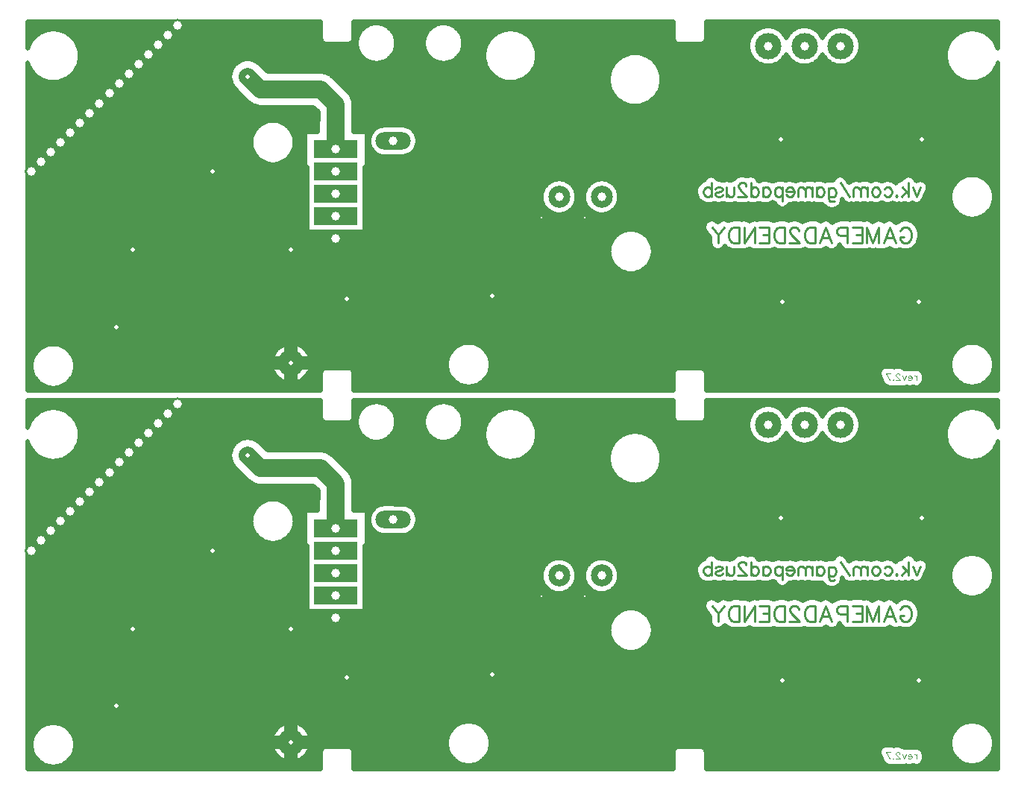
<source format=gbl>
G04 DipTrace 3.3.1.1*
G04 bottom_dendy_gamepad_Remastered_rev2.7.gbl*
%MOMM*%
G04 #@! TF.FileFunction,Copper,L2,Bot*
G04 #@! TF.Part,Single*
%ADD14C,0.5*%
%ADD15C,1.0*%
%ADD21C,0.3*%
G04 #@! TA.AperFunction,ViaPad*
%ADD17C,2.0*%
G04 #@! TA.AperFunction,ComponentPad*
%ADD18C,1.5*%
G04 #@! TA.AperFunction,Nonconductor*
%ADD19C,0.11767*%
%ADD22C,0.2353*%
%ADD23C,0.2745*%
G04 #@! TA.AperFunction,ComponentPad*
%ADD25C,2.0*%
%ADD26C,3.0*%
%ADD27O,4.0X2.0*%
%ADD28R,5.0X2.0*%
%ADD29C,3.0*%
%ADD31C,2.5*%
G04 #@! TA.AperFunction,ViaPad*
%ADD32C,0.7*%
%FSLAX35Y35*%
G04*
G71*
G90*
G75*
G01*
G04 Bottom*
%LPD*%
X4556373Y3794293D2*
D17*
Y4302323D1*
X4381727Y4476970D1*
X3699030D1*
X3556140Y4619860D1*
D3*
D32*
X6890240Y3016317D3*
X7382417D3*
X1063046Y5194910D2*
D14*
X4382238D1*
X4762290D2*
X4893931D1*
X5139634D2*
X5656092D1*
X5901704D2*
X8383176D1*
X8763228D2*
X9433449D1*
X9491118D2*
X9846249D1*
X9903918D2*
X10258957D1*
X10316717D2*
X12066561D1*
X1063046Y5145243D2*
X1251105D1*
X1447499D2*
X4382238D1*
X4762290D2*
X4836600D1*
X5196965D2*
X5598671D1*
X5959035D2*
X6442772D1*
X6639165D2*
X8383176D1*
X8763228D2*
X9313957D1*
X9610520D2*
X9726757D1*
X10023319D2*
X10139556D1*
X10436118D2*
X11682108D1*
X11878501D2*
X12066561D1*
X1063046Y5095577D2*
X1157863D1*
X1540741D2*
X4382238D1*
X4762290D2*
X4805520D1*
X5228137D2*
X5567590D1*
X5990207D2*
X6349530D1*
X6732408D2*
X8383176D1*
X8763228D2*
X9268749D1*
X9655819D2*
X9681506D1*
X10068618D2*
X10094348D1*
X10481418D2*
X11588866D1*
X11971743D2*
X12066561D1*
X1063046Y5045910D2*
X1107915D1*
X1590689D2*
X4382238D1*
X4762199D2*
X4789296D1*
X5244270D2*
X5551366D1*
X6006340D2*
X6299582D1*
X6782355D2*
X8383176D1*
X8763137D2*
X9243592D1*
X10506483D2*
X11538918D1*
X12021691D2*
X12066561D1*
X1622772Y4996243D2*
X4415233D1*
X4729204D2*
X4784829D1*
X5248736D2*
X5546900D1*
X6010806D2*
X6267499D1*
X6814439D2*
X8416171D1*
X8730142D2*
X9231926D1*
X10518241D2*
X11506743D1*
X1643007Y4946577D2*
X4791392D1*
X5242173D2*
X5553462D1*
X6004335D2*
X6247264D1*
X6834673D2*
X9231379D1*
X10518697D2*
X11486600D1*
X1653762Y4896910D2*
X4809986D1*
X5223579D2*
X5572056D1*
X5985650D2*
X6236509D1*
X6845428D2*
X9242043D1*
X10508033D2*
X11475845D1*
X1656132Y4847243D2*
X4844712D1*
X5188853D2*
X5606783D1*
X5951014D2*
X6234139D1*
X6847798D2*
X7793918D1*
X8114087D2*
X9265741D1*
X10484335D2*
X11473475D1*
X1650207Y4797577D2*
X3455103D1*
X3657147D2*
X4910793D1*
X5122772D2*
X5672954D1*
X5884842D2*
X6240064D1*
X6841874D2*
X7731483D1*
X8176522D2*
X9308671D1*
X9615897D2*
X9721470D1*
X10028697D2*
X10134270D1*
X10441496D2*
X11479400D1*
X1635533Y4747910D2*
X3394947D1*
X3718762D2*
X6254738D1*
X6827199D2*
X7692746D1*
X8215259D2*
X9406561D1*
X9518007D2*
X9819361D1*
X9930806D2*
X10232069D1*
X10343605D2*
X11494074D1*
X1610559Y4698243D2*
X3364960D1*
X3768436D2*
X6279712D1*
X6802316D2*
X7667772D1*
X8240142D2*
X11518957D1*
X12041561D2*
X12066561D1*
X1063046Y4648577D2*
X1126691D1*
X1571913D2*
X3351197D1*
X4493319D2*
X6318358D1*
X6763579D2*
X7653098D1*
X8254908D2*
X11557694D1*
X12002915D2*
X12066561D1*
X1063046Y4598910D2*
X1189126D1*
X1509478D2*
X3350194D1*
X4550467D2*
X6380793D1*
X6701145D2*
X7647173D1*
X8260832D2*
X11620129D1*
X11940480D2*
X12066561D1*
X1063046Y4549243D2*
X3361861D1*
X4600142D2*
X7649452D1*
X8258462D2*
X12066561D1*
X1063046Y4499577D2*
X3388840D1*
X4649816D2*
X7660207D1*
X8247707D2*
X12066561D1*
X1063046Y4449910D2*
X3435415D1*
X4699491D2*
X7680441D1*
X8227473D2*
X12066561D1*
X1063046Y4400243D2*
X3485090D1*
X4738046D2*
X7712525D1*
X8195480D2*
X12066561D1*
X1063046Y4350577D2*
X3534764D1*
X4757551D2*
X7762473D1*
X8145533D2*
X12066561D1*
X1063046Y4300910D2*
X3595012D1*
X4763384D2*
X7855533D1*
X8052382D2*
X12066561D1*
X1063046Y4251243D2*
X4316796D1*
X4763384D2*
X12066561D1*
X1063046Y4201577D2*
X4349335D1*
X4763384D2*
X12066561D1*
X1063046Y4151910D2*
X4349335D1*
X4763384D2*
X12066561D1*
X1063046Y4102243D2*
X3734829D1*
X3949087D2*
X4349335D1*
X4763384D2*
X12066561D1*
X1063046Y4052577D2*
X3661822D1*
X4022095D2*
X4349335D1*
X4763384D2*
X5033384D1*
X5381262D2*
X12066561D1*
X1063046Y4002910D2*
X3622538D1*
X4061379D2*
X4349335D1*
X4763384D2*
X4966392D1*
X5448254D2*
X12066561D1*
X1063046Y3953243D2*
X3599660D1*
X4084348D2*
X4199400D1*
X5477421D2*
X12066561D1*
X1063046Y3903577D2*
X3588449D1*
X4095559D2*
X4199400D1*
X5488723D2*
X12066561D1*
X1063046Y3853910D2*
X3587447D1*
X4096561D2*
X4199400D1*
X5485715D2*
X12066561D1*
X1063046Y3804243D2*
X3596470D1*
X4087447D2*
X4199400D1*
X4913410D2*
X4947227D1*
X5467395D2*
X12066561D1*
X1063046Y3754577D2*
X3616796D1*
X4067121D2*
X4199400D1*
X4913410D2*
X4987811D1*
X5426835D2*
X12066561D1*
X1063046Y3704910D2*
X3652069D1*
X4031848D2*
X4199400D1*
X4913410D2*
X12066561D1*
X1063046Y3655243D2*
X3714686D1*
X3969230D2*
X4199400D1*
X4913410D2*
X12066561D1*
X1063046Y3605577D2*
X4199400D1*
X4913410D2*
X12066561D1*
X1063046Y3555910D2*
X4224374D1*
X4888345D2*
X12066561D1*
X1063046Y3506243D2*
X4224374D1*
X4888345D2*
X12066561D1*
X1063046Y3456577D2*
X4224374D1*
X4888345D2*
X8737004D1*
X8896939D2*
X9063944D1*
X9347655D2*
X10202538D1*
X10362473D2*
X10977642D1*
X11137577D2*
X11627512D1*
X11933007D2*
X12066561D1*
X1063046Y3406910D2*
X4224374D1*
X4888345D2*
X6952824D1*
X7227876D2*
X7435350D1*
X7710493D2*
X8676027D1*
X11271288D2*
X11576743D1*
X11983866D2*
X12066561D1*
X1063046Y3357243D2*
X4224374D1*
X4888345D2*
X6911444D1*
X7269257D2*
X7394061D1*
X7751874D2*
X8646132D1*
X11283775D2*
X11547030D1*
X12013579D2*
X12066561D1*
X1063046Y3307577D2*
X4224374D1*
X4888345D2*
X6890480D1*
X7290220D2*
X7373007D1*
X7772837D2*
X8637746D1*
X11268189D2*
X11530624D1*
X12029895D2*
X12066561D1*
X1063046Y3257910D2*
X4224374D1*
X4888345D2*
X6883371D1*
X7297329D2*
X7365988D1*
X7779947D2*
X8648228D1*
X11246861D2*
X11524973D1*
X12035637D2*
X12066561D1*
X1063046Y3208243D2*
X4224374D1*
X4888345D2*
X6888749D1*
X7291952D2*
X7371275D1*
X7774569D2*
X8682681D1*
X11223072D2*
X11529257D1*
X12031353D2*
X12066561D1*
X1063046Y3158577D2*
X4224374D1*
X4888345D2*
X6907525D1*
X7273085D2*
X7390142D1*
X7755702D2*
X9548475D1*
X9700025D2*
X10085233D1*
X10289191D2*
X11544022D1*
X12016496D2*
X12066561D1*
X1063046Y3108910D2*
X4224374D1*
X4888345D2*
X6945350D1*
X7235350D2*
X7427876D1*
X7717967D2*
X11571639D1*
X11988970D2*
X12066561D1*
X1063046Y3059243D2*
X4224374D1*
X4888345D2*
X7033579D1*
X7147121D2*
X7516105D1*
X7629738D2*
X11618579D1*
X11941939D2*
X12066561D1*
X1063046Y3009577D2*
X4224374D1*
X4888345D2*
X11723488D1*
X11837121D2*
X12066561D1*
X1063046Y2959910D2*
X4224374D1*
X4888345D2*
X8745845D1*
X11130741D2*
X12066561D1*
X1063046Y2910243D2*
X4224374D1*
X4888345D2*
X8731353D1*
X11166379D2*
X12066561D1*
X1063046Y2860577D2*
X4224374D1*
X4888345D2*
X7792277D1*
X8020572D2*
X8747303D1*
X11183423D2*
X12066561D1*
X1063046Y2810910D2*
X7723007D1*
X8089751D2*
X8786678D1*
X11185064D2*
X12066561D1*
X1063046Y2761243D2*
X7685090D1*
X8127759D2*
X8799348D1*
X11176770D2*
X12066561D1*
X1063046Y2711577D2*
X7662941D1*
X8149816D2*
X8801900D1*
X11154803D2*
X12066561D1*
X1063046Y2661910D2*
X7652460D1*
X8160298D2*
X8834530D1*
X8951626D2*
X9005337D1*
X10246079D2*
X10302980D1*
X11102030D2*
X12066561D1*
X1063046Y2612243D2*
X7652095D1*
X8160663D2*
X12066561D1*
X1063046Y2562577D2*
X7661848D1*
X8150910D2*
X12066561D1*
X1063046Y2512910D2*
X7682993D1*
X8129764D2*
X12066561D1*
X1063046Y2463243D2*
X7719543D1*
X8093215D2*
X12066561D1*
X1063046Y2413577D2*
X7785168D1*
X8027590D2*
X12066561D1*
X1063046Y2363910D2*
X12066561D1*
X1063046Y2314243D2*
X12066561D1*
X1063046Y2264577D2*
X12066561D1*
X1063046Y2214910D2*
X12066561D1*
X1063046Y2165243D2*
X12066561D1*
X1063046Y2115577D2*
X12066561D1*
X1063046Y2065910D2*
X12066561D1*
X1063046Y2016243D2*
X12066561D1*
X1063046Y1966577D2*
X12066561D1*
X1063046Y1916910D2*
X12066561D1*
X1063046Y1867243D2*
X12066561D1*
X1063046Y1817577D2*
X12066561D1*
X1063046Y1767910D2*
X12066561D1*
X1063046Y1718243D2*
X12066561D1*
X1063046Y1668577D2*
X12066561D1*
X1063046Y1618910D2*
X12066561D1*
X1063046Y1569243D2*
X1260402D1*
X1438202D2*
X3943918D1*
X4152707D2*
X5940194D1*
X6189178D2*
X11655767D1*
X11904751D2*
X12066561D1*
X1063046Y1519577D2*
X1176913D1*
X1521600D2*
X3876926D1*
X4219699D2*
X5876210D1*
X6253163D2*
X11591783D1*
X11968736D2*
X12066561D1*
X1063046Y1469910D2*
X1134439D1*
X1564074D2*
X3841926D1*
X4254699D2*
X5840298D1*
X6289074D2*
X11555871D1*
X12004647D2*
X12066561D1*
X1063046Y1420243D2*
X1109465D1*
X1589048D2*
X3823059D1*
X4273566D2*
X5819608D1*
X6309764D2*
X11535181D1*
X12025337D2*
X12066561D1*
X1063046Y1370577D2*
X1096662D1*
X1601809D2*
X3816405D1*
X4280220D2*
X5810220D1*
X6319152D2*
X11525793D1*
X12034725D2*
X12066561D1*
X1063046Y1320910D2*
X1094294D1*
X1604270D2*
X3820689D1*
X4275936D2*
X5810949D1*
X6318423D2*
X10765637D1*
X10982629D2*
X11526522D1*
X12033996D2*
X12066561D1*
X1063046Y1271243D2*
X1101809D1*
X1596796D2*
X3836639D1*
X4259986D2*
X4385155D1*
X4759283D2*
X5821796D1*
X6307577D2*
X8386092D1*
X8760220D2*
X10722707D1*
X11218150D2*
X11537368D1*
X12023150D2*
X12066561D1*
X1063046Y1221577D2*
X1120311D1*
X1578293D2*
X3867538D1*
X4229178D2*
X4382238D1*
X4762290D2*
X5844400D1*
X6284973D2*
X8383176D1*
X8763228D2*
X10723527D1*
X11234647D2*
X11559973D1*
X12000546D2*
X12066561D1*
X1063046Y1171910D2*
X1153033D1*
X1545572D2*
X3924230D1*
X4172395D2*
X4382238D1*
X4762290D2*
X5883046D1*
X6246327D2*
X8383176D1*
X8763228D2*
X10746587D1*
X11234647D2*
X11598618D1*
X11961900D2*
X12066561D1*
X1063046Y1122243D2*
X1209816D1*
X1488788D2*
X4382238D1*
X4762290D2*
X5954230D1*
X6175142D2*
X8383176D1*
X8763228D2*
X10772199D1*
X11218150D2*
X11669803D1*
X11890715D2*
X12066561D1*
X1063046Y1072577D2*
X4382238D1*
X4762290D2*
X8383176D1*
X8763228D2*
X12066561D1*
X12071554Y4779044D2*
X12067975Y4766135D1*
X12060027Y4744204D1*
X12050410Y4722951D1*
X12039181Y4702504D1*
X12026407Y4682984D1*
X12012165Y4664509D1*
X11996539Y4647188D1*
X11979623Y4631125D1*
X11961518Y4616416D1*
X11942331Y4603148D1*
X11922177Y4591400D1*
X11901177Y4581243D1*
X11879456Y4572738D1*
X11857142Y4565934D1*
X11834370Y4560873D1*
X11811276Y4557584D1*
X11787996Y4556089D1*
X11764671Y4556394D1*
X11741438Y4558499D1*
X11718438Y4562390D1*
X11695806Y4568046D1*
X11673679Y4575431D1*
X11652187Y4584503D1*
X11631460Y4595206D1*
X11611621Y4607477D1*
X11592788Y4621242D1*
X11575074Y4636421D1*
X11558584Y4652921D1*
X11543417Y4670645D1*
X11529663Y4689487D1*
X11517405Y4709334D1*
X11506715Y4730068D1*
X11497657Y4751565D1*
X11490286Y4773697D1*
X11484644Y4796332D1*
X11480767Y4819335D1*
X11478677Y4842569D1*
X11478387Y4865895D1*
X11479898Y4889173D1*
X11483201Y4912266D1*
X11488276Y4935034D1*
X11495094Y4957343D1*
X11503614Y4979060D1*
X11513784Y5000053D1*
X11525544Y5020200D1*
X11538824Y5039378D1*
X11553545Y5057474D1*
X11569619Y5074380D1*
X11586950Y5089995D1*
X11605434Y5104225D1*
X11624962Y5116986D1*
X11645416Y5128202D1*
X11666675Y5137806D1*
X11688611Y5145740D1*
X11711095Y5151958D1*
X11733992Y5156421D1*
X11757165Y5159104D1*
X11780475Y5159990D1*
X11803785Y5159074D1*
X11826954Y5156362D1*
X11849845Y5151870D1*
X11872321Y5145624D1*
X11894247Y5137662D1*
X11915494Y5128031D1*
X11935934Y5116789D1*
X11955445Y5104003D1*
X11973911Y5089749D1*
X11991222Y5074112D1*
X12007275Y5057186D1*
X12021973Y5039071D1*
X12035228Y5019876D1*
X12046963Y4999715D1*
X12057107Y4978708D1*
X12065599Y4956981D1*
X12071566Y4937366D1*
X12071543Y5244576D1*
X8758145D1*
X8757874Y5044632D1*
X8754124Y5027265D1*
X8750025Y5019888D1*
X8740485Y5006857D1*
X8725031Y4996252D1*
X8717686Y4993543D1*
X8701159Y4990569D1*
X8442238Y4990859D1*
X8424872Y4994609D1*
X8417495Y4998709D1*
X8404463Y5008248D1*
X8393859Y5023702D1*
X8391150Y5031048D1*
X8388176Y5047574D1*
X8388157Y5244605D1*
X4757206Y5244576D1*
X4756954Y5044632D1*
X4753204Y5027265D1*
X4749105Y5019888D1*
X4739565Y5006857D1*
X4724111Y4996252D1*
X4716766Y4993543D1*
X4700239Y4990569D1*
X4441318Y4990859D1*
X4423952Y4994609D1*
X4416574Y4998708D1*
X4403543Y5008248D1*
X4392939Y5023702D1*
X4390229Y5031048D1*
X4387256Y5047574D1*
X4387236Y5244605D1*
X1057979Y5244577D1*
X1058000Y4937715D1*
X1064094Y4957343D1*
X1072614Y4979060D1*
X1082784Y5000053D1*
X1094544Y5020200D1*
X1107824Y5039378D1*
X1122545Y5057474D1*
X1138619Y5074380D1*
X1155950Y5089995D1*
X1174434Y5104225D1*
X1193962Y5116986D1*
X1214416Y5128202D1*
X1235675Y5137806D1*
X1257611Y5145740D1*
X1280095Y5151958D1*
X1302992Y5156421D1*
X1326165Y5159104D1*
X1349475Y5159990D1*
X1372785Y5159074D1*
X1395954Y5156362D1*
X1418845Y5151870D1*
X1441321Y5145624D1*
X1463247Y5137662D1*
X1484494Y5128031D1*
X1504934Y5116789D1*
X1524445Y5104003D1*
X1542911Y5089749D1*
X1560222Y5074112D1*
X1576275Y5057186D1*
X1590973Y5039071D1*
X1604228Y5019876D1*
X1615963Y4999715D1*
X1626107Y4978708D1*
X1634599Y4956981D1*
X1641388Y4934663D1*
X1646435Y4911888D1*
X1649708Y4888792D1*
X1651283Y4857990D1*
X1650382Y4834680D1*
X1647685Y4811509D1*
X1643207Y4788615D1*
X1636975Y4766135D1*
X1629027Y4744204D1*
X1619410Y4722951D1*
X1608181Y4702504D1*
X1595407Y4682984D1*
X1581165Y4664509D1*
X1565539Y4647188D1*
X1548623Y4631125D1*
X1530518Y4616416D1*
X1511331Y4603148D1*
X1491177Y4591400D1*
X1470177Y4581243D1*
X1448456Y4572738D1*
X1426142Y4565934D1*
X1403370Y4560873D1*
X1380276Y4557584D1*
X1356996Y4556089D1*
X1333671Y4556394D1*
X1310438Y4558499D1*
X1287438Y4562390D1*
X1264806Y4568046D1*
X1242679Y4575431D1*
X1221187Y4584503D1*
X1200460Y4595206D1*
X1180621Y4607477D1*
X1161788Y4621242D1*
X1144074Y4636421D1*
X1127584Y4652921D1*
X1112417Y4670645D1*
X1098663Y4689487D1*
X1086405Y4709334D1*
X1075715Y4730068D1*
X1066657Y4751565D1*
X1057985Y4778914D1*
X1058000Y1058001D1*
X4387258Y1058000D1*
X4387546Y1257945D1*
X4391296Y1275312D1*
X4395395Y1282689D1*
X4404935Y1295720D1*
X4420389Y1306325D1*
X4427734Y1309034D1*
X4444261Y1312007D1*
X4704143Y1311546D1*
X4722362Y1307216D1*
X4738076Y1296992D1*
X4743389Y1291241D1*
X4753204Y1275312D1*
X4757090Y1256967D1*
X4757264Y1057972D1*
X8388214Y1058000D1*
X8388466Y1257945D1*
X8392216Y1275312D1*
X8396315Y1282689D1*
X8405855Y1295720D1*
X8421309Y1306325D1*
X8428654Y1309034D1*
X8445181Y1312008D1*
X8704102Y1311718D1*
X8721468Y1307968D1*
X8728845Y1303868D1*
X8741877Y1294328D1*
X8752481Y1278875D1*
X8755190Y1271529D1*
X8758164Y1255003D1*
X8758183Y1057972D1*
X12071582Y1058000D1*
X12071543Y4778091D1*
X12029815Y1329649D2*
X12027505Y1310129D1*
X12023670Y1290851D1*
X12018334Y1271933D1*
X12011531Y1253492D1*
X12003302Y1235641D1*
X11993698Y1218491D1*
X11982777Y1202148D1*
X11970608Y1186712D1*
X11957266Y1172278D1*
X11942832Y1158935D1*
X11927396Y1146766D1*
X11911052Y1135846D1*
X11893902Y1126241D1*
X11876052Y1118012D1*
X11857611Y1111209D1*
X11838692Y1105873D1*
X11819414Y1102039D1*
X11799894Y1099728D1*
X11780253Y1098957D1*
X11760612Y1099728D1*
X11741093Y1102039D1*
X11721814Y1105873D1*
X11702896Y1111209D1*
X11684455Y1118012D1*
X11666604Y1126241D1*
X11649455Y1135846D1*
X11633111Y1146766D1*
X11617675Y1158935D1*
X11603241Y1172278D1*
X11589898Y1186712D1*
X11577729Y1202148D1*
X11566809Y1218491D1*
X11557205Y1235641D1*
X11548975Y1253492D1*
X11542172Y1271933D1*
X11536837Y1290851D1*
X11533002Y1310129D1*
X11530692Y1329649D1*
X11529920Y1349290D1*
X11530692Y1368931D1*
X11533002Y1388451D1*
X11536837Y1407729D1*
X11542172Y1426647D1*
X11548975Y1445088D1*
X11557205Y1462939D1*
X11566809Y1480089D1*
X11577729Y1496432D1*
X11589898Y1511868D1*
X11603241Y1526302D1*
X11617675Y1539645D1*
X11633111Y1551814D1*
X11649455Y1562734D1*
X11666604Y1572339D1*
X11684455Y1580568D1*
X11702896Y1587371D1*
X11721814Y1592707D1*
X11741093Y1596541D1*
X11760612Y1598852D1*
X11780253Y1599623D1*
X11799894Y1598852D1*
X11819414Y1596541D1*
X11838692Y1592707D1*
X11857611Y1587371D1*
X11876052Y1580568D1*
X11893902Y1572339D1*
X11911052Y1562734D1*
X11927396Y1551814D1*
X11942832Y1539645D1*
X11957266Y1526302D1*
X11970608Y1511868D1*
X11982777Y1496432D1*
X11993698Y1480089D1*
X12003302Y1462939D1*
X12011531Y1445088D1*
X12018334Y1426647D1*
X12023670Y1407729D1*
X12027505Y1388451D1*
X12029815Y1368931D1*
X12030587Y1349290D1*
X12029815Y1329649D1*
X1598845Y1313749D2*
X1596535Y1294229D1*
X1592700Y1274951D1*
X1587364Y1256033D1*
X1580561Y1237592D1*
X1572332Y1219741D1*
X1562728Y1202591D1*
X1551807Y1186248D1*
X1539638Y1170812D1*
X1526296Y1156378D1*
X1511862Y1143035D1*
X1496426Y1130866D1*
X1480082Y1119946D1*
X1462932Y1110341D1*
X1445082Y1102112D1*
X1426641Y1095309D1*
X1407722Y1089973D1*
X1388444Y1086139D1*
X1368924Y1083828D1*
X1349283Y1083057D1*
X1329642Y1083828D1*
X1310123Y1086139D1*
X1290844Y1089973D1*
X1271926Y1095309D1*
X1253485Y1102112D1*
X1235634Y1110341D1*
X1218485Y1119946D1*
X1202141Y1130866D1*
X1186705Y1143035D1*
X1172271Y1156378D1*
X1158928Y1170812D1*
X1146759Y1186248D1*
X1135839Y1202591D1*
X1126235Y1219741D1*
X1118005Y1237592D1*
X1111202Y1256033D1*
X1105867Y1274951D1*
X1102032Y1294229D1*
X1099722Y1313749D1*
X1098950Y1333390D1*
X1099722Y1353031D1*
X1102032Y1372551D1*
X1105867Y1391829D1*
X1111202Y1410747D1*
X1118005Y1429188D1*
X1126235Y1447039D1*
X1135839Y1464189D1*
X1146759Y1480532D1*
X1158928Y1495968D1*
X1172271Y1510402D1*
X1186705Y1523745D1*
X1202141Y1535914D1*
X1218485Y1546834D1*
X1235634Y1556439D1*
X1253485Y1564668D1*
X1271926Y1571471D1*
X1290844Y1576807D1*
X1310123Y1580641D1*
X1329642Y1582952D1*
X1349283Y1583723D1*
X1368924Y1582952D1*
X1388444Y1580641D1*
X1407722Y1576807D1*
X1426641Y1571471D1*
X1445082Y1564668D1*
X1462932Y1556439D1*
X1480082Y1546834D1*
X1496426Y1535914D1*
X1511862Y1523745D1*
X1526296Y1510402D1*
X1539638Y1495968D1*
X1551807Y1480532D1*
X1562728Y1464189D1*
X1572332Y1447039D1*
X1580561Y1429188D1*
X1587364Y1410747D1*
X1592700Y1391829D1*
X1596535Y1372551D1*
X1598845Y1353031D1*
X1599617Y1333390D1*
X1598845Y1313749D1*
X6314245Y1329649D2*
X6311935Y1310129D1*
X6308100Y1290851D1*
X6302764Y1271933D1*
X6295961Y1253492D1*
X6287732Y1235641D1*
X6278128Y1218491D1*
X6267207Y1202148D1*
X6255038Y1186712D1*
X6241696Y1172278D1*
X6227262Y1158935D1*
X6211826Y1146766D1*
X6195482Y1135846D1*
X6178332Y1126241D1*
X6160482Y1118012D1*
X6142041Y1111209D1*
X6123122Y1105873D1*
X6103844Y1102039D1*
X6084324Y1099728D1*
X6064683Y1098957D1*
X6045042Y1099728D1*
X6025523Y1102039D1*
X6006244Y1105873D1*
X5987326Y1111209D1*
X5968885Y1118012D1*
X5951034Y1126241D1*
X5933885Y1135846D1*
X5917541Y1146766D1*
X5902105Y1158935D1*
X5887671Y1172278D1*
X5874328Y1186712D1*
X5862159Y1202148D1*
X5851239Y1218491D1*
X5841635Y1235641D1*
X5833405Y1253492D1*
X5826602Y1271933D1*
X5821267Y1290851D1*
X5817432Y1310129D1*
X5815122Y1329649D1*
X5814350Y1349290D1*
X5815122Y1368931D1*
X5817432Y1388451D1*
X5821267Y1407729D1*
X5826602Y1426647D1*
X5833405Y1445088D1*
X5841635Y1462939D1*
X5851239Y1480089D1*
X5862159Y1496432D1*
X5874328Y1511868D1*
X5887671Y1526302D1*
X5902105Y1539645D1*
X5917541Y1551814D1*
X5933885Y1562734D1*
X5951034Y1572339D1*
X5968885Y1580568D1*
X5987326Y1587371D1*
X6006244Y1592707D1*
X6025523Y1596541D1*
X6045042Y1598852D1*
X6064683Y1599623D1*
X6084324Y1598852D1*
X6103844Y1596541D1*
X6123122Y1592707D1*
X6142041Y1587371D1*
X6160482Y1580568D1*
X6178332Y1572339D1*
X6195482Y1562734D1*
X6211826Y1551814D1*
X6227262Y1539645D1*
X6241696Y1526302D1*
X6255038Y1511868D1*
X6267207Y1496432D1*
X6278128Y1480089D1*
X6287732Y1462939D1*
X6295961Y1445088D1*
X6302764Y1426647D1*
X6308100Y1407729D1*
X6311935Y1388451D1*
X6314245Y1368931D1*
X6315017Y1349290D1*
X6314245Y1329649D1*
X6842082Y4834680D2*
X6839385Y4811509D1*
X6834907Y4788615D1*
X6828675Y4766135D1*
X6820727Y4744204D1*
X6811110Y4722951D1*
X6799881Y4702504D1*
X6787107Y4682984D1*
X6772865Y4664509D1*
X6757239Y4647188D1*
X6740323Y4631125D1*
X6722218Y4616416D1*
X6703031Y4603148D1*
X6682877Y4591400D1*
X6661877Y4581243D1*
X6640156Y4572738D1*
X6617842Y4565934D1*
X6595070Y4560873D1*
X6571976Y4557584D1*
X6548696Y4556089D1*
X6525371Y4556394D1*
X6502138Y4558499D1*
X6479138Y4562390D1*
X6456506Y4568046D1*
X6434379Y4575431D1*
X6412887Y4584503D1*
X6392160Y4595206D1*
X6372321Y4607477D1*
X6353488Y4621242D1*
X6335774Y4636421D1*
X6319284Y4652921D1*
X6304117Y4670645D1*
X6290363Y4689487D1*
X6278105Y4709334D1*
X6267415Y4730068D1*
X6258357Y4751565D1*
X6250986Y4773697D1*
X6245344Y4796332D1*
X6241467Y4819335D1*
X6239377Y4842569D1*
X6239087Y4865895D1*
X6240598Y4889173D1*
X6243901Y4912266D1*
X6248976Y4935034D1*
X6255794Y4957343D1*
X6264314Y4979060D1*
X6274484Y5000053D1*
X6286244Y5020200D1*
X6299524Y5039378D1*
X6314245Y5057474D1*
X6330319Y5074380D1*
X6347650Y5089995D1*
X6366134Y5104225D1*
X6385662Y5116986D1*
X6406116Y5128202D1*
X6427375Y5137806D1*
X6449311Y5145740D1*
X6471795Y5151958D1*
X6494692Y5156421D1*
X6517865Y5159104D1*
X6541175Y5159990D1*
X6564485Y5159074D1*
X6587654Y5156362D1*
X6610545Y5151870D1*
X6633021Y5145624D1*
X6654947Y5137662D1*
X6676194Y5128031D1*
X6696634Y5116789D1*
X6716145Y5104003D1*
X6734611Y5089749D1*
X6751922Y5074112D1*
X6767975Y5057186D1*
X6782673Y5039071D1*
X6795928Y5019876D1*
X6807663Y4999715D1*
X6817807Y4978708D1*
X6826299Y4956981D1*
X6833088Y4934663D1*
X6838135Y4911888D1*
X6841408Y4888792D1*
X6842983Y4857990D1*
X6842082Y4834680D1*
X5243084Y4983080D2*
X5240989Y4965379D1*
X5237511Y4947898D1*
X5232673Y4930743D1*
X5226504Y4914021D1*
X5219042Y4897834D1*
X5210333Y4882283D1*
X5200430Y4867463D1*
X5189395Y4853465D1*
X5177297Y4840377D1*
X5164208Y4828278D1*
X5150211Y4817243D1*
X5135391Y4807341D1*
X5119839Y4798632D1*
X5103652Y4791169D1*
X5086930Y4785000D1*
X5069775Y4780162D1*
X5052294Y4776685D1*
X5034594Y4774590D1*
X5016783Y4773890D1*
X4998973Y4774590D1*
X4981273Y4776685D1*
X4963791Y4780162D1*
X4946636Y4785000D1*
X4929914Y4791169D1*
X4913727Y4798632D1*
X4898176Y4807341D1*
X4883356Y4817243D1*
X4869359Y4828278D1*
X4856270Y4840377D1*
X4844171Y4853465D1*
X4833136Y4867463D1*
X4823234Y4882283D1*
X4814525Y4897834D1*
X4807063Y4914021D1*
X4800894Y4930743D1*
X4796055Y4947898D1*
X4792578Y4965379D1*
X4790483Y4983080D1*
X4789783Y5000890D1*
X4790483Y5018700D1*
X4792578Y5036401D1*
X4796055Y5053882D1*
X4800894Y5071037D1*
X4807063Y5087759D1*
X4814525Y5103946D1*
X4823234Y5119497D1*
X4833136Y5134317D1*
X4844171Y5148315D1*
X4856270Y5161403D1*
X4869359Y5173502D1*
X4883356Y5184537D1*
X4898176Y5194439D1*
X4913727Y5203148D1*
X4929914Y5210611D1*
X4946636Y5216780D1*
X4963791Y5221618D1*
X4981273Y5225095D1*
X4998973Y5227190D1*
X5016783Y5227890D1*
X5034594Y5227190D1*
X5052294Y5225095D1*
X5069775Y5221618D1*
X5086930Y5216780D1*
X5103652Y5210611D1*
X5119839Y5203148D1*
X5135391Y5194439D1*
X5150211Y5184537D1*
X5164208Y5173502D1*
X5177297Y5161403D1*
X5189395Y5148315D1*
X5200430Y5134317D1*
X5210333Y5119497D1*
X5219042Y5103946D1*
X5226504Y5087759D1*
X5232673Y5071037D1*
X5237511Y5053882D1*
X5240989Y5036401D1*
X5243084Y5018700D1*
X5243783Y5000890D1*
X5243084Y4983080D1*
X6005184D2*
X6003089Y4965379D1*
X5999611Y4947898D1*
X5994773Y4930743D1*
X5988604Y4914021D1*
X5981142Y4897834D1*
X5972433Y4882283D1*
X5962530Y4867463D1*
X5951495Y4853465D1*
X5939397Y4840377D1*
X5926308Y4828278D1*
X5912311Y4817243D1*
X5897491Y4807341D1*
X5881939Y4798632D1*
X5865752Y4791169D1*
X5849030Y4785000D1*
X5831875Y4780162D1*
X5814394Y4776685D1*
X5796694Y4774590D1*
X5778883Y4773890D1*
X5761073Y4774590D1*
X5743373Y4776685D1*
X5725891Y4780162D1*
X5708736Y4785000D1*
X5692014Y4791169D1*
X5675827Y4798632D1*
X5660276Y4807341D1*
X5645456Y4817243D1*
X5631459Y4828278D1*
X5618370Y4840377D1*
X5606271Y4853465D1*
X5595236Y4867463D1*
X5585334Y4882283D1*
X5576625Y4897834D1*
X5569163Y4914021D1*
X5562994Y4930743D1*
X5558155Y4947898D1*
X5554678Y4965379D1*
X5552583Y4983080D1*
X5551883Y5000890D1*
X5552583Y5018700D1*
X5554678Y5036401D1*
X5558155Y5053882D1*
X5562994Y5071037D1*
X5569163Y5087759D1*
X5576625Y5103946D1*
X5585334Y5119497D1*
X5595236Y5134317D1*
X5606271Y5148315D1*
X5618370Y5161403D1*
X5631459Y5173502D1*
X5645456Y5184537D1*
X5660276Y5194439D1*
X5675827Y5203148D1*
X5692014Y5210611D1*
X5708736Y5216780D1*
X5725891Y5221618D1*
X5743373Y5225095D1*
X5761073Y5227190D1*
X5778883Y5227890D1*
X5796694Y5227190D1*
X5814394Y5225095D1*
X5831875Y5221618D1*
X5849030Y5216780D1*
X5865752Y5210611D1*
X5881939Y5203148D1*
X5897491Y5194439D1*
X5912311Y5184537D1*
X5926308Y5173502D1*
X5939397Y5161403D1*
X5951495Y5148315D1*
X5962530Y5134317D1*
X5972433Y5119497D1*
X5981142Y5103946D1*
X5988604Y5087759D1*
X5994773Y5071037D1*
X5999611Y5053882D1*
X6003089Y5036401D1*
X6005184Y5018700D1*
X6005883Y5000890D1*
X6005184Y4983080D1*
X8155945Y2615649D2*
X8153635Y2596129D1*
X8149800Y2576851D1*
X8144464Y2557933D1*
X8137661Y2539492D1*
X8129432Y2521641D1*
X8119828Y2504491D1*
X8108907Y2488148D1*
X8096738Y2472712D1*
X8083396Y2458278D1*
X8068962Y2444935D1*
X8053526Y2432766D1*
X8037182Y2421846D1*
X8020032Y2412241D1*
X8002182Y2404012D1*
X7983741Y2397209D1*
X7964822Y2391873D1*
X7945544Y2388039D1*
X7926024Y2385728D1*
X7906383Y2384957D1*
X7886742Y2385728D1*
X7867223Y2388039D1*
X7847944Y2391873D1*
X7829026Y2397209D1*
X7810585Y2404012D1*
X7792734Y2412241D1*
X7775585Y2421846D1*
X7759241Y2432766D1*
X7743805Y2444935D1*
X7729371Y2458278D1*
X7716028Y2472712D1*
X7703859Y2488148D1*
X7692939Y2504491D1*
X7683335Y2521641D1*
X7675105Y2539492D1*
X7668302Y2557933D1*
X7662967Y2576851D1*
X7659132Y2596129D1*
X7656822Y2615649D1*
X7656050Y2635290D1*
X7656822Y2654931D1*
X7659132Y2674451D1*
X7662967Y2693729D1*
X7668302Y2712647D1*
X7675105Y2731088D1*
X7683335Y2748939D1*
X7692939Y2766089D1*
X7703859Y2782432D1*
X7716028Y2797868D1*
X7729371Y2812302D1*
X7743805Y2825645D1*
X7759241Y2837814D1*
X7775585Y2848734D1*
X7792734Y2858339D1*
X7810585Y2866568D1*
X7829026Y2873371D1*
X7847944Y2878707D1*
X7867223Y2882541D1*
X7886742Y2884852D1*
X7906383Y2885623D1*
X7926024Y2884852D1*
X7945544Y2882541D1*
X7964822Y2878707D1*
X7983741Y2873371D1*
X8002182Y2866568D1*
X8020032Y2858339D1*
X8037182Y2848734D1*
X8053526Y2837814D1*
X8068962Y2825645D1*
X8083396Y2812302D1*
X8096738Y2797868D1*
X8108907Y2782432D1*
X8119828Y2766089D1*
X8129432Y2748939D1*
X8137661Y2731088D1*
X8144464Y2712647D1*
X8149800Y2693729D1*
X8153635Y2674451D1*
X8155945Y2654931D1*
X8156717Y2635290D1*
X8155945Y2615649D1*
X4091545Y3854049D2*
X4089235Y3834529D1*
X4085400Y3815251D1*
X4080064Y3796333D1*
X4073261Y3777892D1*
X4065032Y3760041D1*
X4055428Y3742891D1*
X4044507Y3726548D1*
X4032338Y3711112D1*
X4018996Y3696678D1*
X4004562Y3683335D1*
X3989126Y3671166D1*
X3972782Y3660246D1*
X3955632Y3650641D1*
X3937782Y3642412D1*
X3919341Y3635609D1*
X3900422Y3630273D1*
X3881144Y3626439D1*
X3861624Y3624128D1*
X3841983Y3623357D1*
X3822342Y3624128D1*
X3802823Y3626439D1*
X3783544Y3630273D1*
X3764626Y3635609D1*
X3746185Y3642412D1*
X3728334Y3650641D1*
X3711185Y3660246D1*
X3694841Y3671166D1*
X3679405Y3683335D1*
X3664971Y3696678D1*
X3651628Y3711112D1*
X3639459Y3726548D1*
X3628539Y3742891D1*
X3618935Y3760041D1*
X3610705Y3777892D1*
X3603902Y3796333D1*
X3598567Y3815251D1*
X3594732Y3834529D1*
X3592422Y3854049D1*
X3591650Y3873690D1*
X3592422Y3893331D1*
X3594732Y3912851D1*
X3598567Y3932129D1*
X3603902Y3951047D1*
X3610705Y3969488D1*
X3618935Y3987339D1*
X3628539Y4004489D1*
X3639459Y4020832D1*
X3651628Y4036268D1*
X3664971Y4050702D1*
X3679405Y4064045D1*
X3694841Y4076214D1*
X3711185Y4087134D1*
X3728334Y4096739D1*
X3746185Y4104968D1*
X3764626Y4111771D1*
X3783544Y4117107D1*
X3802823Y4120941D1*
X3822342Y4123252D1*
X3841983Y4124023D1*
X3861624Y4123252D1*
X3881144Y4120941D1*
X3900422Y4117107D1*
X3919341Y4111771D1*
X3937782Y4104968D1*
X3955632Y4096739D1*
X3972782Y4087134D1*
X3989126Y4076214D1*
X4004562Y4064045D1*
X4018996Y4050702D1*
X4032338Y4036268D1*
X4044507Y4020832D1*
X4055428Y4004489D1*
X4065032Y3987339D1*
X4073261Y3969488D1*
X4080064Y3951047D1*
X4085400Y3932129D1*
X4089235Y3912851D1*
X4091545Y3893331D1*
X4092317Y3873690D1*
X4091545Y3854049D1*
X12029845Y3234849D2*
X12027535Y3215329D1*
X12023700Y3196051D1*
X12018364Y3177133D1*
X12011561Y3158692D1*
X12003332Y3140841D1*
X11993728Y3123691D1*
X11982807Y3107348D1*
X11970638Y3091912D1*
X11957296Y3077478D1*
X11942862Y3064135D1*
X11927426Y3051966D1*
X11911082Y3041046D1*
X11893932Y3031441D1*
X11876082Y3023212D1*
X11857641Y3016409D1*
X11838722Y3011073D1*
X11819444Y3007239D1*
X11799924Y3004928D1*
X11780283Y3004157D1*
X11760642Y3004928D1*
X11741123Y3007239D1*
X11721844Y3011073D1*
X11702926Y3016409D1*
X11684485Y3023212D1*
X11666634Y3031441D1*
X11649485Y3041046D1*
X11633141Y3051966D1*
X11617705Y3064135D1*
X11603271Y3077478D1*
X11589928Y3091912D1*
X11577759Y3107348D1*
X11566839Y3123691D1*
X11557235Y3140841D1*
X11549005Y3158692D1*
X11542202Y3177133D1*
X11536867Y3196051D1*
X11533032Y3215329D1*
X11530722Y3234849D1*
X11529950Y3254490D1*
X11530722Y3274131D1*
X11533032Y3293651D1*
X11536867Y3312929D1*
X11542202Y3331847D1*
X11549005Y3350288D1*
X11557235Y3368139D1*
X11566839Y3385289D1*
X11577759Y3401632D1*
X11589928Y3417068D1*
X11603271Y3431502D1*
X11617705Y3444845D1*
X11633141Y3457014D1*
X11649485Y3467934D1*
X11666634Y3477539D1*
X11684485Y3485768D1*
X11702926Y3492571D1*
X11721844Y3497907D1*
X11741123Y3501741D1*
X11760642Y3504052D1*
X11780283Y3504823D1*
X11799924Y3504052D1*
X11819444Y3501741D1*
X11838722Y3497907D1*
X11857641Y3492571D1*
X11876082Y3485768D1*
X11893932Y3477539D1*
X11911082Y3467934D1*
X11927426Y3457014D1*
X11942862Y3444845D1*
X11957296Y3431502D1*
X11970638Y3417068D1*
X11982807Y3401632D1*
X11993728Y3385289D1*
X12003332Y3368139D1*
X12011561Y3350288D1*
X12018364Y3331847D1*
X12023700Y3312929D1*
X12027535Y3293651D1*
X12029845Y3274131D1*
X12030617Y3254490D1*
X12029845Y3234849D1*
X8255082Y4564780D2*
X8252385Y4541609D1*
X8247907Y4518715D1*
X8241675Y4496235D1*
X8233727Y4474304D1*
X8224110Y4453051D1*
X8212881Y4432604D1*
X8200107Y4413084D1*
X8185865Y4394609D1*
X8170239Y4377288D1*
X8153323Y4361225D1*
X8135218Y4346516D1*
X8116031Y4333248D1*
X8095877Y4321500D1*
X8074877Y4311343D1*
X8053156Y4302838D1*
X8030842Y4296034D1*
X8008070Y4290973D1*
X7984976Y4287684D1*
X7961696Y4286189D1*
X7938371Y4286494D1*
X7915138Y4288599D1*
X7892138Y4292490D1*
X7869506Y4298146D1*
X7847379Y4305531D1*
X7825887Y4314603D1*
X7805160Y4325306D1*
X7785321Y4337577D1*
X7766488Y4351342D1*
X7748774Y4366521D1*
X7732284Y4383021D1*
X7717117Y4400745D1*
X7703363Y4419587D1*
X7691105Y4439434D1*
X7680415Y4460168D1*
X7671357Y4481665D1*
X7663986Y4503797D1*
X7658344Y4526432D1*
X7654467Y4549435D1*
X7652377Y4572669D1*
X7652087Y4595995D1*
X7653598Y4619273D1*
X7656901Y4642366D1*
X7661976Y4665134D1*
X7668794Y4687443D1*
X7677314Y4709160D1*
X7687484Y4730153D1*
X7699244Y4750300D1*
X7712524Y4769478D1*
X7727245Y4787574D1*
X7743319Y4804480D1*
X7760650Y4820095D1*
X7779134Y4834325D1*
X7798662Y4847086D1*
X7819116Y4858302D1*
X7840375Y4867906D1*
X7862311Y4875840D1*
X7884795Y4882058D1*
X7907692Y4886521D1*
X7930865Y4889204D1*
X7954175Y4890090D1*
X7977485Y4889174D1*
X8000654Y4886462D1*
X8023545Y4881970D1*
X8046021Y4875724D1*
X8067947Y4867762D1*
X8089194Y4858131D1*
X8109634Y4846889D1*
X8129145Y4834103D1*
X8147611Y4819849D1*
X8164922Y4804212D1*
X8180975Y4787286D1*
X8195673Y4769171D1*
X8208928Y4749976D1*
X8220663Y4729815D1*
X8230807Y4708808D1*
X8239299Y4687081D1*
X8246088Y4664763D1*
X8251135Y4641988D1*
X8254408Y4618892D1*
X8255983Y4588090D1*
X8255082Y4564780D1*
X10081367Y4874900D2*
X10068606Y4850559D1*
X10058704Y4835739D1*
X10047669Y4821742D1*
X10035570Y4808653D1*
X10022481Y4796555D1*
X10008484Y4785520D1*
X9993664Y4775617D1*
X9978113Y4766908D1*
X9961926Y4759446D1*
X9945204Y4753277D1*
X9928049Y4748439D1*
X9910567Y4744961D1*
X9892867Y4742866D1*
X9875057Y4742167D1*
X9857246Y4742866D1*
X9839546Y4744961D1*
X9822065Y4748439D1*
X9804910Y4753277D1*
X9788188Y4759446D1*
X9772001Y4766908D1*
X9756449Y4775617D1*
X9741629Y4785520D1*
X9727632Y4796555D1*
X9714543Y4808653D1*
X9702445Y4821742D1*
X9691410Y4835739D1*
X9681507Y4850559D1*
X9668746Y4874900D1*
X9655813Y4850559D1*
X9645910Y4835739D1*
X9634875Y4821742D1*
X9622777Y4808653D1*
X9609688Y4796555D1*
X9595691Y4785520D1*
X9580871Y4775617D1*
X9565319Y4766908D1*
X9549132Y4759446D1*
X9532410Y4753277D1*
X9515255Y4748439D1*
X9497774Y4744961D1*
X9480074Y4742866D1*
X9462263Y4742167D1*
X9444453Y4742866D1*
X9426753Y4744961D1*
X9409271Y4748439D1*
X9392116Y4753277D1*
X9375394Y4759446D1*
X9359207Y4766908D1*
X9343656Y4775617D1*
X9328836Y4785520D1*
X9314839Y4796555D1*
X9301750Y4808653D1*
X9289651Y4821742D1*
X9278616Y4835739D1*
X9268714Y4850559D1*
X9260005Y4866111D1*
X9252543Y4882298D1*
X9246374Y4899020D1*
X9241535Y4916175D1*
X9238058Y4933656D1*
X9235963Y4951356D1*
X9235263Y4969167D1*
X9235963Y4986977D1*
X9238058Y5004677D1*
X9241535Y5022159D1*
X9246374Y5039314D1*
X9252543Y5056036D1*
X9260005Y5072223D1*
X9268714Y5087774D1*
X9278616Y5102594D1*
X9289651Y5116591D1*
X9301750Y5129680D1*
X9314839Y5141779D1*
X9328836Y5152814D1*
X9343656Y5162716D1*
X9359207Y5171425D1*
X9375394Y5178887D1*
X9392116Y5185056D1*
X9409271Y5189895D1*
X9426753Y5193372D1*
X9444453Y5195467D1*
X9462263Y5196167D1*
X9480074Y5195467D1*
X9497774Y5193372D1*
X9515255Y5189895D1*
X9532410Y5185056D1*
X9549132Y5178887D1*
X9565319Y5171425D1*
X9580871Y5162716D1*
X9595691Y5152814D1*
X9609688Y5141779D1*
X9622777Y5129680D1*
X9634875Y5116591D1*
X9645910Y5102594D1*
X9655813Y5087774D1*
X9668574Y5063434D1*
X9681507Y5087774D1*
X9691410Y5102594D1*
X9702445Y5116591D1*
X9714543Y5129680D1*
X9727632Y5141779D1*
X9741629Y5152814D1*
X9756449Y5162716D1*
X9772001Y5171425D1*
X9788188Y5178887D1*
X9804910Y5185056D1*
X9822065Y5189895D1*
X9839546Y5193372D1*
X9857246Y5195467D1*
X9875057Y5196167D1*
X9892867Y5195467D1*
X9910567Y5193372D1*
X9928049Y5189895D1*
X9945204Y5185056D1*
X9961926Y5178887D1*
X9978113Y5171425D1*
X9993664Y5162716D1*
X10008484Y5152814D1*
X10022481Y5141779D1*
X10035570Y5129680D1*
X10047669Y5116591D1*
X10058704Y5102594D1*
X10068606Y5087774D1*
X10081367Y5063434D1*
X10094301Y5087774D1*
X10104203Y5102594D1*
X10115238Y5116591D1*
X10127337Y5129680D1*
X10140425Y5141779D1*
X10154423Y5152814D1*
X10169243Y5162716D1*
X10184794Y5171425D1*
X10200981Y5178887D1*
X10217703Y5185056D1*
X10234858Y5189895D1*
X10252339Y5193372D1*
X10270040Y5195467D1*
X10287850Y5196167D1*
X10305660Y5195467D1*
X10323361Y5193372D1*
X10340842Y5189895D1*
X10357997Y5185056D1*
X10374719Y5178887D1*
X10390906Y5171425D1*
X10406457Y5162716D1*
X10421277Y5152814D1*
X10435275Y5141779D1*
X10448363Y5129680D1*
X10460462Y5116591D1*
X10471497Y5102594D1*
X10481399Y5087774D1*
X10490108Y5072223D1*
X10497571Y5056036D1*
X10503740Y5039314D1*
X10508578Y5022159D1*
X10512055Y5004677D1*
X10514150Y4986977D1*
X10514850Y4969167D1*
X10514150Y4951356D1*
X10512055Y4933656D1*
X10508578Y4916175D1*
X10503740Y4899020D1*
X10497571Y4882298D1*
X10490108Y4866111D1*
X10481399Y4850559D1*
X10471497Y4835739D1*
X10460462Y4821742D1*
X10448363Y4808653D1*
X10435275Y4796555D1*
X10421277Y4785520D1*
X10406457Y4775617D1*
X10390906Y4766908D1*
X10374719Y4759446D1*
X10357997Y4753277D1*
X10340842Y4748439D1*
X10323361Y4744961D1*
X10305660Y4742866D1*
X10287850Y4742167D1*
X10270040Y4742866D1*
X10252339Y4744961D1*
X10234858Y4748439D1*
X10217703Y4753277D1*
X10200981Y4759446D1*
X10184794Y4766908D1*
X10169243Y4775617D1*
X10154423Y4785520D1*
X10140425Y4796555D1*
X10127337Y4808653D1*
X10115238Y4821742D1*
X10104203Y4835739D1*
X10094301Y4850559D1*
X10081540Y4874900D1*
X5107371Y3712555D2*
X5079628Y3714732D1*
X5052621Y3721216D1*
X5026960Y3731845D1*
X5003279Y3746357D1*
X4982159Y3764395D1*
X4964121Y3785515D1*
X4949609Y3809197D1*
X4938980Y3834857D1*
X4932496Y3861864D1*
X4930317Y3889553D1*
X4932496Y3917242D1*
X4938980Y3944249D1*
X4949609Y3969910D1*
X4964121Y3993591D1*
X4982159Y4014711D1*
X5003279Y4032749D1*
X5026960Y4047261D1*
X5052621Y4057890D1*
X5079628Y4064374D1*
X5107371Y4066551D1*
X5321204Y4066008D1*
X5348636Y4061663D1*
X5375052Y4053080D1*
X5399799Y4040471D1*
X5422269Y4024145D1*
X5441909Y4004506D1*
X5458234Y3982036D1*
X5470843Y3957288D1*
X5479426Y3930873D1*
X5483771Y3903441D1*
Y3875666D1*
X5479426Y3848234D1*
X5470843Y3821818D1*
X5458234Y3797071D1*
X5441909Y3774601D1*
X5422269Y3754961D1*
X5399799Y3738636D1*
X5375052Y3726027D1*
X5348636Y3717444D1*
X5321204Y3713099D1*
X5260650Y3712553D1*
X5107317Y3712644D1*
X4227707Y3996293D2*
X4354308D1*
X4354373Y4218577D1*
X4298108Y4274917D1*
X3699030Y4274970D1*
X3683181Y4275593D1*
X3667430Y4277457D1*
X3651874Y4280551D1*
X3636609Y4284857D1*
X3621728Y4290346D1*
X3607324Y4296987D1*
X3593485Y4304737D1*
X3580297Y4313549D1*
X3567841Y4323368D1*
X3539695Y4350634D1*
X3402538Y4488671D1*
X3392719Y4501127D1*
X3383907Y4514315D1*
X3376157Y4528154D1*
X3369516Y4542558D1*
X3364027Y4557439D1*
X3359721Y4572704D1*
X3356627Y4588260D1*
X3354763Y4604011D1*
X3354140Y4619860D1*
X3354763Y4635709D1*
X3356627Y4651460D1*
X3359721Y4667016D1*
X3364027Y4682281D1*
X3369516Y4697162D1*
X3376157Y4711566D1*
X3383907Y4725405D1*
X3392719Y4738593D1*
X3402538Y4751049D1*
X3413304Y4762696D1*
X3424951Y4773462D1*
X3437407Y4783281D1*
X3450595Y4792093D1*
X3464434Y4799843D1*
X3478838Y4806484D1*
X3493719Y4811973D1*
X3508984Y4816279D1*
X3524540Y4819373D1*
X3540291Y4821237D1*
X3556140Y4821860D1*
X3571989Y4821237D1*
X3587740Y4819373D1*
X3603296Y4816279D1*
X3618561Y4811973D1*
X3633442Y4806484D1*
X3647846Y4799843D1*
X3661685Y4792093D1*
X3674873Y4783281D1*
X3687329Y4773462D1*
X3715475Y4746196D1*
X3782696Y4678975D1*
X4381727Y4678970D1*
X4397575Y4678347D1*
X4413326Y4676483D1*
X4428883Y4673389D1*
X4444148Y4669083D1*
X4459029Y4663594D1*
X4473433Y4656953D1*
X4487271Y4649203D1*
X4500459Y4640391D1*
X4512915Y4630572D1*
X4541061Y4603306D1*
X4709976Y4433512D1*
X4719795Y4421056D1*
X4728607Y4407868D1*
X4736357Y4394030D1*
X4742997Y4379626D1*
X4748487Y4364745D1*
X4752792Y4349479D1*
X4755887Y4333923D1*
X4757751Y4318172D1*
X4758374Y4278990D1*
Y3996347D1*
X4908373Y3996293D1*
Y3592293D1*
X4883308D1*
X4883374Y2855293D1*
X4229374D1*
X4229373Y3592343D1*
X4204373Y3592293D1*
Y3996293D1*
X4227707D1*
X4275272Y1360497D2*
X4273595Y1337234D1*
X4269540Y1314266D1*
X4263150Y1291836D1*
X4254492Y1270179D1*
X4243658Y1249525D1*
X4230761Y1230092D1*
X4215939Y1212085D1*
X4199347Y1195694D1*
X4181161Y1181092D1*
X4161572Y1168433D1*
X4140788Y1157850D1*
X4119028Y1149457D1*
X4096521Y1143340D1*
X4073505Y1139565D1*
X4050224Y1138171D1*
X4026923Y1139174D1*
X4003847Y1142562D1*
X3981241Y1148301D1*
X3959343Y1156328D1*
X3938384Y1166560D1*
X3918586Y1178889D1*
X3900157Y1193184D1*
X3883293Y1209295D1*
X3868170Y1227051D1*
X3854949Y1246265D1*
X3843770Y1266734D1*
X3834750Y1288242D1*
X3827984Y1310562D1*
X3823545Y1333459D1*
X3821478Y1356690D1*
X3821806Y1380011D1*
X3824525Y1403175D1*
X3829607Y1425938D1*
X3836997Y1448059D1*
X3846619Y1469305D1*
X3858369Y1489452D1*
X3872125Y1508287D1*
X3887741Y1525610D1*
X3905052Y1541240D1*
X3923875Y1555012D1*
X3944012Y1566779D1*
X3965250Y1576418D1*
X3987365Y1583826D1*
X4010124Y1588927D1*
X4033285Y1591665D1*
X4056606Y1592012D1*
X4079839Y1589964D1*
X4102739Y1585544D1*
X4125065Y1578797D1*
X4146581Y1569794D1*
X4167059Y1558632D1*
X4186284Y1545427D1*
X4204052Y1530319D1*
X4220177Y1513468D1*
X4234487Y1495051D1*
X4246832Y1475263D1*
X4257082Y1454313D1*
X4265127Y1432421D1*
X4270884Y1409820D1*
X4274292Y1386747D1*
X4275320Y1365163D1*
X4275272Y1360497D1*
X7774317Y3238638D2*
X7772453Y3222887D1*
X7769359Y3207331D1*
X7765053Y3192065D1*
X7759564Y3177185D1*
X7752923Y3162781D1*
X7745173Y3148942D1*
X7736361Y3135754D1*
X7726542Y3123298D1*
X7715776Y3111651D1*
X7704129Y3100885D1*
X7691673Y3091065D1*
X7678485Y3082253D1*
X7664646Y3074503D1*
X7650242Y3067863D1*
X7635361Y3062373D1*
X7620096Y3058068D1*
X7604540Y3054974D1*
X7588789Y3053109D1*
X7572940Y3052487D1*
X7557091Y3053109D1*
X7541340Y3054974D1*
X7525784Y3058068D1*
X7510519Y3062373D1*
X7495638Y3067863D1*
X7481234Y3074503D1*
X7467395Y3082253D1*
X7454207Y3091065D1*
X7441751Y3100885D1*
X7430104Y3111651D1*
X7419338Y3123298D1*
X7409519Y3135754D1*
X7400707Y3148942D1*
X7392957Y3162781D1*
X7386316Y3177185D1*
X7380827Y3192065D1*
X7376521Y3207331D1*
X7373427Y3222887D1*
X7371563Y3238638D1*
X7370940Y3254487D1*
X7371563Y3270335D1*
X7373427Y3286086D1*
X7376521Y3301643D1*
X7380827Y3316908D1*
X7386316Y3331789D1*
X7392957Y3346193D1*
X7400707Y3360031D1*
X7409519Y3373219D1*
X7419338Y3385675D1*
X7430104Y3397322D1*
X7441751Y3408089D1*
X7454207Y3417908D1*
X7467395Y3426720D1*
X7481234Y3434470D1*
X7495638Y3441110D1*
X7510519Y3446600D1*
X7525784Y3450905D1*
X7541340Y3454000D1*
X7557091Y3455864D1*
X7572940Y3456487D1*
X7588789Y3455864D1*
X7604540Y3454000D1*
X7620096Y3450905D1*
X7635361Y3446600D1*
X7650242Y3441110D1*
X7664646Y3434470D1*
X7678485Y3426720D1*
X7691673Y3417908D1*
X7704129Y3408089D1*
X7715776Y3397322D1*
X7726542Y3385675D1*
X7736361Y3373219D1*
X7745173Y3360031D1*
X7752923Y3346193D1*
X7759564Y3331789D1*
X7765053Y3316908D1*
X7769359Y3301643D1*
X7772453Y3286086D1*
X7774317Y3270335D1*
X7774940Y3254487D1*
X7774317Y3238638D1*
X7291724D2*
X7289860Y3222887D1*
X7286765Y3207331D1*
X7282460Y3192065D1*
X7276970Y3177185D1*
X7270330Y3162781D1*
X7262580Y3148942D1*
X7253768Y3135754D1*
X7243949Y3123298D1*
X7233182Y3111651D1*
X7221535Y3100885D1*
X7209079Y3091065D1*
X7195891Y3082253D1*
X7182053Y3074503D1*
X7167649Y3067863D1*
X7152768Y3062373D1*
X7137503Y3058068D1*
X7121946Y3054974D1*
X7106195Y3053109D1*
X7090347Y3052487D1*
X7074498Y3053109D1*
X7058747Y3054974D1*
X7043191Y3058068D1*
X7027925Y3062373D1*
X7013045Y3067863D1*
X6998641Y3074503D1*
X6984802Y3082253D1*
X6971614Y3091065D1*
X6959158Y3100885D1*
X6947511Y3111651D1*
X6936745Y3123298D1*
X6926925Y3135754D1*
X6918113Y3148942D1*
X6910363Y3162781D1*
X6903723Y3177185D1*
X6898233Y3192065D1*
X6893928Y3207331D1*
X6890834Y3222887D1*
X6888969Y3238638D1*
X6888347Y3254487D1*
X6888969Y3270335D1*
X6890834Y3286086D1*
X6893928Y3301643D1*
X6898233Y3316908D1*
X6903723Y3331789D1*
X6910363Y3346193D1*
X6918113Y3360031D1*
X6926925Y3373219D1*
X6936745Y3385675D1*
X6947511Y3397322D1*
X6959158Y3408089D1*
X6971614Y3417908D1*
X6984802Y3426720D1*
X6998641Y3434470D1*
X7013045Y3441110D1*
X7027925Y3446600D1*
X7043191Y3450905D1*
X7058747Y3454000D1*
X7074498Y3455864D1*
X7090347Y3456487D1*
X7106195Y3455864D1*
X7121946Y3454000D1*
X7137503Y3450905D1*
X7152768Y3446600D1*
X7167649Y3441110D1*
X7182053Y3434470D1*
X7195891Y3426720D1*
X7209079Y3417908D1*
X7221535Y3408089D1*
X7233182Y3397322D1*
X7243949Y3385675D1*
X7253768Y3373219D1*
X7262580Y3360031D1*
X7270330Y3346193D1*
X7276970Y3331789D1*
X7282460Y3316908D1*
X7286765Y3301643D1*
X7289860Y3286086D1*
X7291724Y3270335D1*
X7292347Y3254487D1*
X7291724Y3238638D1*
X11229670Y1198933D2*
X11229421Y1164877D1*
X11227435Y1152341D1*
X11223513Y1140271D1*
X11217751Y1128962D1*
X11210291Y1118694D1*
X11201316Y1109719D1*
X11191048Y1102259D1*
X11179739Y1096497D1*
X11167669Y1092575D1*
X11155133Y1090589D1*
X11142441D1*
X11129905Y1092575D1*
X11117834Y1096497D1*
X11113351Y1098564D1*
X11102831Y1094299D1*
X11090490Y1091336D1*
X11073457Y1090340D1*
X11054463Y1091300D1*
X11042090Y1094236D1*
X11032742Y1094584D1*
X11020435Y1091483D1*
X11007794Y1090345D1*
X10995130Y1091199D1*
X10988864Y1092374D1*
X10980422Y1092574D1*
X10967886Y1090589D1*
X10904151D1*
X10896904Y1091485D1*
X10884264Y1090345D1*
X10871600Y1091197D1*
X10865334Y1092371D1*
X10845762Y1090450D1*
X10833074Y1090784D1*
X10820595Y1093098D1*
X10808631Y1097336D1*
X10797478Y1103393D1*
X10787409Y1111120D1*
X10778674Y1120328D1*
X10771486Y1130788D1*
X10730340Y1216751D1*
X10726418Y1228821D1*
X10724433Y1241357D1*
Y1254049D1*
X10726418Y1266585D1*
X10730340Y1278656D1*
X10736102Y1289965D1*
X10743562Y1300233D1*
X10752537Y1309208D1*
X10762805Y1316668D1*
X10774114Y1322430D1*
X10786185Y1326352D1*
X10798721Y1328337D1*
X10862456D1*
X10874992Y1326352D1*
X10887063Y1322430D1*
X10892504Y1320041D1*
X10904266Y1324811D1*
X10916629Y1327683D1*
X10934518Y1328587D1*
X10949606Y1328338D1*
X10962142Y1326352D1*
X10974235Y1322420D1*
X10992011Y1313553D1*
X11002369Y1306218D1*
X11007101Y1301946D1*
X11010897Y1301147D1*
X11023457Y1302974D1*
X11036148Y1302814D1*
X11048005Y1300915D1*
X11060541Y1302901D1*
X11083585Y1302946D1*
X11096159Y1301047D1*
X11100678Y1300915D1*
X11113214Y1302901D1*
X11142441D1*
X11155133D1*
X11167669Y1300915D1*
X11179739Y1296993D1*
X11191048Y1291231D1*
X11201316Y1283771D1*
X11210291Y1274796D1*
X11217751Y1264528D1*
X11223513Y1253219D1*
X11227435Y1241149D1*
X11229421Y1228613D1*
X11229670Y1198933D1*
X10917373Y2956327D2*
X10932270Y2970760D1*
X10943596Y2978857D1*
X10972323Y2993275D1*
X10985564Y2997577D1*
X10999315Y2999755D1*
X11040200Y3000029D1*
X11053089Y2999099D1*
X11066666Y2996014D1*
X11083012Y2989154D1*
X11104172Y2978235D1*
X11115388Y2969986D1*
X11141651Y2943489D1*
X11149853Y2932239D1*
X11164715Y2903246D1*
X11175763Y2870721D1*
X11179013Y2857183D1*
X11180105Y2843303D1*
X11179776Y2793014D1*
X11177492Y2779280D1*
X11165002Y2741599D1*
X11153331Y2717912D1*
X11146055Y2706041D1*
X11133631Y2692076D1*
X11114807Y2673669D1*
X11103520Y2665518D1*
X11074234Y2650678D1*
X11060993Y2646376D1*
X11047241Y2644198D1*
X11006121Y2643925D1*
X10992244Y2645041D1*
X10978711Y2648315D1*
X10962477Y2655396D1*
X10957102Y2658146D1*
X10946895Y2652461D1*
X10933884Y2647508D1*
X10920257Y2644652D1*
X10906352Y2643962D1*
X10892509Y2645456D1*
X10879071Y2649098D1*
X10866368Y2654796D1*
X10854713Y2662412D1*
X10844393Y2671757D1*
X10840870Y2675797D1*
X10832210Y2666824D1*
X10821181Y2658328D1*
X10808957Y2651662D1*
X10795842Y2646991D1*
X10782157Y2644428D1*
X10768240Y2644038D1*
X10754433Y2645830D1*
X10745238Y2648267D1*
X10731700Y2645017D1*
X10717820Y2643925D1*
X10703940Y2645017D1*
X10690402Y2648267D1*
X10683842Y2650690D1*
X10673021Y2647013D1*
X10659339Y2644437D1*
X10645422Y2644034D1*
X10631614Y2645812D1*
X10615767Y2650679D1*
X10602526Y2646376D1*
X10588775Y2644198D1*
X10574852D1*
X10561101Y2646376D1*
X10554331Y2648267D1*
X10540793Y2645017D1*
X10526913Y2643925D1*
X10409499Y2644198D1*
X10395747Y2646376D1*
X10388974Y2648267D1*
X10375436Y2645017D1*
X10361557Y2643925D1*
X10347677Y2645017D1*
X10334139Y2648267D1*
X10321276Y2653595D1*
X10309405Y2660870D1*
X10298819Y2669912D1*
X10289777Y2680499D1*
X10282502Y2692370D1*
X10277174Y2705232D1*
X10274588Y2715434D1*
X10271106Y2702798D1*
X10265407Y2690095D1*
X10257792Y2678440D1*
X10248447Y2668120D1*
X10237602Y2659388D1*
X10225525Y2652461D1*
X10212514Y2647508D1*
X10198887Y2644652D1*
X10184982Y2643962D1*
X10171139Y2645456D1*
X10157701Y2649098D1*
X10144998Y2654796D1*
X10133343Y2662412D1*
X10123023Y2671757D1*
X10119500Y2675797D1*
X10110840Y2666824D1*
X10099811Y2658328D1*
X10087587Y2651662D1*
X10074472Y2646991D1*
X10060787Y2644428D1*
X10046870Y2644038D1*
X10033063Y2645830D1*
X10023868Y2648267D1*
X10010330Y2645017D1*
X9996450Y2643925D1*
X9928850Y2644290D1*
X9915126Y2646637D1*
X9877843Y2659145D1*
X9868802Y2656999D1*
X9856397Y2650679D1*
X9843156Y2646376D1*
X9829405Y2644198D1*
X9703343Y2643925D1*
X9689464Y2645017D1*
X9675858Y2648267D1*
X9662320Y2645017D1*
X9648440Y2643925D1*
X9580843Y2644290D1*
X9567120Y2646637D1*
X9529844Y2659141D1*
X9520795Y2656999D1*
X9508390Y2650679D1*
X9495149Y2646376D1*
X9481398Y2644198D1*
X9363980Y2643925D1*
X9350100Y2645017D1*
X9336498Y2648267D1*
X9322960Y2645017D1*
X9309080Y2643925D1*
X9295200Y2645017D1*
X9281662Y2648267D1*
X9268800Y2653595D1*
X9256929Y2660870D1*
X9249559Y2666938D1*
X9239347Y2658929D1*
X9227206Y2652114D1*
X9214149Y2647281D1*
X9200497Y2644551D1*
X9186586Y2643990D1*
X9172758Y2645612D1*
X9162494Y2648267D1*
X9148956Y2645017D1*
X9135077Y2643925D1*
X9067476Y2644290D1*
X9053753Y2646637D1*
X9016494Y2659134D1*
X9004053Y2665382D1*
X8992742Y2673501D1*
X8972493Y2693133D1*
X8964850Y2680499D1*
X8955808Y2669912D1*
X8945221Y2660870D1*
X8933350Y2653595D1*
X8920488Y2648267D1*
X8906950Y2645017D1*
X8893070Y2643925D1*
X8879190Y2645017D1*
X8865652Y2648267D1*
X8852790Y2653595D1*
X8840919Y2660870D1*
X8830332Y2669912D1*
X8821290Y2680499D1*
X8814015Y2692370D1*
X8808687Y2705232D1*
X8805437Y2718770D1*
X8804345Y2732650D1*
Y2795085D1*
X8751622Y2861524D1*
X8744739Y2873627D1*
X8739834Y2886656D1*
X8737027Y2900293D1*
X8736389Y2914201D1*
X8737934Y2928038D1*
X8741625Y2941462D1*
X8747370Y2954144D1*
X8755028Y2965771D1*
X8764411Y2976057D1*
X8775288Y2984748D1*
X8787390Y2991631D1*
X8800420Y2996536D1*
X8814057Y2999343D1*
X8827965Y2999981D1*
X8841801Y2998436D1*
X8855226Y2994745D1*
X8867908Y2989000D1*
X8879535Y2981342D1*
X8889820Y2971959D1*
X8893044Y2968235D1*
X8901273Y2976851D1*
X8912263Y2985398D1*
X8924455Y2992121D1*
X8937549Y2996854D1*
X8951221Y2999480D1*
X8965137Y2999935D1*
X8978952Y2998208D1*
X8992326Y2994341D1*
X9004931Y2988429D1*
X9012710Y2983378D1*
X9032334Y2990471D1*
X9054811Y2997577D1*
X9068562Y2999755D1*
X9135077Y3000029D1*
X9148956Y2998936D1*
X9162559Y2995686D1*
X9176097Y2998936D1*
X9189977Y3000028D1*
X9203856Y2998936D1*
X9217394Y2995686D1*
X9230257Y2990358D1*
X9242128Y2983083D1*
X9249497Y2977016D1*
X9262721Y2986954D1*
X9275126Y2993275D1*
X9288368Y2997577D1*
X9302119Y2999755D1*
X9316041D1*
X9329792Y2997577D1*
X9336562Y2995686D1*
X9350100Y2998936D1*
X9363980Y3000028D1*
X9481398Y2999755D1*
X9495149Y2997577D1*
X9508390Y2993275D1*
X9520818Y2986939D1*
X9529412Y2984834D1*
X9568178Y2997577D1*
X9581929Y2999755D1*
X9648440Y3000029D1*
X9662320Y2998936D1*
X9675858Y2995686D1*
X9688720Y2990358D1*
X9694821Y2986939D1*
X9699342Y2987081D1*
X9712450Y2993331D1*
X9725723Y2997535D1*
X9739517Y2999612D1*
X9786758Y2999562D1*
X9800509Y2997384D1*
X9813775Y2993070D1*
X9842337Y2978860D1*
X9853719Y2970795D1*
X9870652Y2981696D1*
X9888597Y2988781D1*
X9916184Y2997577D1*
X9929935Y2999755D1*
X9996450Y3000029D1*
X10010330Y2998936D1*
X10023868Y2995686D1*
X10036730Y2990358D1*
X10048601Y2983084D1*
X10058657Y2975834D1*
X10069501Y2984565D1*
X10081578Y2991492D1*
X10094590Y2996445D1*
X10108216Y2999302D1*
X10122122Y2999991D1*
X10135964Y2998497D1*
X10149402Y2994856D1*
X10162105Y2989157D1*
X10173760Y2981542D1*
X10184080Y2972197D1*
X10193357Y2962133D1*
X10206861Y2974238D1*
X10218677Y2981601D1*
X10236570Y2988716D1*
X10264194Y2997577D1*
X10277945Y2999755D1*
X10361557Y3000028D1*
X10375436Y2998936D1*
X10389042Y2995686D1*
X10402580Y2998936D1*
X10416460Y3000029D1*
X10533875Y2999755D1*
X10547626Y2997577D1*
X10554356Y2995677D1*
X10570480Y2999302D1*
X10584385Y2999991D1*
X10598227Y2998497D1*
X10611665Y2994856D1*
X10624368Y2989157D1*
X10636023Y2981542D1*
X10650353Y2968926D1*
X10660198Y2978771D1*
X10671461Y2986954D1*
X10683866Y2993275D1*
X10697108Y2997577D1*
X10710859Y2999755D1*
X10724781D1*
X10738532Y2997577D1*
X10751774Y2993275D1*
X10764179Y2986954D1*
X10780027Y2975834D1*
X10790871Y2984565D1*
X10802948Y2991492D1*
X10815960Y2996445D1*
X10829586Y2999302D1*
X10843492Y2999991D1*
X10857334Y2998497D1*
X10870772Y2994856D1*
X10883475Y2989157D1*
X10895130Y2981542D1*
X10905450Y2972197D1*
X10914196Y2961329D1*
X11262633Y3306227D2*
X11226041Y3221268D1*
X11219058Y3209580D1*
X11210332Y3199129D1*
X11200079Y3190171D1*
X11188551Y3182928D1*
X11176031Y3177577D1*
X11162829Y3174251D1*
X11149269Y3173030D1*
X11135685Y3173946D1*
X11122411Y3176976D1*
X11109775Y3182045D1*
X11102938Y3185811D1*
X11090807Y3179629D1*
X11077858Y3175422D1*
X11064411Y3173292D1*
X11050796D1*
X11037348Y3175422D1*
X11024400Y3179629D1*
X11017539Y3182859D1*
X11003207Y3176946D1*
X10989930Y3173932D1*
X10976345Y3173031D1*
X10962786Y3174267D1*
X10950327Y3177390D1*
X10937641Y3174250D1*
X10924080Y3173030D1*
X10910496Y3173947D1*
X10897223Y3176978D1*
X10884587Y3182048D1*
X10878584Y3185324D1*
X10874179Y3183848D1*
X10858899Y3177272D1*
X10845660Y3174093D1*
X10827741Y3173025D1*
X10803805Y3173273D1*
X10790352Y3175363D1*
X10777391Y3179532D1*
X10756596Y3189750D1*
X10751609Y3189964D1*
X10730800Y3179629D1*
X10717852Y3175422D1*
X10704404Y3173292D1*
X10669145Y3173272D1*
X10655692Y3175362D1*
X10642731Y3179531D1*
X10633844Y3183726D1*
X10618892Y3177271D1*
X10605653Y3174093D1*
X10592080Y3173025D1*
X10578507Y3174093D1*
X10565268Y3177271D1*
X10552016Y3182859D1*
X10538705Y3177271D1*
X10525466Y3174093D1*
X10511893Y3173025D1*
X10498320Y3174093D1*
X10485081Y3177271D1*
X10471737Y3182911D1*
X10458349Y3177271D1*
X10445110Y3174093D1*
X10431537Y3173025D1*
X10417964Y3174093D1*
X10407987Y3176270D1*
X10394633Y3173621D1*
X10381028Y3173093D1*
X10367508Y3174701D1*
X10354406Y3178403D1*
X10342045Y3184110D1*
X10330728Y3191680D1*
X10320735Y3200927D1*
X10312312Y3211624D1*
X10301332Y3228075D1*
X10299232Y3221661D1*
X10300196Y3208080D1*
X10299024Y3194516D1*
X10295744Y3181301D1*
X10290437Y3168763D1*
X10283234Y3157209D1*
X10274313Y3146925D1*
X10263892Y3138162D1*
X10249331Y3129689D1*
X10231530Y3121090D1*
X10218549Y3116982D1*
X10205059Y3114955D1*
X10170236Y3115005D1*
X10156788Y3117135D1*
X10143816Y3121354D1*
X10117958Y3134222D1*
X10106846Y3142090D1*
X10093098Y3155509D1*
X10084374Y3165962D1*
X10080640Y3171693D1*
X10077860Y3174093D1*
X10059940Y3173025D1*
X10035994Y3173273D1*
X10026983Y3174093D1*
X10013410Y3173025D1*
X9999837Y3174093D1*
X9990005Y3176311D1*
X9973158Y3173292D1*
X9959542D1*
X9946095Y3175422D1*
X9933146Y3179630D1*
X9926286Y3182859D1*
X9912975Y3177271D1*
X9899736Y3174093D1*
X9886163Y3173025D1*
X9872590Y3174093D1*
X9859351Y3177271D1*
X9846007Y3182911D1*
X9832622Y3177271D1*
X9819383Y3174093D1*
X9805810Y3173025D1*
X9792237Y3174093D1*
X9778998Y3177271D1*
X9764214Y3183717D1*
X9749175Y3177271D1*
X9735936Y3174093D1*
X9717983Y3173025D1*
X9703318D1*
X9698240Y3163412D1*
X9690237Y3152397D1*
X9680610Y3142770D1*
X9669595Y3134767D1*
X9657464Y3128586D1*
X9644515Y3124379D1*
X9631068Y3122249D1*
X9617452D1*
X9604005Y3124379D1*
X9591056Y3128586D1*
X9578925Y3134767D1*
X9567910Y3142770D1*
X9558283Y3152397D1*
X9550280Y3163412D1*
X9543022Y3178464D1*
X9520098Y3189263D1*
X9512815Y3193090D1*
X9486247Y3179629D1*
X9473298Y3175422D1*
X9459851Y3173292D1*
X9424762Y3173272D1*
X9415743Y3174093D1*
X9402170Y3173025D1*
X9388597Y3174093D1*
X9375358Y3177271D1*
X9360574Y3183717D1*
X9345532Y3177271D1*
X9332293Y3174093D1*
X9314340Y3173025D1*
X9290261Y3173273D1*
X9281253Y3174093D1*
X9267680Y3173025D1*
X9254107Y3174093D1*
X9244275Y3176310D1*
X9227428Y3173292D1*
X9118533Y3173025D1*
X9104960Y3174093D1*
X9091721Y3177272D1*
X9084097Y3180198D1*
X9069828Y3175422D1*
X9056381Y3173292D1*
X9027521Y3173025D1*
X9013924Y3174122D1*
X8991287Y3173025D1*
X8977714Y3174093D1*
X8964475Y3177271D1*
X8954192Y3181423D1*
X8936369Y3175677D1*
X8922949Y3173382D1*
X8893183Y3173025D1*
X8879610Y3174093D1*
X8866346Y3177281D1*
X8854157Y3181399D1*
X8843792Y3177271D1*
X8830553Y3174093D1*
X8816980Y3173025D1*
X8802493Y3174275D1*
X8787962Y3173026D1*
X8759129Y3173292D1*
X8745682Y3175422D1*
X8732733Y3179629D1*
X8705986Y3193303D1*
X8694965Y3201343D1*
X8671146Y3224957D1*
X8663079Y3235924D1*
X8656828Y3248019D1*
X8647174Y3276344D1*
X8643926Y3289566D1*
X8642785Y3306488D1*
X8643052Y3324888D1*
X8645182Y3338335D1*
X8654417Y3367226D1*
X8659693Y3379777D1*
X8666868Y3391348D1*
X8681304Y3407195D1*
X8695100Y3420613D1*
X8706115Y3428616D1*
X8727134Y3439485D1*
X8733368Y3442299D1*
X8736819Y3446127D1*
X8743001Y3458258D1*
X8751003Y3469273D1*
X8760631Y3478900D1*
X8771645Y3486903D1*
X8783776Y3493084D1*
X8796725Y3497291D1*
X8810172Y3499421D1*
X8823788D1*
X8837235Y3497291D1*
X8850184Y3493084D1*
X8862315Y3486903D1*
X8873329Y3478900D1*
X8882957Y3469273D1*
X8890959Y3458258D1*
X8895971Y3448665D1*
X8922346Y3448341D1*
X8935782Y3446140D1*
X8954220Y3440324D1*
X8964475Y3444399D1*
X8977714Y3447577D1*
X8991287Y3448645D1*
X9004860Y3447577D1*
X9018099Y3444399D1*
X9031351Y3438811D1*
X9044661Y3444398D1*
X9057900Y3447577D1*
X9062155Y3448080D1*
X9073298Y3461082D1*
X9084099Y3471500D1*
X9095116Y3479500D1*
X9116117Y3490359D1*
X9128735Y3495473D1*
X9141998Y3498551D1*
X9160749Y3499519D1*
X9190871Y3499251D1*
X9204318Y3497121D1*
X9217291Y3492903D1*
X9225791Y3488914D1*
X9240868Y3495442D1*
X9254107Y3498620D1*
X9267680Y3499689D1*
X9281253Y3498620D1*
X9294492Y3495442D1*
X9307071Y3490232D1*
X9318679Y3483118D1*
X9329032Y3474276D1*
X9337875Y3463923D1*
X9344989Y3452314D1*
X9348918Y3443206D1*
X9360515Y3437989D1*
X9375358Y3444399D1*
X9388597Y3447577D1*
X9402170Y3448645D1*
X9416657Y3447395D1*
X9431313Y3448645D1*
X9458791Y3448455D1*
X9472264Y3446489D1*
X9485263Y3442441D1*
X9507564Y3431701D1*
X9519194Y3431786D1*
X9540240Y3442136D1*
X9553201Y3446306D1*
X9566681Y3448398D1*
X9601921Y3448378D1*
X9610687Y3447577D1*
X9624260Y3448645D1*
X9637833Y3447577D1*
X9651072Y3444399D1*
X9662321Y3439801D1*
X9673648Y3444398D1*
X9686887Y3447577D1*
X9704841Y3448645D1*
X9728514Y3448427D1*
X9741977Y3446399D1*
X9754957Y3442290D1*
X9775030Y3432553D1*
X9795657Y3442441D1*
X9808656Y3446490D1*
X9822155Y3448455D1*
X9856418Y3448378D1*
X9869865Y3446248D1*
X9876447Y3444389D1*
X9882256Y3444718D1*
X9895533Y3447736D1*
X9916757Y3448645D1*
X9936604Y3448378D1*
X9952777Y3447577D1*
X9966350Y3448645D1*
X9979923Y3447577D1*
X9989755Y3445359D1*
X10006602Y3448378D1*
X10020218D1*
X10028980Y3447577D1*
X10046900Y3448645D1*
X10070035Y3448455D1*
X10083507Y3446490D1*
X10096507Y3442441D1*
X10113549Y3434317D1*
X10127645Y3439005D1*
X10141092Y3441134D1*
X10154708D1*
X10163716Y3440372D1*
X10181423Y3441402D1*
X10199114Y3441400D1*
X10201003Y3442827D1*
X10206710Y3455189D1*
X10214280Y3466505D1*
X10223527Y3476498D1*
X10234224Y3484921D1*
X10246107Y3491568D1*
X10258883Y3496273D1*
X10272237Y3498923D1*
X10285842Y3499450D1*
X10299362Y3497842D1*
X10312464Y3494140D1*
X10324825Y3488433D1*
X10336142Y3480863D1*
X10346135Y3471616D1*
X10354558Y3460919D1*
X10381830Y3420057D1*
X10394524Y3429166D1*
X10421387Y3442441D1*
X10434386Y3446489D1*
X10447885Y3448455D1*
X10482144Y3448378D1*
X10495592Y3446248D1*
X10502174Y3444389D1*
X10507994Y3444721D1*
X10521270Y3447737D1*
X10542487Y3448645D1*
X10562334Y3448378D1*
X10578507Y3447577D1*
X10592080Y3448645D1*
X10605653Y3447577D1*
X10618892Y3444399D1*
X10633723Y3437927D1*
X10648885Y3444399D1*
X10662124Y3447577D1*
X10680077Y3448645D1*
X10704404Y3448378D1*
X10717852Y3446248D1*
X10730825Y3442030D1*
X10751497Y3431932D1*
X10757259Y3432421D1*
X10777153Y3442041D1*
X10790102Y3446248D1*
X10803549Y3448378D1*
X10837835Y3448455D1*
X10851307Y3446490D1*
X10864307Y3442441D1*
X10886584Y3431714D1*
X10898151Y3424533D1*
X10911350Y3412699D1*
X10913104Y3410924D1*
X10923308Y3423232D1*
X10933661Y3432074D1*
X10945269Y3439188D1*
X10957848Y3444399D1*
X10971087Y3447577D1*
X10978411Y3448400D1*
X10983624Y3458258D1*
X10991627Y3469273D1*
X11001254Y3478900D1*
X11012269Y3486903D1*
X11024400Y3493084D1*
X11037348Y3497291D1*
X11050796Y3499421D1*
X11064411D1*
X11077858Y3497291D1*
X11090807Y3493084D1*
X11102938Y3486903D1*
X11113953Y3478900D1*
X11123580Y3469273D1*
X11131583Y3458258D1*
X11137764Y3446127D1*
X11139542Y3441308D1*
X11148349Y3436809D1*
X11159904Y3442452D1*
X11172905Y3446496D1*
X11186378Y3448456D1*
X11199992Y3448285D1*
X11213412Y3445986D1*
X11226306Y3441616D1*
X11238359Y3435283D1*
X11249272Y3427142D1*
X11258777Y3417395D1*
X11266641Y3406280D1*
X11272669Y3394072D1*
X11276713Y3381072D1*
X11278673Y3367599D1*
X11278502Y3353985D1*
X11276203Y3340565D1*
X11271833Y3327670D1*
X11262633Y3306227D1*
X4048320Y1592072D2*
D18*
Y1138254D1*
X3821411Y1365163D2*
X4275229D1*
D25*
X4048317Y2651153D3*
D26*
X9875057Y4969167D3*
X10287850D3*
D25*
X2254253Y2651153D3*
D27*
X5207317Y3889553D3*
D18*
X1206393Y3651383D3*
D25*
X3159223Y3540247D3*
D18*
X1428667Y3873657D3*
X1539803Y3984793D3*
D25*
X2063733Y1777937D3*
D18*
X1984350Y4429340D3*
X1762077Y4207067D3*
D25*
X6334557Y2127223D3*
D18*
X1873213Y4318203D3*
X2095487Y4540477D3*
D25*
X4683383Y2095470D3*
D18*
X2206623Y4651613D3*
X2317760Y4762750D3*
D25*
X9621027Y2063717D3*
D18*
X1650940Y4095930D3*
X2428897Y4873887D3*
D25*
X11176940Y2063717D3*
D18*
X2540033Y4985023D3*
X1095257Y3540247D3*
D25*
X11208693Y3905410D3*
D18*
X2651170Y5096160D3*
D26*
X9462263Y4969167D3*
D25*
X9605150Y3905410D3*
D18*
X2762307Y5207297D3*
D28*
X4556373Y3794293D3*
Y3540293D3*
Y3286293D3*
Y3032293D3*
Y2778187D3*
D29*
X4048320Y1365163D3*
D18*
X1317530Y3762520D3*
D31*
X7572940Y3254487D3*
X7090347D3*
X11148787Y1222267D2*
D19*
Y1171223D1*
X11192097Y3361880D2*
D22*
X11148297Y3259790D1*
X11104663Y3361880D1*
X11057603Y3412923D2*
Y3259790D1*
X10984660Y3361880D2*
X11057603Y3288937D1*
X11028460Y3318080D2*
X10977417Y3259790D1*
X10923113Y3274447D2*
X10930360Y3267037D1*
X10923113Y3259790D1*
X10915703Y3267037D1*
X10923113Y3274447D1*
X10781043Y3339980D2*
X10795700Y3354637D1*
X10810357Y3361880D1*
X10832087D1*
X10846743Y3354637D1*
X10861230Y3339980D1*
X10868643Y3318080D1*
Y3303590D1*
X10861230Y3281690D1*
X10846743Y3267203D1*
X10832087Y3259790D1*
X10810357D1*
X10795700Y3267203D1*
X10781043Y3281690D1*
X10697597Y3361880D2*
X10712083Y3354637D1*
X10726740Y3339980D1*
X10733983Y3318080D1*
Y3303590D1*
X10726740Y3281690D1*
X10712083Y3267203D1*
X10697597Y3259790D1*
X10675697D1*
X10661040Y3267203D1*
X10646553Y3281690D1*
X10639140Y3303590D1*
Y3318080D1*
X10646553Y3339980D1*
X10661040Y3354637D1*
X10675697Y3361880D1*
X10697597D1*
X10592080D2*
Y3259790D1*
Y3332737D2*
X10570180Y3354637D1*
X10555527Y3361880D1*
X10533793D1*
X10519137Y3354637D1*
X10511893Y3332737D1*
Y3259790D1*
Y3332737D2*
X10489993Y3354637D1*
X10475337Y3361880D1*
X10453607D1*
X10438950Y3354637D1*
X10431537Y3332737D1*
Y3259790D1*
X10384480D2*
X10282390Y3412753D1*
X10147900Y3354637D2*
Y3237890D1*
X10155143Y3216160D1*
X10162390Y3208747D1*
X10177043Y3201503D1*
X10198943D1*
X10213433Y3208747D1*
X10147900Y3332737D2*
X10162390Y3347223D1*
X10177043Y3354637D1*
X10198943D1*
X10213433Y3347223D1*
X10228090Y3332737D1*
X10235333Y3310837D1*
Y3296180D1*
X10228090Y3274447D1*
X10213433Y3259790D1*
X10198943Y3252550D1*
X10177043D1*
X10162390Y3259790D1*
X10147900Y3274447D1*
X10013410Y3361880D2*
Y3259790D1*
Y3339980D2*
X10027900Y3354637D1*
X10042553Y3361880D1*
X10064287D1*
X10078943Y3354637D1*
X10093430Y3339980D1*
X10100843Y3318080D1*
Y3303590D1*
X10093430Y3281690D1*
X10078943Y3267203D1*
X10064287Y3259790D1*
X10042553D1*
X10027900Y3267203D1*
X10013410Y3281690D1*
X9966350Y3361880D2*
Y3259790D1*
Y3332737D2*
X9944453Y3354637D1*
X9929797Y3361880D1*
X9908063D1*
X9893410Y3354637D1*
X9886163Y3332737D1*
Y3259790D1*
Y3332737D2*
X9864263Y3354637D1*
X9849610Y3361880D1*
X9827877D1*
X9813220Y3354637D1*
X9805810Y3332737D1*
Y3259790D1*
X9758750Y3318080D2*
X9671317D1*
Y3332737D1*
X9678560Y3347390D1*
X9685807Y3354637D1*
X9700460Y3361880D1*
X9722363D1*
X9736850Y3354637D1*
X9751507Y3339980D1*
X9758750Y3318080D1*
Y3303590D1*
X9751507Y3281690D1*
X9736850Y3267203D1*
X9722363Y3259790D1*
X9700460D1*
X9685807Y3267203D1*
X9671317Y3281690D1*
X9624260Y3361880D2*
Y3208747D1*
Y3339980D2*
X9609603Y3354467D1*
X9595113Y3361880D1*
X9573213D1*
X9558560Y3354467D1*
X9544073Y3339980D1*
X9536660Y3318080D1*
Y3303423D1*
X9544073Y3281690D1*
X9558560Y3267037D1*
X9573213Y3259790D1*
X9595113D1*
X9609603Y3267037D1*
X9624260Y3281690D1*
X9402170Y3361880D2*
Y3259790D1*
Y3339980D2*
X9416657Y3354637D1*
X9431313Y3361880D1*
X9453043D1*
X9467700Y3354637D1*
X9482187Y3339980D1*
X9489600Y3318080D1*
Y3303590D1*
X9482187Y3281690D1*
X9467700Y3267203D1*
X9453043Y3259790D1*
X9431313D1*
X9416657Y3267203D1*
X9402170Y3281690D1*
X9267680Y3412923D2*
Y3259790D1*
Y3339980D2*
X9282167Y3354637D1*
X9296820Y3361880D1*
X9318720D1*
X9333210Y3354637D1*
X9347867Y3339980D1*
X9355110Y3318080D1*
Y3303590D1*
X9347867Y3281690D1*
X9333210Y3267203D1*
X9318720Y3259790D1*
X9296820D1*
X9282167Y3267203D1*
X9267680Y3281690D1*
X9213207Y3376367D2*
Y3383610D1*
X9205963Y3398267D1*
X9198720Y3405510D1*
X9184063Y3412753D1*
X9154920D1*
X9140433Y3405510D1*
X9133187Y3398267D1*
X9125777Y3383610D1*
Y3369123D1*
X9133187Y3354467D1*
X9147677Y3332737D1*
X9220620Y3259790D1*
X9118533D1*
X9071473Y3361880D2*
Y3288937D1*
X9064230Y3267203D1*
X9049573Y3259790D1*
X9027673D1*
X9013187Y3267203D1*
X8991287Y3288937D1*
Y3361880D2*
Y3259790D1*
X8864040Y3339980D2*
X8871283Y3354637D1*
X8893183Y3361880D1*
X8915083D1*
X8936983Y3354637D1*
X8944227Y3339980D1*
X8936983Y3325490D1*
X8922327Y3318080D1*
X8885940Y3310837D1*
X8871283Y3303590D1*
X8864040Y3288937D1*
Y3281690D1*
X8871283Y3267203D1*
X8893183Y3259790D1*
X8915083D1*
X8936983Y3267203D1*
X8944227Y3281690D1*
X8816980Y3412923D2*
Y3259790D1*
Y3339980D2*
X8802323Y3354637D1*
X8787837Y3361880D1*
X8765937D1*
X8751450Y3354637D1*
X8736793Y3339980D1*
X8729550Y3318080D1*
Y3303590D1*
X8736793Y3281690D1*
X8751450Y3267203D1*
X8765937Y3259790D1*
X8787837D1*
X8802323Y3267203D1*
X8816980Y3281690D1*
X11148787Y1200367D2*
D19*
X11145080Y1211317D1*
X11137837Y1218643D1*
X11130510Y1222267D1*
X11119560D1*
X11096030Y1200367D2*
X11052313D1*
Y1207693D1*
X11055937Y1215023D1*
X11059560Y1218643D1*
X11066887Y1222267D1*
X11077837D1*
X11085080Y1218643D1*
X11092407Y1211317D1*
X11096030Y1200367D1*
Y1193123D1*
X11092407Y1182173D1*
X11085080Y1174930D1*
X11077837Y1171223D1*
X11066887D1*
X11059560Y1174930D1*
X11052313Y1182173D1*
X11028787Y1222267D2*
X11006887Y1171223D1*
X10985070Y1222267D1*
X10957833Y1229510D2*
Y1233133D1*
X10954210Y1240460D1*
X10950590Y1244080D1*
X10943260Y1247703D1*
X10928690D1*
X10921447Y1244080D1*
X10917823Y1240460D1*
X10914120Y1233133D1*
Y1225890D1*
X10917823Y1218560D1*
X10925067Y1207693D1*
X10961540Y1171223D1*
X10910497D1*
X10883343Y1178550D2*
X10886967Y1174843D1*
X10883343Y1171223D1*
X10879640Y1174843D1*
X10883343Y1178550D1*
X10841537Y1171223D2*
X10805067Y1247703D1*
X10856110D1*
X10963823Y2868853D2*
D23*
X10972277Y2885753D1*
X10989373Y2902853D1*
X11006277Y2911303D1*
X11040280D1*
X11057377Y2902853D1*
X11074280Y2885753D1*
X11082927Y2868853D1*
X11091380Y2843303D1*
Y2800653D1*
X11082927Y2775300D1*
X11074280Y2758200D1*
X11057377Y2741300D1*
X11040280Y2732650D1*
X11006277D1*
X10989373Y2741300D1*
X10972277Y2758200D1*
X10963823Y2775300D1*
Y2800653D1*
X11006277D1*
X10772720Y2732650D2*
X10840920Y2911303D1*
X10908923Y2732650D1*
X10883373Y2792203D2*
X10798270D1*
X10581813Y2732650D2*
Y2911303D1*
X10649817Y2732650D1*
X10717820Y2911303D1*
Y2732650D1*
X10416460Y2911303D2*
X10526913D1*
Y2732650D1*
X10416460D1*
X10526913Y2826203D2*
X10458910D1*
X10361557Y2817753D2*
X10284907D1*
X10259553Y2826203D1*
X10250907Y2834850D1*
X10242453Y2851753D1*
Y2877303D1*
X10250907Y2894207D1*
X10259553Y2902853D1*
X10284907Y2911303D1*
X10361557D1*
Y2732650D1*
X10051350D2*
X10119550Y2911303D1*
X10187553Y2732650D1*
X10162003Y2792203D2*
X10076900D1*
X9996450Y2911303D2*
Y2732650D1*
X9936897D1*
X9911347Y2741300D1*
X9894250Y2758200D1*
X9885797Y2775300D1*
X9877347Y2800653D1*
Y2843303D1*
X9885797Y2868853D1*
X9894250Y2885753D1*
X9911347Y2902853D1*
X9936897Y2911303D1*
X9996450D1*
X9813797Y2868657D2*
Y2877107D1*
X9805347Y2894207D1*
X9796893Y2902657D1*
X9779797Y2911110D1*
X9745793D1*
X9728893Y2902657D1*
X9720440Y2894207D1*
X9711793Y2877107D1*
Y2860203D1*
X9720440Y2843107D1*
X9737343Y2817753D1*
X9822443Y2732650D1*
X9703343D1*
X9648440Y2911303D2*
Y2732650D1*
X9588890D1*
X9563340Y2741300D1*
X9546240Y2758200D1*
X9537790Y2775300D1*
X9529340Y2800653D1*
Y2843303D1*
X9537790Y2868853D1*
X9546240Y2885753D1*
X9563340Y2902853D1*
X9588890Y2911303D1*
X9648440D1*
X9363980D2*
X9474437D1*
Y2732650D1*
X9363980D1*
X9474437Y2826203D2*
X9406433D1*
X9189977Y2911303D2*
Y2732650D1*
X9309080Y2911303D1*
Y2732650D1*
X9135077Y2911303D2*
Y2732650D1*
X9075523D1*
X9049973Y2741300D1*
X9032877Y2758200D1*
X9024423Y2775300D1*
X9015973Y2800653D1*
Y2843303D1*
X9024423Y2868853D1*
X9032877Y2885753D1*
X9049973Y2902853D1*
X9075523Y2911303D1*
X9135077D1*
X8961070D2*
X8893070Y2826203D1*
Y2732650D1*
X8825067Y2911303D2*
X8893070Y2826203D1*
X4556373Y8096870D2*
D17*
Y8604900D1*
X4381727Y8779547D1*
X3699030D1*
X3556140Y8922437D1*
D3*
D32*
X6890240Y7318893D3*
X7382417D3*
X1063046Y9497487D2*
D14*
X4382238D1*
X4762290D2*
X4893931D1*
X5139634D2*
X5656092D1*
X5901704D2*
X8383176D1*
X8763228D2*
X9433449D1*
X9491118D2*
X9846249D1*
X9903918D2*
X10258957D1*
X10316717D2*
X12066561D1*
X1063046Y9447820D2*
X1251105D1*
X1447499D2*
X4382238D1*
X4762290D2*
X4836600D1*
X5196965D2*
X5598671D1*
X5959035D2*
X6442772D1*
X6639165D2*
X8383176D1*
X8763228D2*
X9313957D1*
X9610520D2*
X9726757D1*
X10023319D2*
X10139556D1*
X10436118D2*
X11682108D1*
X11878501D2*
X12066561D1*
X1063046Y9398153D2*
X1157863D1*
X1540741D2*
X4382238D1*
X4762290D2*
X4805520D1*
X5228137D2*
X5567590D1*
X5990207D2*
X6349530D1*
X6732408D2*
X8383176D1*
X8763228D2*
X9268749D1*
X9655819D2*
X9681506D1*
X10068618D2*
X10094348D1*
X10481418D2*
X11588866D1*
X11971743D2*
X12066561D1*
X1063046Y9348487D2*
X1107915D1*
X1590689D2*
X4382238D1*
X4762199D2*
X4789296D1*
X5244270D2*
X5551366D1*
X6006340D2*
X6299582D1*
X6782355D2*
X8383176D1*
X8763137D2*
X9243592D1*
X10506483D2*
X11538918D1*
X12021691D2*
X12066561D1*
X1622772Y9298820D2*
X4415233D1*
X4729204D2*
X4784829D1*
X5248736D2*
X5546900D1*
X6010806D2*
X6267499D1*
X6814439D2*
X8416171D1*
X8730142D2*
X9231926D1*
X10518241D2*
X11506743D1*
X1643007Y9249153D2*
X4791392D1*
X5242173D2*
X5553462D1*
X6004335D2*
X6247264D1*
X6834673D2*
X9231379D1*
X10518697D2*
X11486600D1*
X1653762Y9199487D2*
X4809986D1*
X5223579D2*
X5572056D1*
X5985650D2*
X6236509D1*
X6845428D2*
X9242043D1*
X10508033D2*
X11475845D1*
X1656132Y9149820D2*
X4844712D1*
X5188853D2*
X5606783D1*
X5951014D2*
X6234139D1*
X6847798D2*
X7793918D1*
X8114087D2*
X9265741D1*
X10484335D2*
X11473475D1*
X1650207Y9100153D2*
X3455103D1*
X3657147D2*
X4910793D1*
X5122772D2*
X5672954D1*
X5884842D2*
X6240064D1*
X6841874D2*
X7731483D1*
X8176522D2*
X9308671D1*
X9615897D2*
X9721470D1*
X10028697D2*
X10134270D1*
X10441496D2*
X11479400D1*
X1635533Y9050487D2*
X3394947D1*
X3718762D2*
X6254738D1*
X6827199D2*
X7692746D1*
X8215259D2*
X9406561D1*
X9518007D2*
X9819361D1*
X9930806D2*
X10232069D1*
X10343605D2*
X11494074D1*
X1610559Y9000820D2*
X3364960D1*
X3768436D2*
X6279712D1*
X6802316D2*
X7667772D1*
X8240142D2*
X11518957D1*
X12041561D2*
X12066561D1*
X1063046Y8951153D2*
X1126691D1*
X1571913D2*
X3351197D1*
X4493319D2*
X6318358D1*
X6763579D2*
X7653098D1*
X8254908D2*
X11557694D1*
X12002915D2*
X12066561D1*
X1063046Y8901487D2*
X1189126D1*
X1509478D2*
X3350194D1*
X4550467D2*
X6380793D1*
X6701145D2*
X7647173D1*
X8260832D2*
X11620129D1*
X11940480D2*
X12066561D1*
X1063046Y8851820D2*
X3361861D1*
X4600142D2*
X7649452D1*
X8258462D2*
X12066561D1*
X1063046Y8802153D2*
X3388840D1*
X4649816D2*
X7660207D1*
X8247707D2*
X12066561D1*
X1063046Y8752487D2*
X3435415D1*
X4699491D2*
X7680441D1*
X8227473D2*
X12066561D1*
X1063046Y8702820D2*
X3485090D1*
X4738046D2*
X7712525D1*
X8195480D2*
X12066561D1*
X1063046Y8653153D2*
X3534764D1*
X4757551D2*
X7762473D1*
X8145533D2*
X12066561D1*
X1063046Y8603487D2*
X3595012D1*
X4763384D2*
X7855533D1*
X8052382D2*
X12066561D1*
X1063046Y8553820D2*
X4316796D1*
X4763384D2*
X12066561D1*
X1063046Y8504153D2*
X4349335D1*
X4763384D2*
X12066561D1*
X1063046Y8454487D2*
X4349335D1*
X4763384D2*
X12066561D1*
X1063046Y8404820D2*
X3734829D1*
X3949087D2*
X4349335D1*
X4763384D2*
X12066561D1*
X1063046Y8355153D2*
X3661822D1*
X4022095D2*
X4349335D1*
X4763384D2*
X5033384D1*
X5381262D2*
X12066561D1*
X1063046Y8305487D2*
X3622538D1*
X4061379D2*
X4349335D1*
X4763384D2*
X4966392D1*
X5448254D2*
X12066561D1*
X1063046Y8255820D2*
X3599660D1*
X4084348D2*
X4199400D1*
X5477421D2*
X12066561D1*
X1063046Y8206153D2*
X3588449D1*
X4095559D2*
X4199400D1*
X5488723D2*
X12066561D1*
X1063046Y8156487D2*
X3587447D1*
X4096561D2*
X4199400D1*
X5485715D2*
X12066561D1*
X1063046Y8106820D2*
X3596470D1*
X4087447D2*
X4199400D1*
X4913410D2*
X4947227D1*
X5467395D2*
X12066561D1*
X1063046Y8057153D2*
X3616796D1*
X4067121D2*
X4199400D1*
X4913410D2*
X4987811D1*
X5426835D2*
X12066561D1*
X1063046Y8007487D2*
X3652069D1*
X4031848D2*
X4199400D1*
X4913410D2*
X12066561D1*
X1063046Y7957820D2*
X3714686D1*
X3969230D2*
X4199400D1*
X4913410D2*
X12066561D1*
X1063046Y7908153D2*
X4199400D1*
X4913410D2*
X12066561D1*
X1063046Y7858487D2*
X4224374D1*
X4888345D2*
X12066561D1*
X1063046Y7808820D2*
X4224374D1*
X4888345D2*
X12066561D1*
X1063046Y7759153D2*
X4224374D1*
X4888345D2*
X8737004D1*
X8896939D2*
X9063944D1*
X9347655D2*
X10202538D1*
X10362473D2*
X10977642D1*
X11137577D2*
X11627512D1*
X11933007D2*
X12066561D1*
X1063046Y7709487D2*
X4224374D1*
X4888345D2*
X6952824D1*
X7227876D2*
X7435350D1*
X7710493D2*
X8676027D1*
X11271288D2*
X11576743D1*
X11983866D2*
X12066561D1*
X1063046Y7659820D2*
X4224374D1*
X4888345D2*
X6911444D1*
X7269257D2*
X7394061D1*
X7751874D2*
X8646132D1*
X11283775D2*
X11547030D1*
X12013579D2*
X12066561D1*
X1063046Y7610153D2*
X4224374D1*
X4888345D2*
X6890480D1*
X7290220D2*
X7373007D1*
X7772837D2*
X8637746D1*
X11268189D2*
X11530624D1*
X12029895D2*
X12066561D1*
X1063046Y7560487D2*
X4224374D1*
X4888345D2*
X6883371D1*
X7297329D2*
X7365988D1*
X7779947D2*
X8648228D1*
X11246861D2*
X11524973D1*
X12035637D2*
X12066561D1*
X1063046Y7510820D2*
X4224374D1*
X4888345D2*
X6888749D1*
X7291952D2*
X7371275D1*
X7774569D2*
X8682681D1*
X11223072D2*
X11529257D1*
X12031353D2*
X12066561D1*
X1063046Y7461153D2*
X4224374D1*
X4888345D2*
X6907525D1*
X7273085D2*
X7390142D1*
X7755702D2*
X9548475D1*
X9700025D2*
X10085233D1*
X10289191D2*
X11544022D1*
X12016496D2*
X12066561D1*
X1063046Y7411487D2*
X4224374D1*
X4888345D2*
X6945350D1*
X7235350D2*
X7427876D1*
X7717967D2*
X11571639D1*
X11988970D2*
X12066561D1*
X1063046Y7361820D2*
X4224374D1*
X4888345D2*
X7033579D1*
X7147121D2*
X7516105D1*
X7629738D2*
X11618579D1*
X11941939D2*
X12066561D1*
X1063046Y7312153D2*
X4224374D1*
X4888345D2*
X11723488D1*
X11837121D2*
X12066561D1*
X1063046Y7262487D2*
X4224374D1*
X4888345D2*
X8745845D1*
X11130741D2*
X12066561D1*
X1063046Y7212820D2*
X4224374D1*
X4888345D2*
X8731353D1*
X11166379D2*
X12066561D1*
X1063046Y7163153D2*
X4224374D1*
X4888345D2*
X7792277D1*
X8020572D2*
X8747303D1*
X11183423D2*
X12066561D1*
X1063046Y7113487D2*
X7723007D1*
X8089751D2*
X8786678D1*
X11185064D2*
X12066561D1*
X1063046Y7063820D2*
X7685090D1*
X8127759D2*
X8799348D1*
X11176770D2*
X12066561D1*
X1063046Y7014153D2*
X7662941D1*
X8149816D2*
X8801900D1*
X11154803D2*
X12066561D1*
X1063046Y6964487D2*
X7652460D1*
X8160298D2*
X8834530D1*
X8951626D2*
X9005337D1*
X10246079D2*
X10302980D1*
X11102030D2*
X12066561D1*
X1063046Y6914820D2*
X7652095D1*
X8160663D2*
X12066561D1*
X1063046Y6865153D2*
X7661848D1*
X8150910D2*
X12066561D1*
X1063046Y6815487D2*
X7682993D1*
X8129764D2*
X12066561D1*
X1063046Y6765820D2*
X7719543D1*
X8093215D2*
X12066561D1*
X1063046Y6716153D2*
X7785168D1*
X8027590D2*
X12066561D1*
X1063046Y6666487D2*
X12066561D1*
X1063046Y6616820D2*
X12066561D1*
X1063046Y6567153D2*
X12066561D1*
X1063046Y6517487D2*
X12066561D1*
X1063046Y6467820D2*
X12066561D1*
X1063046Y6418153D2*
X12066561D1*
X1063046Y6368487D2*
X12066561D1*
X1063046Y6318820D2*
X12066561D1*
X1063046Y6269153D2*
X12066561D1*
X1063046Y6219487D2*
X12066561D1*
X1063046Y6169820D2*
X12066561D1*
X1063046Y6120153D2*
X12066561D1*
X1063046Y6070487D2*
X12066561D1*
X1063046Y6020820D2*
X12066561D1*
X1063046Y5971153D2*
X12066561D1*
X1063046Y5921487D2*
X12066561D1*
X1063046Y5871820D2*
X1260402D1*
X1438202D2*
X3943918D1*
X4152707D2*
X5940194D1*
X6189178D2*
X11655767D1*
X11904751D2*
X12066561D1*
X1063046Y5822153D2*
X1176913D1*
X1521600D2*
X3876926D1*
X4219699D2*
X5876210D1*
X6253163D2*
X11591783D1*
X11968736D2*
X12066561D1*
X1063046Y5772487D2*
X1134439D1*
X1564074D2*
X3841926D1*
X4254699D2*
X5840298D1*
X6289074D2*
X11555871D1*
X12004647D2*
X12066561D1*
X1063046Y5722820D2*
X1109465D1*
X1589048D2*
X3823059D1*
X4273566D2*
X5819608D1*
X6309764D2*
X11535181D1*
X12025337D2*
X12066561D1*
X1063046Y5673153D2*
X1096662D1*
X1601809D2*
X3816405D1*
X4280220D2*
X5810220D1*
X6319152D2*
X11525793D1*
X12034725D2*
X12066561D1*
X1063046Y5623487D2*
X1094294D1*
X1604270D2*
X3820689D1*
X4275936D2*
X5810949D1*
X6318423D2*
X10765637D1*
X10982629D2*
X11526522D1*
X12033996D2*
X12066561D1*
X1063046Y5573820D2*
X1101809D1*
X1596796D2*
X3836639D1*
X4259986D2*
X4385155D1*
X4759283D2*
X5821796D1*
X6307577D2*
X8386092D1*
X8760220D2*
X10722707D1*
X11218150D2*
X11537368D1*
X12023150D2*
X12066561D1*
X1063046Y5524153D2*
X1120311D1*
X1578293D2*
X3867538D1*
X4229178D2*
X4382238D1*
X4762290D2*
X5844400D1*
X6284973D2*
X8383176D1*
X8763228D2*
X10723527D1*
X11234647D2*
X11559973D1*
X12000546D2*
X12066561D1*
X1063046Y5474487D2*
X1153033D1*
X1545572D2*
X3924230D1*
X4172395D2*
X4382238D1*
X4762290D2*
X5883046D1*
X6246327D2*
X8383176D1*
X8763228D2*
X10746587D1*
X11234647D2*
X11598618D1*
X11961900D2*
X12066561D1*
X1063046Y5424820D2*
X1209816D1*
X1488788D2*
X4382238D1*
X4762290D2*
X5954230D1*
X6175142D2*
X8383176D1*
X8763228D2*
X10772199D1*
X11218150D2*
X11669803D1*
X11890715D2*
X12066561D1*
X1063046Y5375153D2*
X4382238D1*
X4762290D2*
X8383176D1*
X8763228D2*
X12066561D1*
X12071554Y9081620D2*
X12067975Y9068712D1*
X12060027Y9046780D1*
X12050410Y9025527D1*
X12039181Y9005080D1*
X12026407Y8985561D1*
X12012165Y8967086D1*
X11996539Y8949765D1*
X11979623Y8933702D1*
X11961518Y8918993D1*
X11942331Y8905725D1*
X11922177Y8893977D1*
X11901177Y8883820D1*
X11879456Y8875314D1*
X11857142Y8868511D1*
X11834370Y8863450D1*
X11811276Y8860161D1*
X11787996Y8858665D1*
X11764671Y8858970D1*
X11741438Y8861075D1*
X11718438Y8864967D1*
X11695806Y8870623D1*
X11673679Y8878008D1*
X11652187Y8887079D1*
X11631460Y8897782D1*
X11611621Y8910053D1*
X11592788Y8923819D1*
X11575074Y8938997D1*
X11558584Y8955498D1*
X11543417Y8973222D1*
X11529663Y8992063D1*
X11517405Y9011910D1*
X11506715Y9032644D1*
X11497657Y9054141D1*
X11490286Y9076274D1*
X11484644Y9098909D1*
X11480767Y9121912D1*
X11478677Y9145146D1*
X11478387Y9168471D1*
X11479898Y9191750D1*
X11483201Y9214843D1*
X11488276Y9237611D1*
X11495094Y9259920D1*
X11503614Y9281636D1*
X11513784Y9302630D1*
X11525544Y9322776D1*
X11538824Y9341955D1*
X11553545Y9360051D1*
X11569619Y9376957D1*
X11586950Y9392571D1*
X11605434Y9406802D1*
X11624962Y9419563D1*
X11645416Y9430779D1*
X11666675Y9440383D1*
X11688611Y9448317D1*
X11711095Y9454534D1*
X11733992Y9458998D1*
X11757165Y9461680D1*
X11780475Y9462567D1*
X11803785Y9461651D1*
X11826954Y9458939D1*
X11849845Y9454446D1*
X11872321Y9448200D1*
X11894247Y9440238D1*
X11915494Y9430607D1*
X11935934Y9419366D1*
X11955445Y9406579D1*
X11973911Y9392325D1*
X11991222Y9376689D1*
X12007275Y9359762D1*
X12021973Y9341648D1*
X12035228Y9322452D1*
X12046963Y9302291D1*
X12057107Y9281285D1*
X12065599Y9259558D1*
X12071566Y9239943D1*
X12071543Y9547152D1*
X8758145Y9547153D1*
X8757874Y9347208D1*
X8754124Y9329842D1*
X8750025Y9322465D1*
X8740485Y9309433D1*
X8725031Y9298829D1*
X8717686Y9296120D1*
X8701159Y9293146D1*
X8442238Y9293436D1*
X8424872Y9297186D1*
X8417495Y9301285D1*
X8404463Y9310825D1*
X8393859Y9326279D1*
X8391150Y9333624D1*
X8388176Y9350151D1*
X8388157Y9547181D1*
X4757206Y9547153D1*
X4756954Y9347208D1*
X4753204Y9329842D1*
X4749105Y9322464D1*
X4739565Y9309433D1*
X4724111Y9298829D1*
X4716766Y9296119D1*
X4700239Y9293146D1*
X4441318Y9293436D1*
X4423952Y9297186D1*
X4416574Y9301285D1*
X4403543Y9310825D1*
X4392939Y9326279D1*
X4390229Y9333624D1*
X4387256Y9350151D1*
X4387236Y9547181D1*
X1057979Y9547153D1*
X1058000Y9240291D1*
X1064094Y9259920D1*
X1072614Y9281636D1*
X1082784Y9302630D1*
X1094544Y9322776D1*
X1107824Y9341955D1*
X1122545Y9360051D1*
X1138619Y9376957D1*
X1155950Y9392571D1*
X1174434Y9406802D1*
X1193962Y9419563D1*
X1214416Y9430779D1*
X1235675Y9440383D1*
X1257611Y9448317D1*
X1280095Y9454534D1*
X1302992Y9458998D1*
X1326165Y9461680D1*
X1349475Y9462567D1*
X1372785Y9461651D1*
X1395954Y9458939D1*
X1418845Y9454446D1*
X1441321Y9448200D1*
X1463247Y9440238D1*
X1484494Y9430607D1*
X1504934Y9419366D1*
X1524445Y9406579D1*
X1542911Y9392325D1*
X1560222Y9376689D1*
X1576275Y9359762D1*
X1590973Y9341648D1*
X1604228Y9322452D1*
X1615963Y9302291D1*
X1626107Y9281285D1*
X1634599Y9259558D1*
X1641388Y9237240D1*
X1646435Y9214465D1*
X1649708Y9191368D1*
X1651283Y9160567D1*
X1650382Y9137257D1*
X1647685Y9114085D1*
X1643207Y9091192D1*
X1636975Y9068712D1*
X1629027Y9046780D1*
X1619410Y9025527D1*
X1608181Y9005080D1*
X1595407Y8985561D1*
X1581165Y8967086D1*
X1565539Y8949765D1*
X1548623Y8933702D1*
X1530518Y8918993D1*
X1511331Y8905725D1*
X1491177Y8893977D1*
X1470177Y8883820D1*
X1448456Y8875314D1*
X1426142Y8868511D1*
X1403370Y8863450D1*
X1380276Y8860161D1*
X1356996Y8858665D1*
X1333671Y8858970D1*
X1310438Y8861075D1*
X1287438Y8864967D1*
X1264806Y8870623D1*
X1242679Y8878008D1*
X1221187Y8887079D1*
X1200460Y8897782D1*
X1180621Y8910053D1*
X1161788Y8923819D1*
X1144074Y8938997D1*
X1127584Y8955498D1*
X1112417Y8973222D1*
X1098663Y8992063D1*
X1086405Y9011910D1*
X1075715Y9032644D1*
X1066657Y9054141D1*
X1057985Y9081490D1*
X1058000Y5360578D1*
X4387258Y5360577D1*
X4387546Y5560522D1*
X4391296Y5577888D1*
X4395395Y5585265D1*
X4404935Y5598297D1*
X4420389Y5608901D1*
X4427734Y5611610D1*
X4444261Y5614584D1*
X4704143Y5614123D1*
X4722362Y5609793D1*
X4738076Y5599568D1*
X4743389Y5593817D1*
X4753204Y5577889D1*
X4757090Y5559544D1*
X4757264Y5360549D1*
X8388214Y5360577D1*
X8388466Y5560522D1*
X8392216Y5577888D1*
X8396315Y5585266D1*
X8405855Y5598297D1*
X8421309Y5608901D1*
X8428654Y5611611D1*
X8445181Y5614584D1*
X8704102Y5614294D1*
X8721468Y5610544D1*
X8728845Y5606445D1*
X8741877Y5596905D1*
X8752481Y5581451D1*
X8755190Y5574106D1*
X8758164Y5557579D1*
X8758183Y5360549D1*
X12071582Y5360577D1*
X12071543Y9080668D1*
X12029815Y5632226D2*
X12027505Y5612706D1*
X12023670Y5593428D1*
X12018334Y5574509D1*
X12011531Y5556068D1*
X12003302Y5538218D1*
X11993698Y5521068D1*
X11982777Y5504724D1*
X11970608Y5489288D1*
X11957266Y5474854D1*
X11942832Y5461512D1*
X11927396Y5449343D1*
X11911052Y5438422D1*
X11893902Y5428818D1*
X11876052Y5420589D1*
X11857611Y5413786D1*
X11838692Y5408450D1*
X11819414Y5404615D1*
X11799894Y5402305D1*
X11780253Y5401533D1*
X11760612Y5402305D1*
X11741093Y5404615D1*
X11721814Y5408450D1*
X11702896Y5413786D1*
X11684455Y5420589D1*
X11666604Y5428818D1*
X11649455Y5438422D1*
X11633111Y5449343D1*
X11617675Y5461512D1*
X11603241Y5474854D1*
X11589898Y5489288D1*
X11577729Y5504724D1*
X11566809Y5521068D1*
X11557205Y5538218D1*
X11548975Y5556068D1*
X11542172Y5574509D1*
X11536837Y5593428D1*
X11533002Y5612706D1*
X11530692Y5632226D1*
X11529920Y5651867D1*
X11530692Y5671508D1*
X11533002Y5691027D1*
X11536837Y5710306D1*
X11542172Y5729224D1*
X11548975Y5747665D1*
X11557205Y5765516D1*
X11566809Y5782665D1*
X11577729Y5799009D1*
X11589898Y5814445D1*
X11603241Y5828879D1*
X11617675Y5842222D1*
X11633111Y5854391D1*
X11649455Y5865311D1*
X11666604Y5874915D1*
X11684455Y5883145D1*
X11702896Y5889948D1*
X11721814Y5895283D1*
X11741093Y5899118D1*
X11760612Y5901428D1*
X11780253Y5902200D1*
X11799894Y5901428D1*
X11819414Y5899118D1*
X11838692Y5895283D1*
X11857611Y5889948D1*
X11876052Y5883145D1*
X11893902Y5874915D1*
X11911052Y5865311D1*
X11927396Y5854391D1*
X11942832Y5842222D1*
X11957266Y5828879D1*
X11970608Y5814445D1*
X11982777Y5799009D1*
X11993698Y5782665D1*
X12003302Y5765516D1*
X12011531Y5747665D1*
X12018334Y5729224D1*
X12023670Y5710306D1*
X12027505Y5691027D1*
X12029815Y5671508D1*
X12030587Y5651867D1*
X12029815Y5632226D1*
X1598845Y5616326D2*
X1596535Y5596806D1*
X1592700Y5577528D1*
X1587364Y5558609D1*
X1580561Y5540168D1*
X1572332Y5522318D1*
X1562728Y5505168D1*
X1551807Y5488824D1*
X1539638Y5473388D1*
X1526296Y5458954D1*
X1511862Y5445612D1*
X1496426Y5433443D1*
X1480082Y5422522D1*
X1462932Y5412918D1*
X1445082Y5404689D1*
X1426641Y5397886D1*
X1407722Y5392550D1*
X1388444Y5388715D1*
X1368924Y5386405D1*
X1349283Y5385633D1*
X1329642Y5386405D1*
X1310123Y5388715D1*
X1290844Y5392550D1*
X1271926Y5397886D1*
X1253485Y5404689D1*
X1235634Y5412918D1*
X1218485Y5422522D1*
X1202141Y5433443D1*
X1186705Y5445612D1*
X1172271Y5458954D1*
X1158928Y5473388D1*
X1146759Y5488824D1*
X1135839Y5505168D1*
X1126235Y5522318D1*
X1118005Y5540168D1*
X1111202Y5558609D1*
X1105867Y5577528D1*
X1102032Y5596806D1*
X1099722Y5616326D1*
X1098950Y5635967D1*
X1099722Y5655608D1*
X1102032Y5675127D1*
X1105867Y5694406D1*
X1111202Y5713324D1*
X1118005Y5731765D1*
X1126235Y5749616D1*
X1135839Y5766765D1*
X1146759Y5783109D1*
X1158928Y5798545D1*
X1172271Y5812979D1*
X1186705Y5826322D1*
X1202141Y5838491D1*
X1218485Y5849411D1*
X1235634Y5859015D1*
X1253485Y5867245D1*
X1271926Y5874048D1*
X1290844Y5879383D1*
X1310123Y5883218D1*
X1329642Y5885528D1*
X1349283Y5886300D1*
X1368924Y5885528D1*
X1388444Y5883218D1*
X1407722Y5879383D1*
X1426641Y5874048D1*
X1445082Y5867245D1*
X1462932Y5859015D1*
X1480082Y5849411D1*
X1496426Y5838491D1*
X1511862Y5826322D1*
X1526296Y5812979D1*
X1539638Y5798545D1*
X1551807Y5783109D1*
X1562728Y5766765D1*
X1572332Y5749616D1*
X1580561Y5731765D1*
X1587364Y5713324D1*
X1592700Y5694406D1*
X1596535Y5675127D1*
X1598845Y5655608D1*
X1599617Y5635967D1*
X1598845Y5616326D1*
X6314245Y5632226D2*
X6311935Y5612706D1*
X6308100Y5593428D1*
X6302764Y5574509D1*
X6295961Y5556068D1*
X6287732Y5538218D1*
X6278128Y5521068D1*
X6267207Y5504724D1*
X6255038Y5489288D1*
X6241696Y5474854D1*
X6227262Y5461512D1*
X6211826Y5449343D1*
X6195482Y5438422D1*
X6178332Y5428818D1*
X6160482Y5420589D1*
X6142041Y5413786D1*
X6123122Y5408450D1*
X6103844Y5404615D1*
X6084324Y5402305D1*
X6064683Y5401533D1*
X6045042Y5402305D1*
X6025523Y5404615D1*
X6006244Y5408450D1*
X5987326Y5413786D1*
X5968885Y5420589D1*
X5951034Y5428818D1*
X5933885Y5438422D1*
X5917541Y5449343D1*
X5902105Y5461512D1*
X5887671Y5474854D1*
X5874328Y5489288D1*
X5862159Y5504724D1*
X5851239Y5521068D1*
X5841635Y5538218D1*
X5833405Y5556068D1*
X5826602Y5574509D1*
X5821267Y5593428D1*
X5817432Y5612706D1*
X5815122Y5632226D1*
X5814350Y5651867D1*
X5815122Y5671508D1*
X5817432Y5691027D1*
X5821267Y5710306D1*
X5826602Y5729224D1*
X5833405Y5747665D1*
X5841635Y5765516D1*
X5851239Y5782665D1*
X5862159Y5799009D1*
X5874328Y5814445D1*
X5887671Y5828879D1*
X5902105Y5842222D1*
X5917541Y5854391D1*
X5933885Y5865311D1*
X5951034Y5874915D1*
X5968885Y5883145D1*
X5987326Y5889948D1*
X6006244Y5895283D1*
X6025523Y5899118D1*
X6045042Y5901428D1*
X6064683Y5902200D1*
X6084324Y5901428D1*
X6103844Y5899118D1*
X6123122Y5895283D1*
X6142041Y5889948D1*
X6160482Y5883145D1*
X6178332Y5874915D1*
X6195482Y5865311D1*
X6211826Y5854391D1*
X6227262Y5842222D1*
X6241696Y5828879D1*
X6255038Y5814445D1*
X6267207Y5799009D1*
X6278128Y5782665D1*
X6287732Y5765516D1*
X6295961Y5747665D1*
X6302764Y5729224D1*
X6308100Y5710306D1*
X6311935Y5691027D1*
X6314245Y5671508D1*
X6315017Y5651867D1*
X6314245Y5632226D1*
X6842082Y9137257D2*
X6839385Y9114085D1*
X6834907Y9091192D1*
X6828675Y9068712D1*
X6820727Y9046780D1*
X6811110Y9025527D1*
X6799881Y9005080D1*
X6787107Y8985561D1*
X6772865Y8967086D1*
X6757239Y8949765D1*
X6740323Y8933702D1*
X6722218Y8918993D1*
X6703031Y8905725D1*
X6682877Y8893977D1*
X6661877Y8883820D1*
X6640156Y8875314D1*
X6617842Y8868511D1*
X6595070Y8863450D1*
X6571976Y8860161D1*
X6548696Y8858665D1*
X6525371Y8858970D1*
X6502138Y8861075D1*
X6479138Y8864967D1*
X6456506Y8870623D1*
X6434379Y8878008D1*
X6412887Y8887079D1*
X6392160Y8897782D1*
X6372321Y8910053D1*
X6353488Y8923819D1*
X6335774Y8938997D1*
X6319284Y8955498D1*
X6304117Y8973222D1*
X6290363Y8992063D1*
X6278105Y9011910D1*
X6267415Y9032644D1*
X6258357Y9054141D1*
X6250986Y9076274D1*
X6245344Y9098909D1*
X6241467Y9121912D1*
X6239377Y9145146D1*
X6239087Y9168471D1*
X6240598Y9191750D1*
X6243901Y9214843D1*
X6248976Y9237611D1*
X6255794Y9259920D1*
X6264314Y9281636D1*
X6274484Y9302630D1*
X6286244Y9322776D1*
X6299524Y9341955D1*
X6314245Y9360051D1*
X6330319Y9376957D1*
X6347650Y9392571D1*
X6366134Y9406802D1*
X6385662Y9419563D1*
X6406116Y9430779D1*
X6427375Y9440383D1*
X6449311Y9448317D1*
X6471795Y9454534D1*
X6494692Y9458998D1*
X6517865Y9461680D1*
X6541175Y9462567D1*
X6564485Y9461651D1*
X6587654Y9458939D1*
X6610545Y9454446D1*
X6633021Y9448200D1*
X6654947Y9440238D1*
X6676194Y9430607D1*
X6696634Y9419366D1*
X6716145Y9406579D1*
X6734611Y9392325D1*
X6751922Y9376689D1*
X6767975Y9359762D1*
X6782673Y9341648D1*
X6795928Y9322452D1*
X6807663Y9302291D1*
X6817807Y9281285D1*
X6826299Y9259558D1*
X6833088Y9237240D1*
X6838135Y9214465D1*
X6841408Y9191368D1*
X6842983Y9160567D1*
X6842082Y9137257D1*
X5243084Y9285656D2*
X5240989Y9267956D1*
X5237511Y9250475D1*
X5232673Y9233320D1*
X5226504Y9216598D1*
X5219042Y9200411D1*
X5210333Y9184859D1*
X5200430Y9170039D1*
X5189395Y9156042D1*
X5177297Y9142953D1*
X5164208Y9130855D1*
X5150211Y9119820D1*
X5135391Y9109917D1*
X5119839Y9101208D1*
X5103652Y9093746D1*
X5086930Y9087577D1*
X5069775Y9082739D1*
X5052294Y9079261D1*
X5034594Y9077166D1*
X5016783Y9076467D1*
X4998973Y9077166D1*
X4981273Y9079261D1*
X4963791Y9082739D1*
X4946636Y9087577D1*
X4929914Y9093746D1*
X4913727Y9101208D1*
X4898176Y9109917D1*
X4883356Y9119820D1*
X4869359Y9130855D1*
X4856270Y9142953D1*
X4844171Y9156042D1*
X4833136Y9170039D1*
X4823234Y9184859D1*
X4814525Y9200411D1*
X4807063Y9216598D1*
X4800894Y9233320D1*
X4796055Y9250475D1*
X4792578Y9267956D1*
X4790483Y9285656D1*
X4789783Y9303467D1*
X4790483Y9321277D1*
X4792578Y9338977D1*
X4796055Y9356459D1*
X4800894Y9373614D1*
X4807063Y9390336D1*
X4814525Y9406523D1*
X4823234Y9422074D1*
X4833136Y9436894D1*
X4844171Y9450891D1*
X4856270Y9463980D1*
X4869359Y9476079D1*
X4883356Y9487114D1*
X4898176Y9497016D1*
X4913727Y9505725D1*
X4929914Y9513187D1*
X4946636Y9519356D1*
X4963791Y9524195D1*
X4981273Y9527672D1*
X4998973Y9529767D1*
X5016783Y9530467D1*
X5034594Y9529767D1*
X5052294Y9527672D1*
X5069775Y9524195D1*
X5086930Y9519356D1*
X5103652Y9513187D1*
X5119839Y9505725D1*
X5135391Y9497016D1*
X5150211Y9487114D1*
X5164208Y9476079D1*
X5177297Y9463980D1*
X5189395Y9450891D1*
X5200430Y9436894D1*
X5210333Y9422074D1*
X5219042Y9406523D1*
X5226504Y9390336D1*
X5232673Y9373614D1*
X5237511Y9356459D1*
X5240989Y9338977D1*
X5243084Y9321277D1*
X5243783Y9303467D1*
X5243084Y9285656D1*
X6005184D2*
X6003089Y9267956D1*
X5999611Y9250475D1*
X5994773Y9233320D1*
X5988604Y9216598D1*
X5981142Y9200411D1*
X5972433Y9184859D1*
X5962530Y9170039D1*
X5951495Y9156042D1*
X5939397Y9142953D1*
X5926308Y9130855D1*
X5912311Y9119820D1*
X5897491Y9109917D1*
X5881939Y9101208D1*
X5865752Y9093746D1*
X5849030Y9087577D1*
X5831875Y9082739D1*
X5814394Y9079261D1*
X5796694Y9077166D1*
X5778883Y9076467D1*
X5761073Y9077166D1*
X5743373Y9079261D1*
X5725891Y9082739D1*
X5708736Y9087577D1*
X5692014Y9093746D1*
X5675827Y9101208D1*
X5660276Y9109917D1*
X5645456Y9119820D1*
X5631459Y9130855D1*
X5618370Y9142953D1*
X5606271Y9156042D1*
X5595236Y9170039D1*
X5585334Y9184859D1*
X5576625Y9200411D1*
X5569163Y9216598D1*
X5562994Y9233320D1*
X5558155Y9250475D1*
X5554678Y9267956D1*
X5552583Y9285656D1*
X5551883Y9303467D1*
X5552583Y9321277D1*
X5554678Y9338977D1*
X5558155Y9356459D1*
X5562994Y9373614D1*
X5569163Y9390336D1*
X5576625Y9406523D1*
X5585334Y9422074D1*
X5595236Y9436894D1*
X5606271Y9450891D1*
X5618370Y9463980D1*
X5631459Y9476079D1*
X5645456Y9487114D1*
X5660276Y9497016D1*
X5675827Y9505725D1*
X5692014Y9513187D1*
X5708736Y9519356D1*
X5725891Y9524195D1*
X5743373Y9527672D1*
X5761073Y9529767D1*
X5778883Y9530467D1*
X5796694Y9529767D1*
X5814394Y9527672D1*
X5831875Y9524195D1*
X5849030Y9519356D1*
X5865752Y9513187D1*
X5881939Y9505725D1*
X5897491Y9497016D1*
X5912311Y9487114D1*
X5926308Y9476079D1*
X5939397Y9463980D1*
X5951495Y9450891D1*
X5962530Y9436894D1*
X5972433Y9422074D1*
X5981142Y9406523D1*
X5988604Y9390336D1*
X5994773Y9373614D1*
X5999611Y9356459D1*
X6003089Y9338977D1*
X6005184Y9321277D1*
X6005883Y9303467D1*
X6005184Y9285656D1*
X8155945Y6918226D2*
X8153635Y6898706D1*
X8149800Y6879428D1*
X8144464Y6860509D1*
X8137661Y6842068D1*
X8129432Y6824218D1*
X8119828Y6807068D1*
X8108907Y6790724D1*
X8096738Y6775288D1*
X8083396Y6760854D1*
X8068962Y6747512D1*
X8053526Y6735343D1*
X8037182Y6724422D1*
X8020032Y6714818D1*
X8002182Y6706589D1*
X7983741Y6699786D1*
X7964822Y6694450D1*
X7945544Y6690615D1*
X7926024Y6688305D1*
X7906383Y6687533D1*
X7886742Y6688305D1*
X7867223Y6690615D1*
X7847944Y6694450D1*
X7829026Y6699786D1*
X7810585Y6706589D1*
X7792734Y6714818D1*
X7775585Y6724422D1*
X7759241Y6735343D1*
X7743805Y6747512D1*
X7729371Y6760854D1*
X7716028Y6775288D1*
X7703859Y6790724D1*
X7692939Y6807068D1*
X7683335Y6824218D1*
X7675105Y6842068D1*
X7668302Y6860509D1*
X7662967Y6879428D1*
X7659132Y6898706D1*
X7656822Y6918226D1*
X7656050Y6937867D1*
X7656822Y6957508D1*
X7659132Y6977027D1*
X7662967Y6996306D1*
X7668302Y7015224D1*
X7675105Y7033665D1*
X7683335Y7051516D1*
X7692939Y7068665D1*
X7703859Y7085009D1*
X7716028Y7100445D1*
X7729371Y7114879D1*
X7743805Y7128222D1*
X7759241Y7140391D1*
X7775585Y7151311D1*
X7792734Y7160915D1*
X7810585Y7169145D1*
X7829026Y7175948D1*
X7847944Y7181283D1*
X7867223Y7185118D1*
X7886742Y7187428D1*
X7906383Y7188200D1*
X7926024Y7187428D1*
X7945544Y7185118D1*
X7964822Y7181283D1*
X7983741Y7175948D1*
X8002182Y7169145D1*
X8020032Y7160915D1*
X8037182Y7151311D1*
X8053526Y7140391D1*
X8068962Y7128222D1*
X8083396Y7114879D1*
X8096738Y7100445D1*
X8108907Y7085009D1*
X8119828Y7068665D1*
X8129432Y7051516D1*
X8137661Y7033665D1*
X8144464Y7015224D1*
X8149800Y6996306D1*
X8153635Y6977027D1*
X8155945Y6957508D1*
X8156717Y6937867D1*
X8155945Y6918226D1*
X4091545Y8156626D2*
X4089235Y8137106D1*
X4085400Y8117828D1*
X4080064Y8098909D1*
X4073261Y8080468D1*
X4065032Y8062618D1*
X4055428Y8045468D1*
X4044507Y8029124D1*
X4032338Y8013688D1*
X4018996Y7999254D1*
X4004562Y7985912D1*
X3989126Y7973743D1*
X3972782Y7962822D1*
X3955632Y7953218D1*
X3937782Y7944989D1*
X3919341Y7938186D1*
X3900422Y7932850D1*
X3881144Y7929015D1*
X3861624Y7926705D1*
X3841983Y7925933D1*
X3822342Y7926705D1*
X3802823Y7929015D1*
X3783544Y7932850D1*
X3764626Y7938186D1*
X3746185Y7944989D1*
X3728334Y7953218D1*
X3711185Y7962822D1*
X3694841Y7973743D1*
X3679405Y7985912D1*
X3664971Y7999254D1*
X3651628Y8013688D1*
X3639459Y8029124D1*
X3628539Y8045468D1*
X3618935Y8062618D1*
X3610705Y8080468D1*
X3603902Y8098909D1*
X3598567Y8117828D1*
X3594732Y8137106D1*
X3592422Y8156626D1*
X3591650Y8176267D1*
X3592422Y8195908D1*
X3594732Y8215427D1*
X3598567Y8234706D1*
X3603902Y8253624D1*
X3610705Y8272065D1*
X3618935Y8289916D1*
X3628539Y8307065D1*
X3639459Y8323409D1*
X3651628Y8338845D1*
X3664971Y8353279D1*
X3679405Y8366622D1*
X3694841Y8378791D1*
X3711185Y8389711D1*
X3728334Y8399315D1*
X3746185Y8407545D1*
X3764626Y8414348D1*
X3783544Y8419683D1*
X3802823Y8423518D1*
X3822342Y8425828D1*
X3841983Y8426600D1*
X3861624Y8425828D1*
X3881144Y8423518D1*
X3900422Y8419683D1*
X3919341Y8414348D1*
X3937782Y8407545D1*
X3955632Y8399315D1*
X3972782Y8389711D1*
X3989126Y8378791D1*
X4004562Y8366622D1*
X4018996Y8353279D1*
X4032338Y8338845D1*
X4044507Y8323409D1*
X4055428Y8307065D1*
X4065032Y8289916D1*
X4073261Y8272065D1*
X4080064Y8253624D1*
X4085400Y8234706D1*
X4089235Y8215427D1*
X4091545Y8195908D1*
X4092317Y8176267D1*
X4091545Y8156626D1*
X12029845Y7537426D2*
X12027535Y7517906D1*
X12023700Y7498628D1*
X12018364Y7479709D1*
X12011561Y7461268D1*
X12003332Y7443418D1*
X11993728Y7426268D1*
X11982807Y7409924D1*
X11970638Y7394488D1*
X11957296Y7380054D1*
X11942862Y7366712D1*
X11927426Y7354543D1*
X11911082Y7343622D1*
X11893932Y7334018D1*
X11876082Y7325789D1*
X11857641Y7318986D1*
X11838722Y7313650D1*
X11819444Y7309815D1*
X11799924Y7307505D1*
X11780283Y7306733D1*
X11760642Y7307505D1*
X11741123Y7309815D1*
X11721844Y7313650D1*
X11702926Y7318986D1*
X11684485Y7325789D1*
X11666634Y7334018D1*
X11649485Y7343622D1*
X11633141Y7354543D1*
X11617705Y7366712D1*
X11603271Y7380054D1*
X11589928Y7394488D1*
X11577759Y7409924D1*
X11566839Y7426268D1*
X11557235Y7443418D1*
X11549005Y7461268D1*
X11542202Y7479709D1*
X11536867Y7498628D1*
X11533032Y7517906D1*
X11530722Y7537426D1*
X11529950Y7557067D1*
X11530722Y7576708D1*
X11533032Y7596227D1*
X11536867Y7615506D1*
X11542202Y7634424D1*
X11549005Y7652865D1*
X11557235Y7670716D1*
X11566839Y7687865D1*
X11577759Y7704209D1*
X11589928Y7719645D1*
X11603271Y7734079D1*
X11617705Y7747422D1*
X11633141Y7759591D1*
X11649485Y7770511D1*
X11666634Y7780115D1*
X11684485Y7788345D1*
X11702926Y7795148D1*
X11721844Y7800483D1*
X11741123Y7804318D1*
X11760642Y7806628D1*
X11780283Y7807400D1*
X11799924Y7806628D1*
X11819444Y7804318D1*
X11838722Y7800483D1*
X11857641Y7795148D1*
X11876082Y7788345D1*
X11893932Y7780115D1*
X11911082Y7770511D1*
X11927426Y7759591D1*
X11942862Y7747422D1*
X11957296Y7734079D1*
X11970638Y7719645D1*
X11982807Y7704209D1*
X11993728Y7687865D1*
X12003332Y7670716D1*
X12011561Y7652865D1*
X12018364Y7634424D1*
X12023700Y7615506D1*
X12027535Y7596227D1*
X12029845Y7576708D1*
X12030617Y7557067D1*
X12029845Y7537426D1*
X8255082Y8867357D2*
X8252385Y8844185D1*
X8247907Y8821292D1*
X8241675Y8798812D1*
X8233727Y8776880D1*
X8224110Y8755627D1*
X8212881Y8735180D1*
X8200107Y8715661D1*
X8185865Y8697186D1*
X8170239Y8679865D1*
X8153323Y8663802D1*
X8135218Y8649093D1*
X8116031Y8635825D1*
X8095877Y8624077D1*
X8074877Y8613920D1*
X8053156Y8605414D1*
X8030842Y8598611D1*
X8008070Y8593550D1*
X7984976Y8590261D1*
X7961696Y8588765D1*
X7938371Y8589070D1*
X7915138Y8591175D1*
X7892138Y8595067D1*
X7869506Y8600723D1*
X7847379Y8608108D1*
X7825887Y8617179D1*
X7805160Y8627882D1*
X7785321Y8640153D1*
X7766488Y8653919D1*
X7748774Y8669097D1*
X7732284Y8685598D1*
X7717117Y8703322D1*
X7703363Y8722163D1*
X7691105Y8742010D1*
X7680415Y8762744D1*
X7671357Y8784241D1*
X7663986Y8806374D1*
X7658344Y8829009D1*
X7654467Y8852012D1*
X7652377Y8875246D1*
X7652087Y8898571D1*
X7653598Y8921850D1*
X7656901Y8944943D1*
X7661976Y8967711D1*
X7668794Y8990020D1*
X7677314Y9011736D1*
X7687484Y9032730D1*
X7699244Y9052876D1*
X7712524Y9072055D1*
X7727245Y9090151D1*
X7743319Y9107057D1*
X7760650Y9122671D1*
X7779134Y9136902D1*
X7798662Y9149663D1*
X7819116Y9160879D1*
X7840375Y9170483D1*
X7862311Y9178417D1*
X7884795Y9184634D1*
X7907692Y9189098D1*
X7930865Y9191780D1*
X7954175Y9192667D1*
X7977485Y9191751D1*
X8000654Y9189039D1*
X8023545Y9184546D1*
X8046021Y9178300D1*
X8067947Y9170338D1*
X8089194Y9160707D1*
X8109634Y9149466D1*
X8129145Y9136679D1*
X8147611Y9122425D1*
X8164922Y9106789D1*
X8180975Y9089862D1*
X8195673Y9071748D1*
X8208928Y9052552D1*
X8220663Y9032391D1*
X8230807Y9011385D1*
X8239299Y8989658D1*
X8246088Y8967340D1*
X8251135Y8944565D1*
X8254408Y8921468D1*
X8255983Y8890667D1*
X8255082Y8867357D1*
X10081367Y9177476D2*
X10068606Y9153136D1*
X10058704Y9138316D1*
X10047669Y9124319D1*
X10035570Y9111230D1*
X10022481Y9099131D1*
X10008484Y9088096D1*
X9993664Y9078194D1*
X9978113Y9069485D1*
X9961926Y9062023D1*
X9945204Y9055854D1*
X9928049Y9051015D1*
X9910567Y9047538D1*
X9892867Y9045443D1*
X9875057Y9044743D1*
X9857246Y9045443D1*
X9839546Y9047538D1*
X9822065Y9051015D1*
X9804910Y9055854D1*
X9788188Y9062023D1*
X9772001Y9069485D1*
X9756449Y9078194D1*
X9741629Y9088096D1*
X9727632Y9099131D1*
X9714543Y9111230D1*
X9702445Y9124319D1*
X9691410Y9138316D1*
X9681507Y9153136D1*
X9668746Y9177476D1*
X9655813Y9153136D1*
X9645910Y9138316D1*
X9634875Y9124319D1*
X9622777Y9111230D1*
X9609688Y9099131D1*
X9595691Y9088096D1*
X9580871Y9078194D1*
X9565319Y9069485D1*
X9549132Y9062023D1*
X9532410Y9055854D1*
X9515255Y9051015D1*
X9497774Y9047538D1*
X9480074Y9045443D1*
X9462263Y9044743D1*
X9444453Y9045443D1*
X9426753Y9047538D1*
X9409271Y9051015D1*
X9392116Y9055854D1*
X9375394Y9062023D1*
X9359207Y9069485D1*
X9343656Y9078194D1*
X9328836Y9088096D1*
X9314839Y9099131D1*
X9301750Y9111230D1*
X9289651Y9124319D1*
X9278616Y9138316D1*
X9268714Y9153136D1*
X9260005Y9168687D1*
X9252543Y9184874D1*
X9246374Y9201596D1*
X9241535Y9218751D1*
X9238058Y9236233D1*
X9235963Y9253933D1*
X9235263Y9271743D1*
X9235963Y9289554D1*
X9238058Y9307254D1*
X9241535Y9324735D1*
X9246374Y9341890D1*
X9252543Y9358612D1*
X9260005Y9374799D1*
X9268714Y9390351D1*
X9278616Y9405171D1*
X9289651Y9419168D1*
X9301750Y9432257D1*
X9314839Y9444355D1*
X9328836Y9455390D1*
X9343656Y9465293D1*
X9359207Y9474002D1*
X9375394Y9481464D1*
X9392116Y9487633D1*
X9409271Y9492471D1*
X9426753Y9495949D1*
X9444453Y9498044D1*
X9462263Y9498743D1*
X9480074Y9498044D1*
X9497774Y9495949D1*
X9515255Y9492471D1*
X9532410Y9487633D1*
X9549132Y9481464D1*
X9565319Y9474002D1*
X9580871Y9465293D1*
X9595691Y9455390D1*
X9609688Y9444355D1*
X9622777Y9432257D1*
X9634875Y9419168D1*
X9645910Y9405171D1*
X9655813Y9390351D1*
X9668574Y9366010D1*
X9681507Y9390351D1*
X9691410Y9405171D1*
X9702445Y9419168D1*
X9714543Y9432257D1*
X9727632Y9444355D1*
X9741629Y9455390D1*
X9756449Y9465293D1*
X9772001Y9474002D1*
X9788188Y9481464D1*
X9804910Y9487633D1*
X9822065Y9492471D1*
X9839546Y9495949D1*
X9857246Y9498044D1*
X9875057Y9498743D1*
X9892867Y9498044D1*
X9910567Y9495949D1*
X9928049Y9492471D1*
X9945204Y9487633D1*
X9961926Y9481464D1*
X9978113Y9474002D1*
X9993664Y9465293D1*
X10008484Y9455390D1*
X10022481Y9444355D1*
X10035570Y9432257D1*
X10047669Y9419168D1*
X10058704Y9405171D1*
X10068606Y9390351D1*
X10081367Y9366010D1*
X10094301Y9390351D1*
X10104203Y9405171D1*
X10115238Y9419168D1*
X10127337Y9432257D1*
X10140425Y9444355D1*
X10154423Y9455390D1*
X10169243Y9465293D1*
X10184794Y9474002D1*
X10200981Y9481464D1*
X10217703Y9487633D1*
X10234858Y9492471D1*
X10252339Y9495949D1*
X10270040Y9498044D1*
X10287850Y9498743D1*
X10305660Y9498044D1*
X10323361Y9495949D1*
X10340842Y9492471D1*
X10357997Y9487633D1*
X10374719Y9481464D1*
X10390906Y9474002D1*
X10406457Y9465293D1*
X10421277Y9455390D1*
X10435275Y9444355D1*
X10448363Y9432257D1*
X10460462Y9419168D1*
X10471497Y9405171D1*
X10481399Y9390351D1*
X10490108Y9374799D1*
X10497571Y9358612D1*
X10503740Y9341890D1*
X10508578Y9324735D1*
X10512055Y9307254D1*
X10514150Y9289554D1*
X10514850Y9271743D1*
X10514150Y9253933D1*
X10512055Y9236233D1*
X10508578Y9218751D1*
X10503740Y9201596D1*
X10497571Y9184874D1*
X10490108Y9168687D1*
X10481399Y9153136D1*
X10471497Y9138316D1*
X10460462Y9124319D1*
X10448363Y9111230D1*
X10435275Y9099131D1*
X10421277Y9088096D1*
X10406457Y9078194D1*
X10390906Y9069485D1*
X10374719Y9062023D1*
X10357997Y9055854D1*
X10340842Y9051015D1*
X10323361Y9047538D1*
X10305660Y9045443D1*
X10287850Y9044743D1*
X10270040Y9045443D1*
X10252339Y9047538D1*
X10234858Y9051015D1*
X10217703Y9055854D1*
X10200981Y9062023D1*
X10184794Y9069485D1*
X10169243Y9078194D1*
X10154423Y9088096D1*
X10140425Y9099131D1*
X10127337Y9111230D1*
X10115238Y9124319D1*
X10104203Y9138316D1*
X10094301Y9153136D1*
X10081540Y9177476D1*
X5107371Y8015132D2*
X5079628Y8017309D1*
X5052621Y8023793D1*
X5026960Y8034422D1*
X5003279Y8048934D1*
X4982159Y8066972D1*
X4964121Y8088092D1*
X4949609Y8111774D1*
X4938980Y8137434D1*
X4932496Y8164441D1*
X4930317Y8192130D1*
X4932496Y8219819D1*
X4938980Y8246826D1*
X4949609Y8272486D1*
X4964121Y8296168D1*
X4982159Y8317288D1*
X5003279Y8335326D1*
X5026960Y8349838D1*
X5052621Y8360467D1*
X5079628Y8366951D1*
X5107371Y8369128D1*
X5321204Y8368584D1*
X5348636Y8364239D1*
X5375052Y8355657D1*
X5399799Y8343047D1*
X5422269Y8326722D1*
X5441909Y8307082D1*
X5458234Y8284612D1*
X5470843Y8259865D1*
X5479426Y8233450D1*
X5483771Y8206017D1*
Y8178243D1*
X5479426Y8150810D1*
X5470843Y8124395D1*
X5458234Y8099648D1*
X5441909Y8077178D1*
X5422269Y8057538D1*
X5399799Y8041213D1*
X5375052Y8028603D1*
X5348636Y8020021D1*
X5321204Y8015676D1*
X5260650Y8015130D1*
X5107317Y8015221D1*
X4227707Y8298870D2*
X4354308D1*
X4354373Y8521154D1*
X4298108Y8577494D1*
X3699030Y8577547D1*
X3683181Y8578169D1*
X3667430Y8580034D1*
X3651874Y8583128D1*
X3636609Y8587433D1*
X3621728Y8592923D1*
X3607324Y8599563D1*
X3593485Y8607313D1*
X3580297Y8616125D1*
X3567841Y8625945D1*
X3539695Y8653210D1*
X3402538Y8791248D1*
X3392719Y8803704D1*
X3383907Y8816892D1*
X3376157Y8830731D1*
X3369516Y8845135D1*
X3364027Y8860015D1*
X3359721Y8875281D1*
X3356627Y8890837D1*
X3354763Y8906588D1*
X3354140Y8922437D1*
X3354763Y8938285D1*
X3356627Y8954036D1*
X3359721Y8969593D1*
X3364027Y8984858D1*
X3369516Y8999739D1*
X3376157Y9014143D1*
X3383907Y9027981D1*
X3392719Y9041169D1*
X3402538Y9053625D1*
X3413304Y9065272D1*
X3424951Y9076039D1*
X3437407Y9085858D1*
X3450595Y9094670D1*
X3464434Y9102420D1*
X3478838Y9109060D1*
X3493719Y9114550D1*
X3508984Y9118855D1*
X3524540Y9121950D1*
X3540291Y9123814D1*
X3556140Y9124437D1*
X3571989Y9123814D1*
X3587740Y9121950D1*
X3603296Y9118855D1*
X3618561Y9114550D1*
X3633442Y9109060D1*
X3647846Y9102420D1*
X3661685Y9094670D1*
X3674873Y9085858D1*
X3687329Y9076039D1*
X3715475Y9048773D1*
X3782696Y8981552D1*
X4381727Y8981547D1*
X4397575Y8980924D1*
X4413326Y8979060D1*
X4428883Y8975965D1*
X4444148Y8971660D1*
X4459029Y8966170D1*
X4473433Y8959530D1*
X4487271Y8951780D1*
X4500459Y8942968D1*
X4512915Y8933149D1*
X4541061Y8905883D1*
X4709976Y8736089D1*
X4719795Y8723633D1*
X4728607Y8710445D1*
X4736357Y8696606D1*
X4742997Y8682202D1*
X4748487Y8667322D1*
X4752792Y8652056D1*
X4755887Y8636500D1*
X4757751Y8620749D1*
X4758374Y8581567D1*
Y8298923D1*
X4908373Y8298870D1*
Y7894870D1*
X4883308D1*
X4883374Y7157870D1*
X4229374D1*
X4229373Y7894919D1*
X4204373Y7894870D1*
Y8298870D1*
X4227707D1*
X4275272Y5663074D2*
X4273595Y5639811D1*
X4269540Y5616843D1*
X4263150Y5594412D1*
X4254492Y5572756D1*
X4243658Y5552102D1*
X4230761Y5532669D1*
X4215939Y5514662D1*
X4199347Y5498271D1*
X4181161Y5483668D1*
X4161572Y5471009D1*
X4140788Y5460427D1*
X4119028Y5452033D1*
X4096521Y5445917D1*
X4073505Y5442141D1*
X4050224Y5440748D1*
X4026923Y5441751D1*
X4003847Y5445139D1*
X3981241Y5450877D1*
X3959343Y5458905D1*
X3938384Y5469137D1*
X3918586Y5481466D1*
X3900157Y5495761D1*
X3883293Y5511872D1*
X3868170Y5529628D1*
X3854949Y5548842D1*
X3843770Y5569311D1*
X3834750Y5590819D1*
X3827984Y5613139D1*
X3823545Y5636036D1*
X3821478Y5659267D1*
X3821806Y5682588D1*
X3824525Y5705752D1*
X3829607Y5728515D1*
X3836997Y5750636D1*
X3846619Y5771882D1*
X3858369Y5792029D1*
X3872125Y5810863D1*
X3887741Y5828187D1*
X3905052Y5843817D1*
X3923875Y5857588D1*
X3944012Y5869355D1*
X3965250Y5878994D1*
X3987365Y5886403D1*
X4010124Y5891503D1*
X4033285Y5894242D1*
X4056606Y5894589D1*
X4079839Y5892541D1*
X4102739Y5888120D1*
X4125065Y5881373D1*
X4146581Y5872371D1*
X4167059Y5861208D1*
X4186284Y5848004D1*
X4204052Y5832896D1*
X4220177Y5816045D1*
X4234487Y5797628D1*
X4246832Y5777840D1*
X4257082Y5756889D1*
X4265127Y5734998D1*
X4270884Y5712397D1*
X4274292Y5689324D1*
X4275320Y5667740D1*
X4275272Y5663074D1*
X7774317Y7541215D2*
X7772453Y7525464D1*
X7769359Y7509907D1*
X7765053Y7494642D1*
X7759564Y7479761D1*
X7752923Y7465357D1*
X7745173Y7451519D1*
X7736361Y7438331D1*
X7726542Y7425875D1*
X7715776Y7414228D1*
X7704129Y7403461D1*
X7691673Y7393642D1*
X7678485Y7384830D1*
X7664646Y7377080D1*
X7650242Y7370440D1*
X7635361Y7364950D1*
X7620096Y7360645D1*
X7604540Y7357550D1*
X7588789Y7355686D1*
X7572940Y7355063D1*
X7557091Y7355686D1*
X7541340Y7357550D1*
X7525784Y7360645D1*
X7510519Y7364950D1*
X7495638Y7370440D1*
X7481234Y7377080D1*
X7467395Y7384830D1*
X7454207Y7393642D1*
X7441751Y7403461D1*
X7430104Y7414228D1*
X7419338Y7425875D1*
X7409519Y7438331D1*
X7400707Y7451519D1*
X7392957Y7465357D1*
X7386316Y7479761D1*
X7380827Y7494642D1*
X7376521Y7509907D1*
X7373427Y7525464D1*
X7371563Y7541215D1*
X7370940Y7557063D1*
X7371563Y7572912D1*
X7373427Y7588663D1*
X7376521Y7604219D1*
X7380827Y7619485D1*
X7386316Y7634365D1*
X7392957Y7648769D1*
X7400707Y7662608D1*
X7409519Y7675796D1*
X7419338Y7688252D1*
X7430104Y7699899D1*
X7441751Y7710665D1*
X7454207Y7720485D1*
X7467395Y7729297D1*
X7481234Y7737047D1*
X7495638Y7743687D1*
X7510519Y7749177D1*
X7525784Y7753482D1*
X7541340Y7756576D1*
X7557091Y7758441D1*
X7572940Y7759063D1*
X7588789Y7758441D1*
X7604540Y7756576D1*
X7620096Y7753482D1*
X7635361Y7749177D1*
X7650242Y7743687D1*
X7664646Y7737047D1*
X7678485Y7729297D1*
X7691673Y7720485D1*
X7704129Y7710665D1*
X7715776Y7699899D1*
X7726542Y7688252D1*
X7736361Y7675796D1*
X7745173Y7662608D1*
X7752923Y7648769D1*
X7759564Y7634365D1*
X7765053Y7619485D1*
X7769359Y7604219D1*
X7772453Y7588663D1*
X7774317Y7572912D1*
X7774940Y7557063D1*
X7774317Y7541215D1*
X7291724D2*
X7289860Y7525464D1*
X7286765Y7509907D1*
X7282460Y7494642D1*
X7276970Y7479761D1*
X7270330Y7465357D1*
X7262580Y7451519D1*
X7253768Y7438331D1*
X7243949Y7425875D1*
X7233182Y7414228D1*
X7221535Y7403461D1*
X7209079Y7393642D1*
X7195891Y7384830D1*
X7182053Y7377080D1*
X7167649Y7370440D1*
X7152768Y7364950D1*
X7137503Y7360645D1*
X7121946Y7357550D1*
X7106195Y7355686D1*
X7090347Y7355063D1*
X7074498Y7355686D1*
X7058747Y7357550D1*
X7043191Y7360645D1*
X7027925Y7364950D1*
X7013045Y7370440D1*
X6998641Y7377080D1*
X6984802Y7384830D1*
X6971614Y7393642D1*
X6959158Y7403461D1*
X6947511Y7414228D1*
X6936745Y7425875D1*
X6926925Y7438331D1*
X6918113Y7451519D1*
X6910363Y7465357D1*
X6903723Y7479761D1*
X6898233Y7494642D1*
X6893928Y7509907D1*
X6890834Y7525464D1*
X6888969Y7541215D1*
X6888347Y7557063D1*
X6888969Y7572912D1*
X6890834Y7588663D1*
X6893928Y7604219D1*
X6898233Y7619485D1*
X6903723Y7634365D1*
X6910363Y7648769D1*
X6918113Y7662608D1*
X6926925Y7675796D1*
X6936745Y7688252D1*
X6947511Y7699899D1*
X6959158Y7710665D1*
X6971614Y7720485D1*
X6984802Y7729297D1*
X6998641Y7737047D1*
X7013045Y7743687D1*
X7027925Y7749177D1*
X7043191Y7753482D1*
X7058747Y7756576D1*
X7074498Y7758441D1*
X7090347Y7759063D1*
X7106195Y7758441D1*
X7121946Y7756576D1*
X7137503Y7753482D1*
X7152768Y7749177D1*
X7167649Y7743687D1*
X7182053Y7737047D1*
X7195891Y7729297D1*
X7209079Y7720485D1*
X7221535Y7710665D1*
X7233182Y7699899D1*
X7243949Y7688252D1*
X7253768Y7675796D1*
X7262580Y7662608D1*
X7270330Y7648769D1*
X7276970Y7634365D1*
X7282460Y7619485D1*
X7286765Y7604219D1*
X7289860Y7588663D1*
X7291724Y7572912D1*
X7292347Y7557063D1*
X7291724Y7541215D1*
X11229670Y5501510D2*
X11229421Y5467454D1*
X11227435Y5454918D1*
X11223513Y5442847D1*
X11217751Y5431539D1*
X11210291Y5421270D1*
X11201316Y5412296D1*
X11191048Y5404836D1*
X11179739Y5399073D1*
X11167669Y5395151D1*
X11155133Y5393166D1*
X11142441D1*
X11129905Y5395151D1*
X11117834Y5399073D1*
X11113351Y5401140D1*
X11102831Y5396875D1*
X11090490Y5393912D1*
X11073457Y5392917D1*
X11054463Y5393876D1*
X11042090Y5396812D1*
X11032742Y5397160D1*
X11020435Y5394059D1*
X11007794Y5392922D1*
X10995130Y5393775D1*
X10988864Y5394951D1*
X10980422Y5395151D1*
X10967886Y5393166D1*
X10904151D1*
X10896904Y5394062D1*
X10884264Y5392922D1*
X10871600Y5393774D1*
X10865334Y5394948D1*
X10845762Y5393027D1*
X10833074Y5393360D1*
X10820595Y5395675D1*
X10808631Y5399913D1*
X10797478Y5405970D1*
X10787409Y5413697D1*
X10778674Y5422905D1*
X10771486Y5433365D1*
X10730340Y5519327D1*
X10726418Y5531398D1*
X10724433Y5543934D1*
Y5556626D1*
X10726418Y5569162D1*
X10730340Y5581233D1*
X10736102Y5592541D1*
X10743562Y5602810D1*
X10752537Y5611784D1*
X10762805Y5619244D1*
X10774114Y5625007D1*
X10786185Y5628929D1*
X10798721Y5630914D1*
X10862456D1*
X10874992Y5628929D1*
X10887063Y5625007D1*
X10892504Y5622618D1*
X10904266Y5627388D1*
X10916629Y5630259D1*
X10934518Y5631164D1*
X10949606Y5630914D1*
X10962142Y5628929D1*
X10974235Y5624996D1*
X10992011Y5616130D1*
X11002369Y5608795D1*
X11007101Y5604523D1*
X11010897Y5603724D1*
X11023457Y5605551D1*
X11036148Y5605391D1*
X11048005Y5603492D1*
X11060541Y5605478D1*
X11083585Y5605522D1*
X11096159Y5603623D1*
X11100678Y5603492D1*
X11113214Y5605478D1*
X11142441Y5605477D1*
X11155133D1*
X11167669Y5603492D1*
X11179739Y5599570D1*
X11191048Y5593808D1*
X11201316Y5586348D1*
X11210291Y5577373D1*
X11217751Y5567105D1*
X11223513Y5555796D1*
X11227435Y5543725D1*
X11229421Y5531189D1*
X11229670Y5501510D1*
X10917373Y7258904D2*
X10932270Y7273337D1*
X10943596Y7281434D1*
X10972323Y7295851D1*
X10985564Y7300154D1*
X10999315Y7302332D1*
X11040200Y7302605D1*
X11053089Y7301676D1*
X11066666Y7298591D1*
X11083012Y7291730D1*
X11104172Y7280811D1*
X11115388Y7272563D1*
X11141651Y7246065D1*
X11149853Y7234815D1*
X11164715Y7205822D1*
X11175763Y7173298D1*
X11179013Y7159760D1*
X11180105Y7145880D1*
X11179776Y7095590D1*
X11177492Y7081856D1*
X11165002Y7044176D1*
X11153331Y7020488D1*
X11146055Y7008618D1*
X11133631Y6994652D1*
X11114807Y6976246D1*
X11103520Y6968094D1*
X11074234Y6953255D1*
X11060993Y6948953D1*
X11047241Y6946775D1*
X11006121Y6946501D1*
X10992244Y6947618D1*
X10978711Y6950892D1*
X10962477Y6957972D1*
X10957102Y6960723D1*
X10946895Y6955038D1*
X10933884Y6950085D1*
X10920257Y6947228D1*
X10906352Y6946539D1*
X10892509Y6948033D1*
X10879071Y6951674D1*
X10866368Y6957373D1*
X10854713Y6964988D1*
X10844393Y6974333D1*
X10840870Y6978374D1*
X10832210Y6969401D1*
X10821181Y6960905D1*
X10808957Y6954239D1*
X10795842Y6949567D1*
X10782157Y6947005D1*
X10768240Y6946615D1*
X10754433Y6948406D1*
X10745238Y6950844D1*
X10731700Y6947594D1*
X10717820Y6946501D1*
X10703940Y6947594D1*
X10690402Y6950844D1*
X10683842Y6953267D1*
X10673021Y6949590D1*
X10659339Y6947014D1*
X10645422Y6946610D1*
X10631614Y6948389D1*
X10615767Y6953255D1*
X10602526Y6948953D1*
X10588775Y6946775D1*
X10574852D1*
X10561101Y6948953D1*
X10554331Y6950844D1*
X10540793Y6947594D1*
X10526913Y6946501D1*
X10409499Y6946775D1*
X10395747Y6948953D1*
X10388974Y6950844D1*
X10375436Y6947594D1*
X10361557Y6946502D1*
X10347677Y6947594D1*
X10334139Y6950844D1*
X10321276Y6956172D1*
X10309405Y6963447D1*
X10298819Y6972489D1*
X10289777Y6983075D1*
X10282502Y6994946D1*
X10277174Y7007809D1*
X10274588Y7018011D1*
X10271106Y7005375D1*
X10265407Y6992672D1*
X10257792Y6981017D1*
X10248447Y6970696D1*
X10237602Y6961965D1*
X10225525Y6955038D1*
X10212514Y6950085D1*
X10198887Y6947228D1*
X10184982Y6946539D1*
X10171139Y6948033D1*
X10157701Y6951674D1*
X10144998Y6957373D1*
X10133343Y6964988D1*
X10123023Y6974333D1*
X10119500Y6978374D1*
X10110840Y6969401D1*
X10099811Y6960905D1*
X10087587Y6954239D1*
X10074472Y6949567D1*
X10060787Y6947005D1*
X10046870Y6946615D1*
X10033063Y6948406D1*
X10023868Y6950844D1*
X10010330Y6947594D1*
X9996450Y6946502D1*
X9928850Y6946867D1*
X9915126Y6949214D1*
X9877843Y6961721D1*
X9868802Y6959576D1*
X9856397Y6953255D1*
X9843156Y6948953D1*
X9829405Y6946775D1*
X9703343Y6946501D1*
X9689464Y6947594D1*
X9675858Y6950844D1*
X9662320Y6947594D1*
X9648440Y6946501D1*
X9580843Y6946867D1*
X9567120Y6949214D1*
X9529844Y6961718D1*
X9520795Y6959576D1*
X9508390Y6953255D1*
X9495149Y6948953D1*
X9481398Y6946775D1*
X9363980Y6946502D1*
X9350100Y6947594D1*
X9336498Y6950844D1*
X9322960Y6947594D1*
X9309080Y6946502D1*
X9295200Y6947594D1*
X9281662Y6950844D1*
X9268800Y6956172D1*
X9256929Y6963447D1*
X9249559Y6969514D1*
X9239347Y6961506D1*
X9227206Y6954690D1*
X9214149Y6949858D1*
X9200497Y6947127D1*
X9186586Y6946566D1*
X9172758Y6948188D1*
X9162494Y6950844D1*
X9148956Y6947594D1*
X9135077Y6946501D1*
X9067476Y6946867D1*
X9053753Y6949214D1*
X9016494Y6961710D1*
X9004053Y6967959D1*
X8992742Y6976077D1*
X8972493Y6995709D1*
X8964850Y6983075D1*
X8955808Y6972489D1*
X8945221Y6963447D1*
X8933350Y6956172D1*
X8920488Y6950844D1*
X8906950Y6947594D1*
X8893070Y6946502D1*
X8879190Y6947594D1*
X8865652Y6950844D1*
X8852790Y6956172D1*
X8840919Y6963447D1*
X8830332Y6972489D1*
X8821290Y6983075D1*
X8814015Y6994946D1*
X8808687Y7007809D1*
X8805437Y7021347D1*
X8804345Y7035227D1*
Y7097662D1*
X8751622Y7164101D1*
X8744739Y7176203D1*
X8739834Y7189233D1*
X8737027Y7202870D1*
X8736389Y7216778D1*
X8737934Y7230614D1*
X8741625Y7244039D1*
X8747370Y7256721D1*
X8755028Y7268348D1*
X8764411Y7278634D1*
X8775288Y7287325D1*
X8787390Y7294208D1*
X8800420Y7299113D1*
X8814057Y7301919D1*
X8827965Y7302558D1*
X8841801Y7301013D1*
X8855226Y7297322D1*
X8867908Y7291577D1*
X8879535Y7283918D1*
X8889820Y7274536D1*
X8893044Y7270811D1*
X8901273Y7279428D1*
X8912263Y7287975D1*
X8924455Y7294698D1*
X8937549Y7299430D1*
X8951221Y7302057D1*
X8965137Y7302512D1*
X8978952Y7300784D1*
X8992326Y7296917D1*
X9004931Y7291005D1*
X9012710Y7285954D1*
X9032334Y7293048D1*
X9054811Y7300154D1*
X9068562Y7302332D1*
X9135077Y7302605D1*
X9148956Y7301513D1*
X9162559Y7298263D1*
X9176097Y7301513D1*
X9189977Y7302605D1*
X9203856Y7301513D1*
X9217394Y7298263D1*
X9230257Y7292935D1*
X9242128Y7285660D1*
X9249497Y7279592D1*
X9262721Y7289531D1*
X9275126Y7295851D1*
X9288368Y7300154D1*
X9302119Y7302332D1*
X9316041D1*
X9329792Y7300154D1*
X9336562Y7298263D1*
X9350100Y7301513D1*
X9363980Y7302605D1*
X9481398Y7302332D1*
X9495149Y7300154D1*
X9508390Y7295851D1*
X9520818Y7289515D1*
X9529412Y7287411D1*
X9568178Y7300154D1*
X9581929Y7302332D1*
X9648440Y7302605D1*
X9662320Y7301513D1*
X9675858Y7298263D1*
X9688720Y7292935D1*
X9694821Y7289516D1*
X9699342Y7289657D1*
X9712450Y7295908D1*
X9725723Y7300112D1*
X9739517Y7302188D1*
X9786758Y7302138D1*
X9800509Y7299960D1*
X9813775Y7295647D1*
X9842337Y7281437D1*
X9853719Y7273371D1*
X9870652Y7284273D1*
X9888597Y7291358D1*
X9916184Y7300154D1*
X9929935Y7302332D1*
X9996450Y7302605D1*
X10010330Y7301513D1*
X10023868Y7298263D1*
X10036730Y7292935D1*
X10048601Y7285660D1*
X10058657Y7278410D1*
X10069501Y7287142D1*
X10081578Y7294069D1*
X10094590Y7299022D1*
X10108216Y7301878D1*
X10122122Y7302568D1*
X10135964Y7301074D1*
X10149402Y7297432D1*
X10162105Y7291734D1*
X10173760Y7284118D1*
X10184080Y7274773D1*
X10193357Y7264709D1*
X10206861Y7276814D1*
X10218677Y7284178D1*
X10236570Y7291293D1*
X10264194Y7300154D1*
X10277945Y7302332D1*
X10361557Y7302605D1*
X10375436Y7301513D1*
X10389042Y7298263D1*
X10402580Y7301513D1*
X10416460Y7302605D1*
X10533875Y7302332D1*
X10547626Y7300154D1*
X10554356Y7298253D1*
X10570480Y7301878D1*
X10584385Y7302568D1*
X10598227Y7301074D1*
X10611665Y7297432D1*
X10624368Y7291734D1*
X10636023Y7284118D1*
X10650353Y7271502D1*
X10660198Y7281347D1*
X10671461Y7289531D1*
X10683866Y7295851D1*
X10697108Y7300154D1*
X10710859Y7302332D1*
X10724781D1*
X10738532Y7300154D1*
X10751774Y7295851D1*
X10764179Y7289531D1*
X10780027Y7278410D1*
X10790871Y7287142D1*
X10802948Y7294069D1*
X10815960Y7299022D1*
X10829586Y7301878D1*
X10843492Y7302568D1*
X10857334Y7301074D1*
X10870772Y7297432D1*
X10883475Y7291734D1*
X10895130Y7284118D1*
X10905450Y7274773D1*
X10914196Y7263906D1*
X11262633Y7608804D2*
X11226041Y7523845D1*
X11219058Y7512157D1*
X11210332Y7501706D1*
X11200079Y7492748D1*
X11188551Y7485505D1*
X11176031Y7480154D1*
X11162829Y7476827D1*
X11149269Y7475607D1*
X11135685Y7476523D1*
X11122411Y7479553D1*
X11109775Y7484622D1*
X11102938Y7488387D1*
X11090807Y7482206D1*
X11077858Y7477999D1*
X11064411Y7475869D1*
X11050796D1*
X11037348Y7477999D1*
X11024400Y7482206D1*
X11017539Y7485435D1*
X11003207Y7479523D1*
X10989930Y7476509D1*
X10976345Y7475608D1*
X10962786Y7476844D1*
X10950327Y7479967D1*
X10937641Y7476826D1*
X10924080Y7475607D1*
X10910496Y7476524D1*
X10897223Y7479554D1*
X10884587Y7484624D1*
X10878584Y7487901D1*
X10874179Y7486425D1*
X10858899Y7479848D1*
X10845660Y7476670D1*
X10827741Y7475602D1*
X10803805Y7475849D1*
X10790352Y7477939D1*
X10777391Y7482108D1*
X10756596Y7492326D1*
X10751609Y7492541D1*
X10730800Y7482206D1*
X10717852Y7477999D1*
X10704404Y7475869D1*
X10669145Y7475849D1*
X10655692Y7477939D1*
X10642731Y7482108D1*
X10633844Y7486303D1*
X10618892Y7479848D1*
X10605653Y7476669D1*
X10592080Y7475601D1*
X10578507Y7476669D1*
X10565268Y7479848D1*
X10552016Y7485435D1*
X10538705Y7479848D1*
X10525466Y7476670D1*
X10511893Y7475602D1*
X10498320Y7476670D1*
X10485081Y7479848D1*
X10471737Y7485488D1*
X10458349Y7479848D1*
X10445110Y7476670D1*
X10431537Y7475601D1*
X10417964Y7476670D1*
X10407987Y7478847D1*
X10394633Y7476197D1*
X10381028Y7475670D1*
X10367508Y7477278D1*
X10354406Y7480980D1*
X10342045Y7486687D1*
X10330728Y7494257D1*
X10320735Y7503504D1*
X10312312Y7514201D1*
X10301332Y7530652D1*
X10299232Y7524238D1*
X10300196Y7510657D1*
X10299024Y7497092D1*
X10295744Y7483878D1*
X10290437Y7471340D1*
X10283234Y7459786D1*
X10274313Y7449501D1*
X10263892Y7440739D1*
X10249331Y7432266D1*
X10231530Y7423667D1*
X10218549Y7419559D1*
X10205059Y7417532D1*
X10170236Y7417582D1*
X10156788Y7419712D1*
X10143816Y7423930D1*
X10117958Y7436798D1*
X10106846Y7444667D1*
X10093098Y7458086D1*
X10084374Y7468539D1*
X10080640Y7474269D1*
X10077860Y7476670D1*
X10059940Y7475602D1*
X10035994Y7475850D1*
X10026983Y7476670D1*
X10013410Y7475601D1*
X9999837Y7476670D1*
X9990005Y7478887D1*
X9973158Y7475869D1*
X9959542D1*
X9946095Y7477999D1*
X9933146Y7482206D1*
X9926286Y7485436D1*
X9912975Y7479848D1*
X9899736Y7476670D1*
X9886163Y7475601D1*
X9872590Y7476670D1*
X9859351Y7479848D1*
X9846007Y7485487D1*
X9832622Y7479848D1*
X9819383Y7476670D1*
X9805810Y7475601D1*
X9792237Y7476670D1*
X9778998Y7479848D1*
X9764214Y7486294D1*
X9749175Y7479848D1*
X9735936Y7476670D1*
X9717983Y7475601D1*
X9703318D1*
X9698240Y7465989D1*
X9690237Y7454974D1*
X9680610Y7445347D1*
X9669595Y7437344D1*
X9657464Y7431163D1*
X9644515Y7426955D1*
X9631068Y7424826D1*
X9617452D1*
X9604005Y7426955D1*
X9591056Y7431163D1*
X9578925Y7437344D1*
X9567910Y7445347D1*
X9558283Y7454974D1*
X9550280Y7465989D1*
X9543022Y7481041D1*
X9520098Y7491839D1*
X9512815Y7495666D1*
X9486247Y7482206D1*
X9473298Y7477999D1*
X9459851Y7475869D1*
X9424762Y7475849D1*
X9415743Y7476670D1*
X9402170Y7475602D1*
X9388597Y7476670D1*
X9375358Y7479848D1*
X9360574Y7486294D1*
X9345532Y7479848D1*
X9332293Y7476670D1*
X9314340Y7475601D1*
X9290261Y7475850D1*
X9281253Y7476670D1*
X9267680Y7475601D1*
X9254107Y7476670D1*
X9244275Y7478887D1*
X9227428Y7475869D1*
X9118533Y7475602D1*
X9104960Y7476670D1*
X9091721Y7479848D1*
X9084097Y7482774D1*
X9069828Y7477999D1*
X9056381Y7475869D1*
X9027521Y7475602D1*
X9013924Y7476699D1*
X8991287Y7475601D1*
X8977714Y7476670D1*
X8964475Y7479848D1*
X8954192Y7484000D1*
X8936369Y7478253D1*
X8922949Y7475959D1*
X8893183Y7475602D1*
X8879610Y7476670D1*
X8866346Y7479857D1*
X8854157Y7483976D1*
X8843792Y7479848D1*
X8830553Y7476670D1*
X8816980Y7475602D1*
X8802493Y7476851D1*
X8787962Y7475602D1*
X8759129Y7475869D1*
X8745682Y7477999D1*
X8732733Y7482206D1*
X8705986Y7495880D1*
X8694965Y7503920D1*
X8671146Y7527533D1*
X8663079Y7538501D1*
X8656828Y7550596D1*
X8647174Y7578921D1*
X8643926Y7592143D1*
X8642785Y7609065D1*
X8643052Y7627464D1*
X8645182Y7640912D1*
X8654417Y7669802D1*
X8659693Y7682353D1*
X8666868Y7693925D1*
X8681304Y7709772D1*
X8695100Y7723190D1*
X8706115Y7731193D1*
X8727134Y7742062D1*
X8733368Y7744876D1*
X8736819Y7748704D1*
X8743001Y7760835D1*
X8751003Y7771849D1*
X8760631Y7781477D1*
X8771645Y7789479D1*
X8783776Y7795661D1*
X8796725Y7799868D1*
X8810172Y7801998D1*
X8823788D1*
X8837235Y7799868D1*
X8850184Y7795661D1*
X8862315Y7789479D1*
X8873329Y7781477D1*
X8882957Y7771849D1*
X8890959Y7760835D1*
X8895971Y7751241D1*
X8922346Y7750917D1*
X8935782Y7748717D1*
X8954220Y7742900D1*
X8964475Y7746975D1*
X8977714Y7750154D1*
X8991287Y7751222D1*
X9004860Y7750154D1*
X9018099Y7746975D1*
X9031351Y7741388D1*
X9044661Y7746975D1*
X9057900Y7750154D1*
X9062155Y7750657D1*
X9073298Y7763658D1*
X9084099Y7774077D1*
X9095116Y7782077D1*
X9116117Y7792935D1*
X9128735Y7798050D1*
X9141998Y7801128D1*
X9160749Y7802095D1*
X9190871Y7801828D1*
X9204318Y7799698D1*
X9217291Y7795480D1*
X9225791Y7791491D1*
X9240868Y7798019D1*
X9254107Y7801197D1*
X9267680Y7802265D1*
X9281253Y7801197D1*
X9294492Y7798019D1*
X9307071Y7792809D1*
X9318679Y7785695D1*
X9329032Y7776852D1*
X9337875Y7766499D1*
X9344989Y7754891D1*
X9348918Y7745782D1*
X9360515Y7740566D1*
X9375358Y7746975D1*
X9388597Y7750154D1*
X9402170Y7751222D1*
X9416657Y7749972D1*
X9431313Y7751222D1*
X9458791Y7751031D1*
X9472264Y7749066D1*
X9485263Y7745018D1*
X9507564Y7734277D1*
X9519194Y7734363D1*
X9540240Y7744712D1*
X9553201Y7748882D1*
X9566681Y7750975D1*
X9601921Y7750954D1*
X9610687Y7750154D1*
X9624260Y7751222D1*
X9637833Y7750154D1*
X9651072Y7746975D1*
X9662321Y7742378D1*
X9673648Y7746975D1*
X9686887Y7750153D1*
X9704841Y7751222D1*
X9728514Y7751003D1*
X9741977Y7748976D1*
X9754957Y7744867D1*
X9775030Y7735130D1*
X9795657Y7745018D1*
X9808656Y7749066D1*
X9822155Y7751032D1*
X9856418Y7750954D1*
X9869865Y7748825D1*
X9876447Y7746966D1*
X9882256Y7747295D1*
X9895533Y7750312D1*
X9916757Y7751222D1*
X9936604Y7750954D1*
X9952777Y7750154D1*
X9966350Y7751222D1*
X9979923Y7750154D1*
X9989755Y7747936D1*
X10006602Y7750954D1*
X10020218D1*
X10028980Y7750154D1*
X10046900Y7751222D1*
X10070035Y7751031D1*
X10083507Y7749066D1*
X10096507Y7745018D1*
X10113549Y7736894D1*
X10127645Y7741581D1*
X10141092Y7743711D1*
X10154708D1*
X10163716Y7742949D1*
X10181423Y7743978D1*
X10199114Y7743977D1*
X10201003Y7745404D1*
X10206710Y7757765D1*
X10214280Y7769082D1*
X10223527Y7779075D1*
X10234224Y7787498D1*
X10246107Y7794144D1*
X10258883Y7798850D1*
X10272237Y7801499D1*
X10285842Y7802027D1*
X10299362Y7800419D1*
X10312464Y7796717D1*
X10324825Y7791010D1*
X10336142Y7783440D1*
X10346135Y7774193D1*
X10354558Y7763496D1*
X10381830Y7722634D1*
X10394524Y7731742D1*
X10421387Y7745018D1*
X10434386Y7749066D1*
X10447885Y7751032D1*
X10482144Y7750954D1*
X10495592Y7748824D1*
X10502174Y7746966D1*
X10507994Y7747297D1*
X10521270Y7750313D1*
X10542487Y7751222D1*
X10562334Y7750954D1*
X10578507Y7750154D1*
X10592080Y7751222D1*
X10605653Y7750154D1*
X10618892Y7746975D1*
X10633723Y7740504D1*
X10648885Y7746975D1*
X10662124Y7750154D1*
X10680077Y7751222D1*
X10704404Y7750955D1*
X10717852Y7748825D1*
X10730825Y7744606D1*
X10751497Y7734509D1*
X10757259Y7734998D1*
X10777153Y7744617D1*
X10790102Y7748825D1*
X10803549Y7750954D1*
X10837835Y7751031D1*
X10851307Y7749066D1*
X10864307Y7745018D1*
X10886584Y7734291D1*
X10898151Y7727109D1*
X10911350Y7715275D1*
X10913104Y7713501D1*
X10923308Y7725809D1*
X10933661Y7734651D1*
X10945269Y7741765D1*
X10957848Y7746975D1*
X10971087Y7750154D1*
X10978411Y7750976D1*
X10983624Y7760835D1*
X10991627Y7771849D1*
X11001254Y7781477D1*
X11012269Y7789479D1*
X11024400Y7795661D1*
X11037348Y7799868D1*
X11050796Y7801998D1*
X11064411D1*
X11077858Y7799868D1*
X11090807Y7795661D1*
X11102938Y7789479D1*
X11113953Y7781477D1*
X11123580Y7771849D1*
X11131583Y7760835D1*
X11137764Y7748704D1*
X11139542Y7743885D1*
X11148349Y7739385D1*
X11159904Y7745029D1*
X11172905Y7749073D1*
X11186378Y7751033D1*
X11199992Y7750862D1*
X11213412Y7748563D1*
X11226306Y7744193D1*
X11238359Y7737860D1*
X11249272Y7729719D1*
X11258777Y7719971D1*
X11266641Y7708857D1*
X11272669Y7696649D1*
X11276713Y7683648D1*
X11278673Y7670175D1*
X11278502Y7656561D1*
X11276203Y7643142D1*
X11271833Y7630247D1*
X11262633Y7608804D1*
X4048320Y5894649D2*
D18*
Y5440831D1*
X3821411Y5667740D2*
X4275229D1*
D25*
X4048317Y6953730D3*
D26*
X9875057Y9271743D3*
X10287850D3*
D25*
X2254253Y6953730D3*
D27*
X5207317Y8192130D3*
D18*
X1206393Y7953960D3*
D25*
X3159223Y7842823D3*
D18*
X1428667Y8176233D3*
X1539803Y8287370D3*
D25*
X2063733Y6080513D3*
D18*
X1984350Y8731917D3*
X1762077Y8509643D3*
D25*
X6334557Y6429800D3*
D18*
X1873213Y8620780D3*
X2095487Y8843053D3*
D25*
X4683383Y6398047D3*
D18*
X2206623Y8954190D3*
X2317760Y9065327D3*
D25*
X9621027Y6366293D3*
D18*
X1650940Y8398507D3*
X2428897Y9176463D3*
D25*
X11176940Y6366293D3*
D18*
X2540033Y9287600D3*
X1095257Y7842823D3*
D25*
X11208693Y8207987D3*
D18*
X2651170Y9398737D3*
D26*
X9462263Y9271743D3*
D25*
X9605150Y8207987D3*
D18*
X2762307Y9509873D3*
D28*
X4556373Y8096870D3*
Y7842870D3*
Y7588870D3*
Y7334870D3*
Y7080763D3*
D29*
X4048320Y5667740D3*
D18*
X1317530Y8065097D3*
D31*
X7572940Y7557063D3*
X7090347D3*
X11148787Y5524843D2*
D19*
Y5473800D1*
X11192097Y7664457D2*
D22*
X11148297Y7562367D1*
X11104663Y7664457D1*
X11057603Y7715500D2*
Y7562367D1*
X10984660Y7664457D2*
X11057603Y7591513D1*
X11028460Y7620657D2*
X10977417Y7562367D1*
X10923113Y7577023D2*
X10930360Y7569613D1*
X10923113Y7562367D1*
X10915703Y7569613D1*
X10923113Y7577023D1*
X10781043Y7642557D2*
X10795700Y7657213D1*
X10810357Y7664457D1*
X10832087D1*
X10846743Y7657213D1*
X10861230Y7642557D1*
X10868643Y7620657D1*
Y7606167D1*
X10861230Y7584267D1*
X10846743Y7569780D1*
X10832087Y7562367D1*
X10810357D1*
X10795700Y7569780D1*
X10781043Y7584267D1*
X10697597Y7664457D2*
X10712083Y7657213D1*
X10726740Y7642557D1*
X10733983Y7620657D1*
Y7606167D1*
X10726740Y7584267D1*
X10712083Y7569780D1*
X10697597Y7562367D1*
X10675697D1*
X10661040Y7569780D1*
X10646553Y7584267D1*
X10639140Y7606167D1*
Y7620657D1*
X10646553Y7642557D1*
X10661040Y7657213D1*
X10675697Y7664457D1*
X10697597D1*
X10592080D2*
Y7562367D1*
Y7635313D2*
X10570180Y7657213D1*
X10555527Y7664457D1*
X10533793D1*
X10519137Y7657213D1*
X10511893Y7635313D1*
Y7562367D1*
Y7635313D2*
X10489993Y7657213D1*
X10475337Y7664457D1*
X10453607D1*
X10438950Y7657213D1*
X10431537Y7635313D1*
Y7562367D1*
X10384480D2*
X10282390Y7715330D1*
X10147900Y7657213D2*
Y7540467D1*
X10155143Y7518737D1*
X10162390Y7511323D1*
X10177043Y7504080D1*
X10198943D1*
X10213433Y7511323D1*
X10147900Y7635313D2*
X10162390Y7649800D1*
X10177043Y7657213D1*
X10198943D1*
X10213433Y7649800D1*
X10228090Y7635313D1*
X10235333Y7613413D1*
Y7598757D1*
X10228090Y7577023D1*
X10213433Y7562367D1*
X10198943Y7555127D1*
X10177043D1*
X10162390Y7562367D1*
X10147900Y7577023D1*
X10013410Y7664457D2*
Y7562367D1*
Y7642557D2*
X10027900Y7657213D1*
X10042553Y7664457D1*
X10064287D1*
X10078943Y7657213D1*
X10093430Y7642557D1*
X10100843Y7620657D1*
Y7606167D1*
X10093430Y7584267D1*
X10078943Y7569780D1*
X10064287Y7562367D1*
X10042553D1*
X10027900Y7569780D1*
X10013410Y7584267D1*
X9966350Y7664457D2*
Y7562367D1*
Y7635313D2*
X9944453Y7657213D1*
X9929797Y7664457D1*
X9908063D1*
X9893410Y7657213D1*
X9886163Y7635313D1*
Y7562367D1*
Y7635313D2*
X9864263Y7657213D1*
X9849610Y7664457D1*
X9827877D1*
X9813220Y7657213D1*
X9805810Y7635313D1*
Y7562367D1*
X9758750Y7620657D2*
X9671317D1*
Y7635313D1*
X9678560Y7649967D1*
X9685807Y7657213D1*
X9700460Y7664457D1*
X9722363D1*
X9736850Y7657213D1*
X9751507Y7642557D1*
X9758750Y7620657D1*
Y7606167D1*
X9751507Y7584267D1*
X9736850Y7569780D1*
X9722363Y7562367D1*
X9700460D1*
X9685807Y7569780D1*
X9671317Y7584267D1*
X9624260Y7664457D2*
Y7511323D1*
Y7642557D2*
X9609603Y7657043D1*
X9595113Y7664457D1*
X9573213D1*
X9558560Y7657043D1*
X9544073Y7642557D1*
X9536660Y7620657D1*
Y7606000D1*
X9544073Y7584267D1*
X9558560Y7569613D1*
X9573213Y7562367D1*
X9595113D1*
X9609603Y7569613D1*
X9624260Y7584267D1*
X9402170Y7664457D2*
Y7562367D1*
Y7642557D2*
X9416657Y7657213D1*
X9431313Y7664457D1*
X9453043D1*
X9467700Y7657213D1*
X9482187Y7642557D1*
X9489600Y7620657D1*
Y7606167D1*
X9482187Y7584267D1*
X9467700Y7569780D1*
X9453043Y7562367D1*
X9431313D1*
X9416657Y7569780D1*
X9402170Y7584267D1*
X9267680Y7715500D2*
Y7562367D1*
Y7642557D2*
X9282167Y7657213D1*
X9296820Y7664457D1*
X9318720D1*
X9333210Y7657213D1*
X9347867Y7642557D1*
X9355110Y7620657D1*
Y7606167D1*
X9347867Y7584267D1*
X9333210Y7569780D1*
X9318720Y7562367D1*
X9296820D1*
X9282167Y7569780D1*
X9267680Y7584267D1*
X9213207Y7678943D2*
Y7686187D1*
X9205963Y7700843D1*
X9198720Y7708087D1*
X9184063Y7715330D1*
X9154920D1*
X9140433Y7708087D1*
X9133187Y7700843D1*
X9125777Y7686187D1*
Y7671700D1*
X9133187Y7657043D1*
X9147677Y7635313D1*
X9220620Y7562367D1*
X9118533D1*
X9071473Y7664457D2*
Y7591513D1*
X9064230Y7569780D1*
X9049573Y7562367D1*
X9027673D1*
X9013187Y7569780D1*
X8991287Y7591513D1*
Y7664457D2*
Y7562367D1*
X8864040Y7642557D2*
X8871283Y7657213D1*
X8893183Y7664457D1*
X8915083D1*
X8936983Y7657213D1*
X8944227Y7642557D1*
X8936983Y7628067D1*
X8922327Y7620657D1*
X8885940Y7613413D1*
X8871283Y7606167D1*
X8864040Y7591513D1*
Y7584267D1*
X8871283Y7569780D1*
X8893183Y7562367D1*
X8915083D1*
X8936983Y7569780D1*
X8944227Y7584267D1*
X8816980Y7715500D2*
Y7562367D1*
Y7642557D2*
X8802323Y7657213D1*
X8787837Y7664457D1*
X8765937D1*
X8751450Y7657213D1*
X8736793Y7642557D1*
X8729550Y7620657D1*
Y7606167D1*
X8736793Y7584267D1*
X8751450Y7569780D1*
X8765937Y7562367D1*
X8787837D1*
X8802323Y7569780D1*
X8816980Y7584267D1*
X11148787Y5502943D2*
D19*
X11145080Y5513893D1*
X11137837Y5521220D1*
X11130510Y5524843D1*
X11119560D1*
X11096030Y5502943D2*
X11052313D1*
Y5510270D1*
X11055937Y5517600D1*
X11059560Y5521220D1*
X11066887Y5524843D1*
X11077837D1*
X11085080Y5521220D1*
X11092407Y5513893D1*
X11096030Y5502943D1*
Y5495700D1*
X11092407Y5484750D1*
X11085080Y5477507D1*
X11077837Y5473800D1*
X11066887D1*
X11059560Y5477507D1*
X11052313Y5484750D1*
X11028787Y5524843D2*
X11006887Y5473800D1*
X10985070Y5524843D1*
X10957833Y5532087D2*
Y5535710D1*
X10954210Y5543037D1*
X10950590Y5546657D1*
X10943260Y5550280D1*
X10928690D1*
X10921447Y5546657D1*
X10917823Y5543037D1*
X10914120Y5535710D1*
Y5528467D1*
X10917823Y5521137D1*
X10925067Y5510270D1*
X10961540Y5473800D1*
X10910497D1*
X10883343Y5481127D2*
X10886967Y5477420D1*
X10883343Y5473800D1*
X10879640Y5477420D1*
X10883343Y5481127D1*
X10841537Y5473800D2*
X10805067Y5550280D1*
X10856110D1*
X10963823Y7171430D2*
D23*
X10972277Y7188330D1*
X10989373Y7205430D1*
X11006277Y7213880D1*
X11040280D1*
X11057377Y7205430D1*
X11074280Y7188330D1*
X11082927Y7171430D1*
X11091380Y7145880D1*
Y7103230D1*
X11082927Y7077877D1*
X11074280Y7060777D1*
X11057377Y7043877D1*
X11040280Y7035227D1*
X11006277D1*
X10989373Y7043877D1*
X10972277Y7060777D1*
X10963823Y7077877D1*
Y7103230D1*
X11006277D1*
X10772720Y7035227D2*
X10840920Y7213880D1*
X10908923Y7035227D1*
X10883373Y7094780D2*
X10798270D1*
X10581813Y7035227D2*
Y7213880D1*
X10649817Y7035227D1*
X10717820Y7213880D1*
Y7035227D1*
X10416460Y7213880D2*
X10526913D1*
Y7035227D1*
X10416460D1*
X10526913Y7128780D2*
X10458910D1*
X10361557Y7120330D2*
X10284907D1*
X10259553Y7128780D1*
X10250907Y7137427D1*
X10242453Y7154330D1*
Y7179880D1*
X10250907Y7196783D1*
X10259553Y7205430D1*
X10284907Y7213880D1*
X10361557D1*
Y7035227D1*
X10051350D2*
X10119550Y7213880D1*
X10187553Y7035227D1*
X10162003Y7094780D2*
X10076900D1*
X9996450Y7213880D2*
Y7035227D1*
X9936897D1*
X9911347Y7043877D1*
X9894250Y7060777D1*
X9885797Y7077877D1*
X9877347Y7103230D1*
Y7145880D1*
X9885797Y7171430D1*
X9894250Y7188330D1*
X9911347Y7205430D1*
X9936897Y7213880D1*
X9996450D1*
X9813797Y7171233D2*
Y7179683D1*
X9805347Y7196783D1*
X9796893Y7205233D1*
X9779797Y7213687D1*
X9745793D1*
X9728893Y7205233D1*
X9720440Y7196783D1*
X9711793Y7179683D1*
Y7162780D1*
X9720440Y7145683D1*
X9737343Y7120330D1*
X9822443Y7035227D1*
X9703343D1*
X9648440Y7213880D2*
Y7035227D1*
X9588890D1*
X9563340Y7043877D1*
X9546240Y7060777D1*
X9537790Y7077877D1*
X9529340Y7103230D1*
Y7145880D1*
X9537790Y7171430D1*
X9546240Y7188330D1*
X9563340Y7205430D1*
X9588890Y7213880D1*
X9648440D1*
X9363980D2*
X9474437D1*
Y7035227D1*
X9363980D1*
X9474437Y7128780D2*
X9406433D1*
X9189977Y7213880D2*
Y7035227D1*
X9309080Y7213880D1*
Y7035227D1*
X9135077Y7213880D2*
Y7035227D1*
X9075523D1*
X9049973Y7043877D1*
X9032877Y7060777D1*
X9024423Y7077877D1*
X9015973Y7103230D1*
Y7145880D1*
X9024423Y7171430D1*
X9032877Y7188330D1*
X9049973Y7205430D1*
X9075523Y7213880D1*
X9135077D1*
X8961070D2*
X8893070Y7128780D1*
Y7035227D1*
X8825067Y7213880D2*
X8893070Y7128780D1*
G04 Bottom Clear*
%LPC*%
D14*
X3556140Y4619860D3*
D21*
X6890240Y3016317D3*
X7382417D3*
D14*
X4048317Y2651153D3*
D15*
X9875057Y4969167D3*
X10287850D3*
D14*
X2254253Y2651153D3*
D15*
X5207317Y3889553D3*
X1206393Y3651383D3*
D14*
X3159223Y3540247D3*
D15*
X1428667Y3873657D3*
X1539803Y3984793D3*
D14*
X2063733Y1777937D3*
D15*
X1984350Y4429340D3*
X1762077Y4207067D3*
D14*
X6334557Y2127223D3*
D15*
X1873213Y4318203D3*
X2095487Y4540477D3*
D14*
X4683383Y2095470D3*
D15*
X2206623Y4651613D3*
X2317760Y4762750D3*
D14*
X9621027Y2063717D3*
D15*
X1650940Y4095930D3*
X2428897Y4873887D3*
D14*
X11176940Y2063717D3*
D15*
X2540033Y4985023D3*
X1095257Y3540247D3*
D14*
X11208693Y3905410D3*
D15*
X2651170Y5096160D3*
X9462263Y4969167D3*
D14*
X9605150Y3905410D3*
D15*
X2762307Y5207297D3*
X4556373Y3794293D3*
Y3540293D3*
Y3286293D3*
Y3032293D3*
Y2778187D3*
D14*
X4048320Y1365163D3*
D15*
X1317530Y3762520D3*
X7572940Y3254487D3*
X7090347D3*
D14*
X3556140Y8922437D3*
D21*
X6890240Y7318893D3*
X7382417D3*
D14*
X4048317Y6953730D3*
D15*
X9875057Y9271743D3*
X10287850D3*
D14*
X2254253Y6953730D3*
D15*
X5207317Y8192130D3*
X1206393Y7953960D3*
D14*
X3159223Y7842823D3*
D15*
X1428667Y8176233D3*
X1539803Y8287370D3*
D14*
X2063733Y6080513D3*
D15*
X1984350Y8731917D3*
X1762077Y8509643D3*
D14*
X6334557Y6429800D3*
D15*
X1873213Y8620780D3*
X2095487Y8843053D3*
D14*
X4683383Y6398047D3*
D15*
X2206623Y8954190D3*
X2317760Y9065327D3*
D14*
X9621027Y6366293D3*
D15*
X1650940Y8398507D3*
X2428897Y9176463D3*
D14*
X11176940Y6366293D3*
D15*
X2540033Y9287600D3*
X1095257Y7842823D3*
D14*
X11208693Y8207987D3*
D15*
X2651170Y9398737D3*
X9462263Y9271743D3*
D14*
X9605150Y8207987D3*
D15*
X2762307Y9509873D3*
X4556373Y8096870D3*
Y7842870D3*
Y7588870D3*
Y7334870D3*
Y7080763D3*
D14*
X4048320Y5667740D3*
D15*
X1317530Y8065097D3*
X7572940Y7557063D3*
X7090347D3*
M02*

</source>
